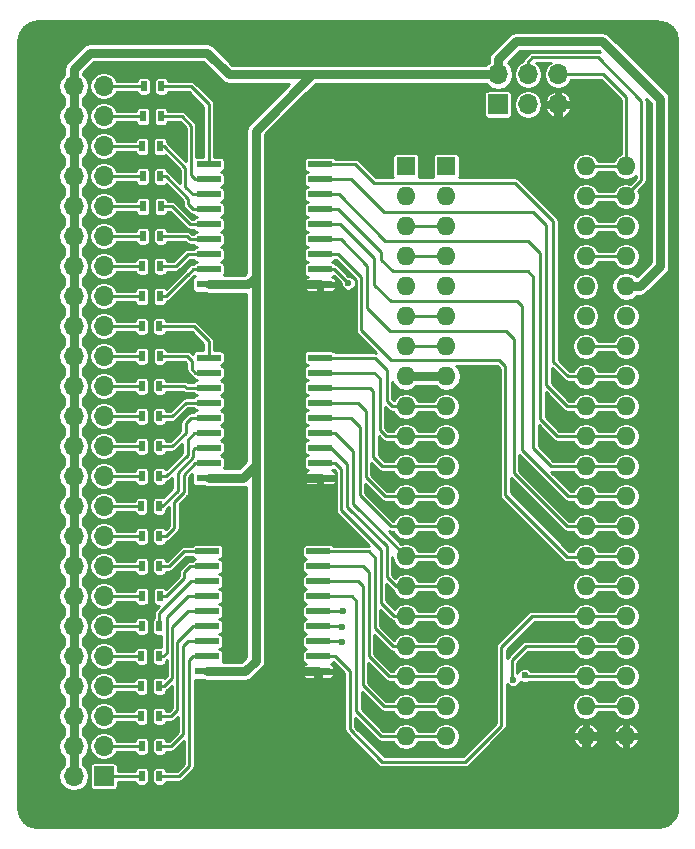
<source format=gbr>
G04 #@! TF.FileFunction,Copper,L2,Bot,Signal*
%FSLAX46Y46*%
G04 Gerber Fmt 4.6, Leading zero omitted, Abs format (unit mm)*
G04 Created by KiCad (PCBNEW 4.0.7) date 07/29/18 14:17:34*
%MOMM*%
%LPD*%
G01*
G04 APERTURE LIST*
%ADD10C,0.100000*%
%ADD11R,1.600000X1.600000*%
%ADD12O,1.600000X1.600000*%
%ADD13R,1.700000X1.700000*%
%ADD14O,1.700000X1.700000*%
%ADD15R,0.500000X0.900000*%
%ADD16R,2.000000X0.600000*%
%ADD17C,0.600000*%
%ADD18C,0.750000*%
%ADD19C,0.250000*%
%ADD20C,0.254000*%
G04 APERTURE END LIST*
D10*
D11*
X79560000Y-80170000D03*
D12*
X94800000Y-128430000D03*
X79560000Y-82710000D03*
X94800000Y-125890000D03*
X79560000Y-85250000D03*
X94800000Y-123350000D03*
X79560000Y-87790000D03*
X94800000Y-120810000D03*
X79560000Y-90330000D03*
X94800000Y-118270000D03*
X79560000Y-92870000D03*
X94800000Y-115730000D03*
X79560000Y-95410000D03*
X94800000Y-113190000D03*
X79560000Y-97950000D03*
X94800000Y-110650000D03*
X79560000Y-100490000D03*
X94800000Y-108110000D03*
X79560000Y-103030000D03*
X94800000Y-105570000D03*
X79560000Y-105570000D03*
X94800000Y-103030000D03*
X79560000Y-108110000D03*
X94800000Y-100490000D03*
X79560000Y-110650000D03*
X94800000Y-97950000D03*
X79560000Y-113190000D03*
X94800000Y-95410000D03*
X79560000Y-115730000D03*
X94800000Y-92870000D03*
X79560000Y-118270000D03*
X94800000Y-90330000D03*
X79560000Y-120810000D03*
X94800000Y-87790000D03*
X79560000Y-123350000D03*
X94800000Y-85250000D03*
X79560000Y-125890000D03*
X94800000Y-82710000D03*
X79560000Y-128430000D03*
X94800000Y-80170000D03*
D13*
X53980000Y-131830000D03*
D14*
X51440000Y-131830000D03*
X53980000Y-129290000D03*
X51440000Y-129290000D03*
X53980000Y-126750000D03*
X51440000Y-126750000D03*
X53980000Y-124210000D03*
X51440000Y-124210000D03*
X53980000Y-121670000D03*
X51440000Y-121670000D03*
X53980000Y-119130000D03*
X51440000Y-119130000D03*
X53980000Y-116590000D03*
X51440000Y-116590000D03*
X53980000Y-114050000D03*
X51440000Y-114050000D03*
X53980000Y-111510000D03*
X51440000Y-111510000D03*
X53980000Y-108970000D03*
X51440000Y-108970000D03*
X53980000Y-106430000D03*
X51440000Y-106430000D03*
X53980000Y-103890000D03*
X51440000Y-103890000D03*
X53980000Y-101350000D03*
X51440000Y-101350000D03*
X53980000Y-98810000D03*
X51440000Y-98810000D03*
X53980000Y-96270000D03*
X51440000Y-96270000D03*
X53980000Y-93730000D03*
X51440000Y-93730000D03*
X53980000Y-91190000D03*
X51440000Y-91190000D03*
X53980000Y-88650000D03*
X51440000Y-88650000D03*
X53980000Y-86110000D03*
X51440000Y-86110000D03*
X53980000Y-83570000D03*
X51440000Y-83570000D03*
X53980000Y-81030000D03*
X51440000Y-81030000D03*
X53980000Y-78490000D03*
X51440000Y-78490000D03*
X53980000Y-75950000D03*
X51440000Y-75950000D03*
X53980000Y-73410000D03*
X51440000Y-73410000D03*
D13*
X87370000Y-74940000D03*
D14*
X87370000Y-72400000D03*
X89910000Y-74940000D03*
X89910000Y-72400000D03*
X92450000Y-74940000D03*
X92450000Y-72400000D03*
D15*
X57360000Y-73410000D03*
X58860000Y-73410000D03*
X57310000Y-75960000D03*
X58810000Y-75960000D03*
X57260000Y-78500000D03*
X58760000Y-78500000D03*
X57280000Y-81040000D03*
X58780000Y-81040000D03*
X57300000Y-83580000D03*
X58800000Y-83580000D03*
X57280000Y-86110000D03*
X58780000Y-86110000D03*
X57250000Y-88650000D03*
X58750000Y-88650000D03*
X57220000Y-91200000D03*
X58720000Y-91200000D03*
X57190000Y-93730000D03*
X58690000Y-93730000D03*
X57210000Y-96260000D03*
X58710000Y-96260000D03*
X57200000Y-98810000D03*
X58700000Y-98810000D03*
X57200000Y-101350000D03*
X58700000Y-101350000D03*
X57200000Y-103890000D03*
X58700000Y-103890000D03*
X57200000Y-106430000D03*
X58700000Y-106430000D03*
X57180000Y-108960000D03*
X58680000Y-108960000D03*
X57200000Y-111510000D03*
X58700000Y-111510000D03*
X57200000Y-114050000D03*
X58700000Y-114050000D03*
X57210000Y-116590000D03*
X58710000Y-116590000D03*
X57190000Y-119130000D03*
X58690000Y-119130000D03*
X57170000Y-121670000D03*
X58670000Y-121670000D03*
X57170000Y-124210000D03*
X58670000Y-124210000D03*
X57170000Y-126750000D03*
X58670000Y-126750000D03*
X57200000Y-129290000D03*
X58700000Y-129290000D03*
X57200000Y-131820000D03*
X58700000Y-131820000D03*
D11*
X82970000Y-80170000D03*
D12*
X98210000Y-128430000D03*
X82970000Y-82710000D03*
X98210000Y-125890000D03*
X82970000Y-85250000D03*
X98210000Y-123350000D03*
X82970000Y-87790000D03*
X98210000Y-120810000D03*
X82970000Y-90330000D03*
X98210000Y-118270000D03*
X82970000Y-92870000D03*
X98210000Y-115730000D03*
X82970000Y-95410000D03*
X98210000Y-113190000D03*
X82970000Y-97950000D03*
X98210000Y-110650000D03*
X82970000Y-100490000D03*
X98210000Y-108110000D03*
X82970000Y-103030000D03*
X98210000Y-105570000D03*
X82970000Y-105570000D03*
X98210000Y-103030000D03*
X82970000Y-108110000D03*
X98210000Y-100490000D03*
X82970000Y-110650000D03*
X98210000Y-97950000D03*
X82970000Y-113190000D03*
X98210000Y-95410000D03*
X82970000Y-115730000D03*
X98210000Y-92870000D03*
X82970000Y-118270000D03*
X98210000Y-90330000D03*
X82970000Y-120810000D03*
X98210000Y-87790000D03*
X82970000Y-123350000D03*
X98210000Y-85250000D03*
X82970000Y-125890000D03*
X98210000Y-82710000D03*
X82970000Y-128430000D03*
X98210000Y-80170000D03*
D16*
X72280000Y-80010000D03*
X72280000Y-81280000D03*
X72280000Y-82550000D03*
X72280000Y-83820000D03*
X72280000Y-85090000D03*
X72280000Y-86360000D03*
X72280000Y-87630000D03*
X72280000Y-88900000D03*
X72280000Y-90170000D03*
X62880000Y-90170000D03*
X62880000Y-88900000D03*
X62880000Y-87630000D03*
X62880000Y-86360000D03*
X62880000Y-85090000D03*
X62880000Y-83820000D03*
X62880000Y-82550000D03*
X62880000Y-81280000D03*
X62880000Y-80010000D03*
X72280000Y-96390000D03*
X72280000Y-97660000D03*
X72280000Y-98930000D03*
X72280000Y-100200000D03*
X72280000Y-101470000D03*
X72280000Y-102740000D03*
X72280000Y-104010000D03*
X72280000Y-105280000D03*
X72280000Y-106550000D03*
X62880000Y-106550000D03*
X62880000Y-105280000D03*
X62880000Y-104010000D03*
X62880000Y-102740000D03*
X62880000Y-101470000D03*
X62880000Y-100200000D03*
X62880000Y-98930000D03*
X62880000Y-97660000D03*
X62880000Y-96390000D03*
X72150000Y-112780000D03*
X72150000Y-114050000D03*
X72150000Y-115320000D03*
X72150000Y-116590000D03*
X72150000Y-117860000D03*
X72150000Y-119130000D03*
X72150000Y-120400000D03*
X72150000Y-121670000D03*
X72150000Y-122940000D03*
X62750000Y-122940000D03*
X62750000Y-121670000D03*
X62750000Y-120400000D03*
X62750000Y-119130000D03*
X62750000Y-117860000D03*
X62750000Y-116590000D03*
X62750000Y-115320000D03*
X62750000Y-114050000D03*
X62750000Y-112780000D03*
D17*
X74250000Y-117800000D03*
X89630000Y-123280000D03*
X74190000Y-119180000D03*
X88640000Y-123650000D03*
X74130000Y-120420000D03*
X74680000Y-90070000D03*
D18*
X94800000Y-128430000D02*
X98210000Y-128430000D01*
X72150000Y-122940000D02*
X72150000Y-127280000D01*
X94800000Y-130560000D02*
X94800000Y-128430000D01*
X93190000Y-132170000D02*
X94800000Y-130560000D01*
X77040000Y-132170000D02*
X93190000Y-132170000D01*
X72150000Y-127280000D02*
X77040000Y-132170000D01*
X72280000Y-90170000D02*
X69290000Y-90170000D01*
X69290000Y-90170000D02*
X68620000Y-89500000D01*
X72280000Y-106550000D02*
X69280000Y-106550000D01*
X69280000Y-106550000D02*
X68620000Y-105890000D01*
X92450000Y-74940000D02*
X92450000Y-76600000D01*
X68620000Y-78490000D02*
X68620000Y-89500000D01*
X70030000Y-77080000D02*
X68620000Y-78490000D01*
X91970000Y-77080000D02*
X70030000Y-77080000D01*
X92450000Y-76600000D02*
X91970000Y-77080000D01*
X68620000Y-89500000D02*
X68620000Y-105890000D01*
X69060000Y-122940000D02*
X72150000Y-122940000D01*
X68620000Y-105890000D02*
X68620000Y-122500000D01*
X68620000Y-122500000D02*
X69060000Y-122940000D01*
D19*
X72270000Y-106560000D02*
X72280000Y-106550000D01*
X72220000Y-90110000D02*
X72280000Y-90170000D01*
X72150000Y-117860000D02*
X74190000Y-117860000D01*
X74190000Y-117860000D02*
X74250000Y-117800000D01*
X98210000Y-125890000D02*
X94800000Y-125890000D01*
X79560000Y-85250000D02*
X82970000Y-85250000D01*
X72150000Y-119130000D02*
X74140000Y-119130000D01*
X89700000Y-123350000D02*
X94800000Y-123350000D01*
X89630000Y-123280000D02*
X89700000Y-123350000D01*
X74140000Y-119130000D02*
X74190000Y-119180000D01*
X98210000Y-123350000D02*
X94800000Y-123350000D01*
X79560000Y-87790000D02*
X82970000Y-87790000D01*
X72150000Y-120400000D02*
X74110000Y-120400000D01*
X89720000Y-120810000D02*
X94800000Y-120810000D01*
X88510000Y-122020000D02*
X89720000Y-120810000D01*
X88510000Y-123520000D02*
X88510000Y-122020000D01*
X88640000Y-123650000D02*
X88510000Y-123520000D01*
X74110000Y-120400000D02*
X74130000Y-120420000D01*
X98210000Y-120810000D02*
X94800000Y-120810000D01*
X72150000Y-121670000D02*
X73560000Y-121670000D01*
X90270000Y-118270000D02*
X94800000Y-118270000D01*
X87640000Y-120900000D02*
X90270000Y-118270000D01*
X87640000Y-127530000D02*
X87640000Y-120900000D01*
X84570000Y-130600000D02*
X87640000Y-127530000D01*
X77570000Y-130600000D02*
X84570000Y-130600000D01*
X74820000Y-127850000D02*
X77570000Y-130600000D01*
X74820000Y-122930000D02*
X74820000Y-127850000D01*
X73560000Y-121670000D02*
X74820000Y-122930000D01*
X98210000Y-118270000D02*
X94800000Y-118270000D01*
X82970000Y-92870000D02*
X79560000Y-92870000D01*
X72280000Y-88900000D02*
X73510000Y-88900000D01*
X73510000Y-88900000D02*
X74680000Y-90070000D01*
X98210000Y-115730000D02*
X94800000Y-115730000D01*
X79560000Y-95410000D02*
X82970000Y-95410000D01*
X72280000Y-87630000D02*
X73830000Y-87630000D01*
X93220000Y-113230000D02*
X94760000Y-113230000D01*
X87970000Y-107980000D02*
X93220000Y-113230000D01*
X87970000Y-97110000D02*
X87970000Y-107980000D01*
X87450000Y-96590000D02*
X87970000Y-97110000D01*
X78300000Y-96590000D02*
X87450000Y-96590000D01*
X75780000Y-94070000D02*
X78300000Y-96590000D01*
X75780000Y-89580000D02*
X75780000Y-94070000D01*
X73830000Y-87630000D02*
X75780000Y-89580000D01*
X94760000Y-113230000D02*
X94800000Y-113190000D01*
X94800000Y-113190000D02*
X98210000Y-113190000D01*
D18*
X62880000Y-90170000D02*
X66210000Y-90170000D01*
X66210000Y-90170000D02*
X66870000Y-89510000D01*
X51440000Y-91190000D02*
X51440000Y-93730000D01*
X51440000Y-88650000D02*
X51440000Y-91190000D01*
X79560000Y-97950000D02*
X82970000Y-97950000D01*
X98210000Y-90330000D02*
X99370000Y-90330000D01*
X99370000Y-90330000D02*
X101080000Y-88620000D01*
X101080000Y-88620000D02*
X101080000Y-74480000D01*
X101080000Y-74480000D02*
X96210000Y-69610000D01*
X96210000Y-69610000D02*
X88880000Y-69610000D01*
X88880000Y-69610000D02*
X87370000Y-71120000D01*
X87370000Y-71120000D02*
X87370000Y-72400000D01*
X51440000Y-129290000D02*
X51440000Y-131830000D01*
X51440000Y-126750000D02*
X51440000Y-129290000D01*
X51440000Y-124210000D02*
X51440000Y-126750000D01*
X51440000Y-121670000D02*
X51440000Y-124210000D01*
X51440000Y-119130000D02*
X51440000Y-121670000D01*
X51440000Y-116590000D02*
X51440000Y-119130000D01*
X51440000Y-114050000D02*
X51440000Y-116590000D01*
X51440000Y-111510000D02*
X51440000Y-114050000D01*
X51440000Y-108970000D02*
X51440000Y-111510000D01*
X51440000Y-106430000D02*
X51440000Y-108970000D01*
X51440000Y-103890000D02*
X51440000Y-106430000D01*
X51440000Y-101350000D02*
X51440000Y-103890000D01*
X51440000Y-98810000D02*
X51440000Y-101350000D01*
X51440000Y-96270000D02*
X51440000Y-98810000D01*
X51440000Y-93730000D02*
X51440000Y-96270000D01*
X51440000Y-86110000D02*
X51440000Y-88650000D01*
X51440000Y-83570000D02*
X51440000Y-86110000D01*
X51440000Y-81030000D02*
X51440000Y-83570000D01*
X51440000Y-78490000D02*
X51440000Y-81030000D01*
X51440000Y-75950000D02*
X51440000Y-78490000D01*
X51440000Y-73410000D02*
X51440000Y-75950000D01*
X71860000Y-72400000D02*
X64550000Y-72400000D01*
X51440000Y-71920000D02*
X51440000Y-73410000D01*
X52800000Y-70560000D02*
X51440000Y-71920000D01*
X62710000Y-70560000D02*
X52800000Y-70560000D01*
X64550000Y-72400000D02*
X62710000Y-70560000D01*
X62880000Y-106550000D02*
X65770000Y-106550000D01*
X65770000Y-106550000D02*
X66870000Y-105450000D01*
X87370000Y-72400000D02*
X71860000Y-72400000D01*
X71860000Y-72400000D02*
X71620000Y-72400000D01*
X71620000Y-72400000D02*
X66870000Y-77150000D01*
X66870000Y-77150000D02*
X66870000Y-89510000D01*
X65960000Y-122940000D02*
X62750000Y-122940000D01*
X66870000Y-122030000D02*
X65960000Y-122940000D01*
X66870000Y-89510000D02*
X66870000Y-105450000D01*
X66870000Y-105450000D02*
X66870000Y-122030000D01*
D19*
X62920000Y-90130000D02*
X62880000Y-90170000D01*
X72280000Y-86360000D02*
X74050000Y-86360000D01*
X93200000Y-110650000D02*
X94800000Y-110650000D01*
X88700000Y-106150000D02*
X93200000Y-110650000D01*
X88700000Y-94760000D02*
X88700000Y-106150000D01*
X88050000Y-94110000D02*
X88700000Y-94760000D01*
X78190000Y-94110000D02*
X88050000Y-94110000D01*
X76280000Y-92200000D02*
X78190000Y-94110000D01*
X76280000Y-88590000D02*
X76280000Y-92200000D01*
X74050000Y-86360000D02*
X76280000Y-88590000D01*
X98210000Y-110650000D02*
X94800000Y-110650000D01*
X72280000Y-96390000D02*
X76920000Y-96390000D01*
X78390000Y-100490000D02*
X79560000Y-100490000D01*
X77970000Y-100070000D02*
X78390000Y-100490000D01*
X77970000Y-97440000D02*
X77970000Y-100070000D01*
X76920000Y-96390000D02*
X77970000Y-97440000D01*
X79560000Y-100490000D02*
X82970000Y-100490000D01*
X72280000Y-85090000D02*
X74010000Y-85090000D01*
X93320000Y-108110000D02*
X94800000Y-108110000D01*
X89420000Y-104210000D02*
X93320000Y-108110000D01*
X89420000Y-92010000D02*
X89420000Y-104210000D01*
X89000000Y-91590000D02*
X89420000Y-92010000D01*
X78290000Y-91590000D02*
X89000000Y-91590000D01*
X76890000Y-90190000D02*
X78290000Y-91590000D01*
X76890000Y-87970000D02*
X76890000Y-90190000D01*
X74010000Y-85090000D02*
X76890000Y-87970000D01*
X94800000Y-108110000D02*
X98210000Y-108110000D01*
X72280000Y-97660000D02*
X76890000Y-97660000D01*
X77880000Y-103030000D02*
X79560000Y-103030000D01*
X77360000Y-102510000D02*
X77880000Y-103030000D01*
X77360000Y-98130000D02*
X77360000Y-102510000D01*
X76890000Y-97660000D02*
X77360000Y-98130000D01*
X82970000Y-103030000D02*
X79560000Y-103030000D01*
X72280000Y-83820000D02*
X73840000Y-83820000D01*
X91850000Y-105570000D02*
X94800000Y-105570000D01*
X90340000Y-104060000D02*
X91850000Y-105570000D01*
X90340000Y-89540000D02*
X90340000Y-104060000D01*
X89880000Y-89080000D02*
X90340000Y-89540000D01*
X78450000Y-89080000D02*
X89880000Y-89080000D01*
X77460000Y-88090000D02*
X78450000Y-89080000D01*
X77460000Y-87440000D02*
X77460000Y-88090000D01*
X73840000Y-83820000D02*
X77460000Y-87440000D01*
X98210000Y-105570000D02*
X94800000Y-105570000D01*
X72280000Y-98930000D02*
X76540000Y-98930000D01*
X77570000Y-105570000D02*
X79560000Y-105570000D01*
X76790000Y-104790000D02*
X77570000Y-105570000D01*
X76790000Y-99180000D02*
X76790000Y-104790000D01*
X76540000Y-98930000D02*
X76790000Y-99180000D01*
X79560000Y-105570000D02*
X82970000Y-105570000D01*
X72280000Y-82550000D02*
X73870000Y-82550000D01*
X92360000Y-103030000D02*
X94800000Y-103030000D01*
X90940000Y-101610000D02*
X92360000Y-103030000D01*
X90940000Y-87510000D02*
X90940000Y-101610000D01*
X89920000Y-86490000D02*
X90940000Y-87510000D01*
X77810000Y-86490000D02*
X89920000Y-86490000D01*
X73870000Y-82550000D02*
X77810000Y-86490000D01*
X94800000Y-103030000D02*
X98210000Y-103030000D01*
X72280000Y-100200000D02*
X75490000Y-100200000D01*
X77780000Y-108110000D02*
X79560000Y-108110000D01*
X76180000Y-106510000D02*
X77780000Y-108110000D01*
X76180000Y-100890000D02*
X76180000Y-106510000D01*
X75490000Y-100200000D02*
X76180000Y-100890000D01*
X82970000Y-108110000D02*
X79560000Y-108110000D01*
X72280000Y-81280000D02*
X74920000Y-81280000D01*
X93220000Y-100490000D02*
X94800000Y-100490000D01*
X91440000Y-98710000D02*
X93220000Y-100490000D01*
X91440000Y-85120000D02*
X91440000Y-98710000D01*
X90370000Y-84050000D02*
X91440000Y-85120000D01*
X77690000Y-84050000D02*
X90370000Y-84050000D01*
X74920000Y-81280000D02*
X77690000Y-84050000D01*
X98210000Y-100490000D02*
X94800000Y-100490000D01*
X72280000Y-101470000D02*
X74880000Y-101470000D01*
X78270000Y-110650000D02*
X79560000Y-110650000D01*
X75670000Y-108050000D02*
X78270000Y-110650000D01*
X75670000Y-102260000D02*
X75670000Y-108050000D01*
X74880000Y-101470000D02*
X75670000Y-102260000D01*
X79560000Y-110650000D02*
X82970000Y-110650000D01*
X72280000Y-80010000D02*
X75290000Y-80010000D01*
X93260000Y-97950000D02*
X94800000Y-97950000D01*
X92050000Y-96740000D02*
X93260000Y-97950000D01*
X92050000Y-84820000D02*
X92050000Y-96740000D01*
X88800000Y-81570000D02*
X92050000Y-84820000D01*
X76850000Y-81570000D02*
X88800000Y-81570000D01*
X75290000Y-80010000D02*
X76850000Y-81570000D01*
X94800000Y-97950000D02*
X98210000Y-97950000D01*
X72280000Y-102740000D02*
X73600000Y-102740000D01*
X75120000Y-108750000D02*
X79560000Y-113190000D01*
X75120000Y-104260000D02*
X75120000Y-108750000D01*
X73600000Y-102740000D02*
X75120000Y-104260000D01*
X79560000Y-113190000D02*
X82970000Y-113190000D01*
X98210000Y-95410000D02*
X94800000Y-95410000D01*
X72280000Y-104010000D02*
X73240000Y-104010000D01*
X73240000Y-104010000D02*
X74620000Y-105390000D01*
X74620000Y-105390000D02*
X74620000Y-109000000D01*
X74620000Y-109000000D02*
X77950000Y-112330000D01*
X77950000Y-112330000D02*
X77950000Y-114950000D01*
X77950000Y-114950000D02*
X78730000Y-115730000D01*
X78730000Y-115730000D02*
X79560000Y-115730000D01*
X82970000Y-115730000D02*
X79560000Y-115730000D01*
X72280000Y-105280000D02*
X73540000Y-105280000D01*
X78600000Y-118270000D02*
X79560000Y-118270000D01*
X77460000Y-117130000D02*
X78600000Y-118270000D01*
X77460000Y-112670000D02*
X77460000Y-117130000D01*
X74090000Y-109300000D02*
X77460000Y-112670000D01*
X74090000Y-105830000D02*
X74090000Y-109300000D01*
X73540000Y-105280000D02*
X74090000Y-105830000D01*
X79560000Y-118270000D02*
X82970000Y-118270000D01*
X72150000Y-112780000D02*
X76410000Y-112780000D01*
X78490000Y-120810000D02*
X79560000Y-120810000D01*
X76930000Y-119250000D02*
X78490000Y-120810000D01*
X76930000Y-113300000D02*
X76930000Y-119250000D01*
X76410000Y-112780000D02*
X76930000Y-113300000D01*
X82970000Y-120810000D02*
X79560000Y-120810000D01*
X94800000Y-87790000D02*
X98210000Y-87790000D01*
X72150000Y-114050000D02*
X75950000Y-114050000D01*
X78120000Y-123350000D02*
X79560000Y-123350000D01*
X76420000Y-121650000D02*
X78120000Y-123350000D01*
X76420000Y-114520000D02*
X76420000Y-121650000D01*
X75950000Y-114050000D02*
X76420000Y-114520000D01*
X79560000Y-123350000D02*
X82970000Y-123350000D01*
X98210000Y-85250000D02*
X94800000Y-85250000D01*
X72150000Y-115320000D02*
X75540000Y-115320000D01*
X77690000Y-125890000D02*
X79560000Y-125890000D01*
X75920000Y-124120000D02*
X77690000Y-125890000D01*
X75920000Y-115700000D02*
X75920000Y-124120000D01*
X75540000Y-115320000D02*
X75920000Y-115700000D01*
X79560000Y-125890000D02*
X82970000Y-125890000D01*
X98210000Y-82710000D02*
X98210000Y-82620000D01*
X98210000Y-82620000D02*
X99490000Y-81340000D01*
X89910000Y-71310000D02*
X89910000Y-72400000D01*
X90280000Y-70940000D02*
X89910000Y-71310000D01*
X95800000Y-70940000D02*
X90280000Y-70940000D01*
X99490000Y-74630000D02*
X95800000Y-70940000D01*
X99490000Y-81340000D02*
X99490000Y-74630000D01*
X94800000Y-82710000D02*
X98210000Y-82710000D01*
X72150000Y-116590000D02*
X74990000Y-116590000D01*
X77450000Y-128430000D02*
X79560000Y-128430000D01*
X75350000Y-126330000D02*
X77450000Y-128430000D01*
X75350000Y-116950000D02*
X75350000Y-126330000D01*
X74990000Y-116590000D02*
X75350000Y-116950000D01*
X82970000Y-128430000D02*
X79560000Y-128430000D01*
X98210000Y-80170000D02*
X98210000Y-74350000D01*
X96260000Y-72400000D02*
X92450000Y-72400000D01*
X98210000Y-74350000D02*
X96260000Y-72400000D01*
X94800000Y-80170000D02*
X98210000Y-80170000D01*
X57200000Y-131820000D02*
X53990000Y-131820000D01*
X53990000Y-131820000D02*
X53980000Y-131830000D01*
X57200000Y-129290000D02*
X53980000Y-129290000D01*
X57170000Y-126750000D02*
X53980000Y-126750000D01*
X57170000Y-124210000D02*
X53980000Y-124210000D01*
X57170000Y-121670000D02*
X53980000Y-121670000D01*
X57190000Y-119130000D02*
X53980000Y-119130000D01*
X57210000Y-116590000D02*
X53980000Y-116590000D01*
X57200000Y-114050000D02*
X53980000Y-114050000D01*
X57200000Y-111510000D02*
X53980000Y-111510000D01*
X53980000Y-108970000D02*
X57170000Y-108970000D01*
X57170000Y-108970000D02*
X57180000Y-108960000D01*
X57200000Y-106430000D02*
X53980000Y-106430000D01*
X53980000Y-103890000D02*
X57200000Y-103890000D01*
X57200000Y-101350000D02*
X53980000Y-101350000D01*
X53980000Y-98810000D02*
X57200000Y-98810000D01*
X57210000Y-96260000D02*
X53990000Y-96260000D01*
X53990000Y-96260000D02*
X53980000Y-96270000D01*
X53980000Y-93730000D02*
X57190000Y-93730000D01*
X57220000Y-91200000D02*
X53990000Y-91200000D01*
X53990000Y-91200000D02*
X53980000Y-91190000D01*
X53980000Y-88650000D02*
X57250000Y-88650000D01*
X57280000Y-86110000D02*
X53980000Y-86110000D01*
X57300000Y-83580000D02*
X53990000Y-83580000D01*
X53990000Y-83580000D02*
X53980000Y-83570000D01*
X53980000Y-81030000D02*
X57270000Y-81030000D01*
X57270000Y-81030000D02*
X57280000Y-81040000D01*
X57260000Y-78500000D02*
X53990000Y-78500000D01*
X53990000Y-78500000D02*
X53980000Y-78490000D01*
X53980000Y-75950000D02*
X57300000Y-75950000D01*
X57300000Y-75950000D02*
X57310000Y-75960000D01*
X53980000Y-73410000D02*
X57360000Y-73410000D01*
X58860000Y-73410000D02*
X61360000Y-73410000D01*
X62880000Y-74930000D02*
X62880000Y-80010000D01*
X61360000Y-73410000D02*
X62880000Y-74930000D01*
X58810000Y-75960000D02*
X60590000Y-75960000D01*
X61700000Y-81280000D02*
X62880000Y-81280000D01*
X61370000Y-80950000D02*
X61700000Y-81280000D01*
X61370000Y-76740000D02*
X61370000Y-80950000D01*
X60590000Y-75960000D02*
X61370000Y-76740000D01*
X58760000Y-78500000D02*
X59070000Y-78500000D01*
X61550000Y-82550000D02*
X62880000Y-82550000D01*
X60900000Y-81900000D02*
X61550000Y-82550000D01*
X60900000Y-80330000D02*
X60900000Y-81900000D01*
X59070000Y-78500000D02*
X60900000Y-80330000D01*
X58780000Y-81040000D02*
X59270000Y-81040000D01*
X61570000Y-83820000D02*
X62880000Y-83820000D01*
X61140000Y-83390000D02*
X61570000Y-83820000D01*
X61140000Y-82910000D02*
X61140000Y-83390000D01*
X59270000Y-81040000D02*
X61140000Y-82910000D01*
X58800000Y-83580000D02*
X59760000Y-83580000D01*
X61270000Y-85090000D02*
X62880000Y-85090000D01*
X59760000Y-83580000D02*
X61270000Y-85090000D01*
X58780000Y-86110000D02*
X61050000Y-86110000D01*
X61300000Y-86360000D02*
X62880000Y-86360000D01*
X61050000Y-86110000D02*
X61300000Y-86360000D01*
X58750000Y-88650000D02*
X60070000Y-88650000D01*
X61090000Y-87630000D02*
X62880000Y-87630000D01*
X60070000Y-88650000D02*
X61090000Y-87630000D01*
X58720000Y-91200000D02*
X59240000Y-91200000D01*
X61560000Y-88900000D02*
X62880000Y-88900000D01*
X61110000Y-89350000D02*
X61560000Y-88900000D01*
X61110000Y-89330000D02*
X61110000Y-89350000D01*
X59240000Y-91200000D02*
X61110000Y-89330000D01*
X58690000Y-93730000D02*
X61610000Y-93730000D01*
X62880000Y-95000000D02*
X62880000Y-96390000D01*
X61610000Y-93730000D02*
X62880000Y-95000000D01*
X58710000Y-96260000D02*
X61040000Y-96260000D01*
X61740000Y-97660000D02*
X62880000Y-97660000D01*
X61420000Y-97340000D02*
X61740000Y-97660000D01*
X61420000Y-96640000D02*
X61420000Y-97340000D01*
X61040000Y-96260000D02*
X61420000Y-96640000D01*
X58700000Y-98810000D02*
X60850000Y-98810000D01*
X60970000Y-98930000D02*
X62880000Y-98930000D01*
X60850000Y-98810000D02*
X60970000Y-98930000D01*
X58700000Y-101350000D02*
X59800000Y-101350000D01*
X60950000Y-100200000D02*
X62880000Y-100200000D01*
X59800000Y-101350000D02*
X60950000Y-100200000D01*
X58700000Y-103890000D02*
X59790000Y-103890000D01*
X61360000Y-101470000D02*
X62880000Y-101470000D01*
X60940000Y-101890000D02*
X61360000Y-101470000D01*
X60940000Y-102740000D02*
X60940000Y-101890000D01*
X59790000Y-103890000D02*
X60940000Y-102740000D01*
X58700000Y-106430000D02*
X59260000Y-106430000D01*
X61650000Y-102740000D02*
X62880000Y-102740000D01*
X61080000Y-103310000D02*
X61650000Y-102740000D01*
X61080000Y-104610000D02*
X61080000Y-103310000D01*
X59260000Y-106430000D02*
X61080000Y-104610000D01*
X58680000Y-108960000D02*
X58920000Y-108960000D01*
X58920000Y-108960000D02*
X60248199Y-107631801D01*
X60248199Y-107631801D02*
X60248199Y-106111801D01*
X60248199Y-106111801D02*
X61530002Y-104829998D01*
X61530002Y-104829998D02*
X61530002Y-104169998D01*
X61530002Y-104169998D02*
X61690000Y-104010000D01*
X61690000Y-104010000D02*
X62880000Y-104010000D01*
X58700000Y-111510000D02*
X59290000Y-111510000D01*
X62830000Y-105330000D02*
X62880000Y-105280000D01*
X61686398Y-105330000D02*
X62830000Y-105330000D01*
X60738199Y-106278199D02*
X61686398Y-105330000D01*
X60738199Y-107791801D02*
X60738199Y-106278199D01*
X59963199Y-108566801D02*
X60738199Y-107791801D01*
X59963199Y-110836801D02*
X59963199Y-108566801D01*
X59290000Y-111510000D02*
X59963199Y-110836801D01*
X58700000Y-114050000D02*
X59520000Y-114050000D01*
X60790000Y-112780000D02*
X62750000Y-112780000D01*
X59520000Y-114050000D02*
X60790000Y-112780000D01*
X58710000Y-116590000D02*
X59290000Y-116590000D01*
X61270000Y-114050000D02*
X62750000Y-114050000D01*
X60820000Y-114500000D02*
X61270000Y-114050000D01*
X60820000Y-115060000D02*
X60820000Y-114500000D01*
X59290000Y-116590000D02*
X60820000Y-115060000D01*
X58690000Y-119130000D02*
X58690000Y-118040000D01*
X61410000Y-115320000D02*
X62750000Y-115320000D01*
X58690000Y-118040000D02*
X61410000Y-115320000D01*
X58670000Y-121670000D02*
X59010000Y-121670000D01*
X61080000Y-116590000D02*
X62750000Y-116590000D01*
X59300000Y-118370000D02*
X61080000Y-116590000D01*
X59300000Y-121380000D02*
X59300000Y-118370000D01*
X59010000Y-121670000D02*
X59300000Y-121380000D01*
X58670000Y-124210000D02*
X59050000Y-124210000D01*
X61120000Y-117860000D02*
X62750000Y-117860000D01*
X59760000Y-119220000D02*
X61120000Y-117860000D01*
X59760000Y-123500000D02*
X59760000Y-119220000D01*
X59050000Y-124210000D02*
X59760000Y-123500000D01*
X62750000Y-119130000D02*
X61580000Y-119130000D01*
X59670000Y-126750000D02*
X58670000Y-126750000D01*
X60220000Y-126200000D02*
X59670000Y-126750000D01*
X60220000Y-120490000D02*
X60220000Y-126200000D01*
X61580000Y-119130000D02*
X60220000Y-120490000D01*
X58700000Y-129290000D02*
X59669998Y-129290000D01*
X61100000Y-120400000D02*
X62750000Y-120400000D01*
X60710000Y-120790000D02*
X61100000Y-120400000D01*
X60710000Y-128249998D02*
X60710000Y-120790000D01*
X59669998Y-129290000D02*
X60710000Y-128249998D01*
X62750000Y-121670000D02*
X61520000Y-121670000D01*
X61520000Y-121670000D02*
X61210000Y-121980000D01*
X61210000Y-121980000D02*
X61210000Y-130960000D01*
X61210000Y-130960000D02*
X60350000Y-131820000D01*
X60350000Y-131820000D02*
X58700000Y-131820000D01*
D20*
G36*
X101072481Y-67922395D02*
X101555392Y-68018452D01*
X102068620Y-68361380D01*
X102411547Y-68874607D01*
X102540000Y-69520382D01*
X102540000Y-112282156D01*
X102523004Y-134445074D01*
X102504191Y-134689643D01*
X102411547Y-135155393D01*
X102273228Y-135362402D01*
X102148519Y-135491908D01*
X102138820Y-135503243D01*
X101956559Y-135743497D01*
X101643985Y-135952352D01*
X101384250Y-136045590D01*
X100909618Y-136140000D01*
X48360382Y-136140000D01*
X47784491Y-136025448D01*
X47599161Y-135934409D01*
X47201380Y-135668620D01*
X46858452Y-135155392D01*
X46730000Y-134509618D01*
X46730000Y-73410000D01*
X50137982Y-73410000D01*
X50235188Y-73898687D01*
X50512007Y-74312975D01*
X50638000Y-74397161D01*
X50638000Y-74962839D01*
X50512007Y-75047025D01*
X50235188Y-75461313D01*
X50137982Y-75950000D01*
X50235188Y-76438687D01*
X50512007Y-76852975D01*
X50638000Y-76937161D01*
X50638000Y-77502839D01*
X50512007Y-77587025D01*
X50235188Y-78001313D01*
X50137982Y-78490000D01*
X50235188Y-78978687D01*
X50512007Y-79392975D01*
X50638000Y-79477161D01*
X50638000Y-80042839D01*
X50512007Y-80127025D01*
X50235188Y-80541313D01*
X50137982Y-81030000D01*
X50235188Y-81518687D01*
X50512007Y-81932975D01*
X50638000Y-82017161D01*
X50638000Y-82582839D01*
X50512007Y-82667025D01*
X50235188Y-83081313D01*
X50137982Y-83570000D01*
X50235188Y-84058687D01*
X50512007Y-84472975D01*
X50638000Y-84557161D01*
X50638000Y-85122839D01*
X50512007Y-85207025D01*
X50235188Y-85621313D01*
X50137982Y-86110000D01*
X50235188Y-86598687D01*
X50512007Y-87012975D01*
X50638000Y-87097161D01*
X50638000Y-87662839D01*
X50512007Y-87747025D01*
X50235188Y-88161313D01*
X50137982Y-88650000D01*
X50235188Y-89138687D01*
X50512007Y-89552975D01*
X50638000Y-89637161D01*
X50638000Y-90202839D01*
X50512007Y-90287025D01*
X50235188Y-90701313D01*
X50137982Y-91190000D01*
X50235188Y-91678687D01*
X50512007Y-92092975D01*
X50638000Y-92177161D01*
X50638000Y-92742839D01*
X50512007Y-92827025D01*
X50235188Y-93241313D01*
X50137982Y-93730000D01*
X50235188Y-94218687D01*
X50512007Y-94632975D01*
X50638000Y-94717161D01*
X50638000Y-95282839D01*
X50512007Y-95367025D01*
X50235188Y-95781313D01*
X50137982Y-96270000D01*
X50235188Y-96758687D01*
X50512007Y-97172975D01*
X50638000Y-97257161D01*
X50638000Y-97822839D01*
X50512007Y-97907025D01*
X50235188Y-98321313D01*
X50137982Y-98810000D01*
X50235188Y-99298687D01*
X50512007Y-99712975D01*
X50638000Y-99797161D01*
X50638000Y-100362839D01*
X50512007Y-100447025D01*
X50235188Y-100861313D01*
X50137982Y-101350000D01*
X50235188Y-101838687D01*
X50512007Y-102252975D01*
X50638000Y-102337161D01*
X50638000Y-102902839D01*
X50512007Y-102987025D01*
X50235188Y-103401313D01*
X50137982Y-103890000D01*
X50235188Y-104378687D01*
X50512007Y-104792975D01*
X50638000Y-104877161D01*
X50638000Y-105442839D01*
X50512007Y-105527025D01*
X50235188Y-105941313D01*
X50137982Y-106430000D01*
X50235188Y-106918687D01*
X50512007Y-107332975D01*
X50638000Y-107417161D01*
X50638000Y-107982839D01*
X50512007Y-108067025D01*
X50235188Y-108481313D01*
X50137982Y-108970000D01*
X50235188Y-109458687D01*
X50512007Y-109872975D01*
X50638000Y-109957161D01*
X50638000Y-110522839D01*
X50512007Y-110607025D01*
X50235188Y-111021313D01*
X50137982Y-111510000D01*
X50235188Y-111998687D01*
X50512007Y-112412975D01*
X50638000Y-112497161D01*
X50638000Y-113062839D01*
X50512007Y-113147025D01*
X50235188Y-113561313D01*
X50137982Y-114050000D01*
X50235188Y-114538687D01*
X50512007Y-114952975D01*
X50638000Y-115037161D01*
X50638000Y-115602839D01*
X50512007Y-115687025D01*
X50235188Y-116101313D01*
X50137982Y-116590000D01*
X50235188Y-117078687D01*
X50512007Y-117492975D01*
X50638000Y-117577161D01*
X50638000Y-118142839D01*
X50512007Y-118227025D01*
X50235188Y-118641313D01*
X50137982Y-119130000D01*
X50235188Y-119618687D01*
X50512007Y-120032975D01*
X50638000Y-120117161D01*
X50638000Y-120682839D01*
X50512007Y-120767025D01*
X50235188Y-121181313D01*
X50137982Y-121670000D01*
X50235188Y-122158687D01*
X50512007Y-122572975D01*
X50638000Y-122657161D01*
X50638000Y-123222839D01*
X50512007Y-123307025D01*
X50235188Y-123721313D01*
X50137982Y-124210000D01*
X50235188Y-124698687D01*
X50512007Y-125112975D01*
X50638000Y-125197161D01*
X50638000Y-125762839D01*
X50512007Y-125847025D01*
X50235188Y-126261313D01*
X50137982Y-126750000D01*
X50235188Y-127238687D01*
X50512007Y-127652975D01*
X50638000Y-127737161D01*
X50638000Y-128302839D01*
X50512007Y-128387025D01*
X50235188Y-128801313D01*
X50137982Y-129290000D01*
X50235188Y-129778687D01*
X50512007Y-130192975D01*
X50638000Y-130277161D01*
X50638000Y-130842839D01*
X50512007Y-130927025D01*
X50235188Y-131341313D01*
X50137982Y-131830000D01*
X50235188Y-132318687D01*
X50512007Y-132732975D01*
X50926295Y-133009794D01*
X51414982Y-133107000D01*
X51465018Y-133107000D01*
X51953705Y-133009794D01*
X52367993Y-132732975D01*
X52644812Y-132318687D01*
X52742018Y-131830000D01*
X52644812Y-131341313D01*
X52403390Y-130980000D01*
X52788437Y-130980000D01*
X52788437Y-132680000D01*
X52811796Y-132804144D01*
X52885165Y-132918162D01*
X52997113Y-132994653D01*
X53130000Y-133021563D01*
X54830000Y-133021563D01*
X54954144Y-132998204D01*
X55068162Y-132924835D01*
X55144653Y-132812887D01*
X55171563Y-132680000D01*
X55171563Y-132280000D01*
X56610319Y-132280000D01*
X56631796Y-132394144D01*
X56705165Y-132508162D01*
X56817113Y-132584653D01*
X56950000Y-132611563D01*
X57450000Y-132611563D01*
X57574144Y-132588204D01*
X57688162Y-132514835D01*
X57764653Y-132402887D01*
X57791563Y-132270000D01*
X57791563Y-131370000D01*
X57768204Y-131245856D01*
X57694835Y-131131838D01*
X57582887Y-131055347D01*
X57450000Y-131028437D01*
X56950000Y-131028437D01*
X56825856Y-131051796D01*
X56711838Y-131125165D01*
X56635347Y-131237113D01*
X56610462Y-131360000D01*
X55171563Y-131360000D01*
X55171563Y-130980000D01*
X55148204Y-130855856D01*
X55074835Y-130741838D01*
X54962887Y-130665347D01*
X54830000Y-130638437D01*
X53130000Y-130638437D01*
X53005856Y-130661796D01*
X52891838Y-130735165D01*
X52815347Y-130847113D01*
X52788437Y-130980000D01*
X52403390Y-130980000D01*
X52367993Y-130927025D01*
X52242000Y-130842839D01*
X52242000Y-130277161D01*
X52367993Y-130192975D01*
X52644812Y-129778687D01*
X52742018Y-129290000D01*
X52771784Y-129290000D01*
X52861987Y-129743480D01*
X53118862Y-130127922D01*
X53503304Y-130384797D01*
X53956784Y-130475000D01*
X54003216Y-130475000D01*
X54456696Y-130384797D01*
X54841138Y-130127922D01*
X55093656Y-129750000D01*
X56610319Y-129750000D01*
X56631796Y-129864144D01*
X56705165Y-129978162D01*
X56817113Y-130054653D01*
X56950000Y-130081563D01*
X57450000Y-130081563D01*
X57574144Y-130058204D01*
X57688162Y-129984835D01*
X57764653Y-129872887D01*
X57791563Y-129740000D01*
X57791563Y-128840000D01*
X57768204Y-128715856D01*
X57694835Y-128601838D01*
X57582887Y-128525347D01*
X57450000Y-128498437D01*
X56950000Y-128498437D01*
X56825856Y-128521796D01*
X56711838Y-128595165D01*
X56635347Y-128707113D01*
X56610462Y-128830000D01*
X55093656Y-128830000D01*
X54841138Y-128452078D01*
X54456696Y-128195203D01*
X54003216Y-128105000D01*
X53956784Y-128105000D01*
X53503304Y-128195203D01*
X53118862Y-128452078D01*
X52861987Y-128836520D01*
X52771784Y-129290000D01*
X52742018Y-129290000D01*
X52644812Y-128801313D01*
X52367993Y-128387025D01*
X52242000Y-128302839D01*
X52242000Y-127737161D01*
X52367993Y-127652975D01*
X52644812Y-127238687D01*
X52742018Y-126750000D01*
X52771784Y-126750000D01*
X52861987Y-127203480D01*
X53118862Y-127587922D01*
X53503304Y-127844797D01*
X53956784Y-127935000D01*
X54003216Y-127935000D01*
X54456696Y-127844797D01*
X54841138Y-127587922D01*
X55093656Y-127210000D01*
X56580319Y-127210000D01*
X56601796Y-127324144D01*
X56675165Y-127438162D01*
X56787113Y-127514653D01*
X56920000Y-127541563D01*
X57420000Y-127541563D01*
X57544144Y-127518204D01*
X57658162Y-127444835D01*
X57734653Y-127332887D01*
X57761563Y-127200000D01*
X57761563Y-126300000D01*
X57738204Y-126175856D01*
X57664835Y-126061838D01*
X57552887Y-125985347D01*
X57420000Y-125958437D01*
X56920000Y-125958437D01*
X56795856Y-125981796D01*
X56681838Y-126055165D01*
X56605347Y-126167113D01*
X56580462Y-126290000D01*
X55093656Y-126290000D01*
X54841138Y-125912078D01*
X54456696Y-125655203D01*
X54003216Y-125565000D01*
X53956784Y-125565000D01*
X53503304Y-125655203D01*
X53118862Y-125912078D01*
X52861987Y-126296520D01*
X52771784Y-126750000D01*
X52742018Y-126750000D01*
X52644812Y-126261313D01*
X52367993Y-125847025D01*
X52242000Y-125762839D01*
X52242000Y-125197161D01*
X52367993Y-125112975D01*
X52644812Y-124698687D01*
X52742018Y-124210000D01*
X52771784Y-124210000D01*
X52861987Y-124663480D01*
X53118862Y-125047922D01*
X53503304Y-125304797D01*
X53956784Y-125395000D01*
X54003216Y-125395000D01*
X54456696Y-125304797D01*
X54841138Y-125047922D01*
X55093656Y-124670000D01*
X56580319Y-124670000D01*
X56601796Y-124784144D01*
X56675165Y-124898162D01*
X56787113Y-124974653D01*
X56920000Y-125001563D01*
X57420000Y-125001563D01*
X57544144Y-124978204D01*
X57658162Y-124904835D01*
X57734653Y-124792887D01*
X57761563Y-124660000D01*
X57761563Y-123760000D01*
X57738204Y-123635856D01*
X57664835Y-123521838D01*
X57552887Y-123445347D01*
X57420000Y-123418437D01*
X56920000Y-123418437D01*
X56795856Y-123441796D01*
X56681838Y-123515165D01*
X56605347Y-123627113D01*
X56580462Y-123750000D01*
X55093656Y-123750000D01*
X54841138Y-123372078D01*
X54456696Y-123115203D01*
X54003216Y-123025000D01*
X53956784Y-123025000D01*
X53503304Y-123115203D01*
X53118862Y-123372078D01*
X52861987Y-123756520D01*
X52771784Y-124210000D01*
X52742018Y-124210000D01*
X52644812Y-123721313D01*
X52367993Y-123307025D01*
X52242000Y-123222839D01*
X52242000Y-122657161D01*
X52367993Y-122572975D01*
X52644812Y-122158687D01*
X52742018Y-121670000D01*
X52771784Y-121670000D01*
X52861987Y-122123480D01*
X53118862Y-122507922D01*
X53503304Y-122764797D01*
X53956784Y-122855000D01*
X54003216Y-122855000D01*
X54456696Y-122764797D01*
X54841138Y-122507922D01*
X55093656Y-122130000D01*
X56580319Y-122130000D01*
X56601796Y-122244144D01*
X56675165Y-122358162D01*
X56787113Y-122434653D01*
X56920000Y-122461563D01*
X57420000Y-122461563D01*
X57544144Y-122438204D01*
X57658162Y-122364835D01*
X57734653Y-122252887D01*
X57761563Y-122120000D01*
X57761563Y-121220000D01*
X57738204Y-121095856D01*
X57664835Y-120981838D01*
X57552887Y-120905347D01*
X57420000Y-120878437D01*
X56920000Y-120878437D01*
X56795856Y-120901796D01*
X56681838Y-120975165D01*
X56605347Y-121087113D01*
X56580462Y-121210000D01*
X55093656Y-121210000D01*
X54841138Y-120832078D01*
X54456696Y-120575203D01*
X54003216Y-120485000D01*
X53956784Y-120485000D01*
X53503304Y-120575203D01*
X53118862Y-120832078D01*
X52861987Y-121216520D01*
X52771784Y-121670000D01*
X52742018Y-121670000D01*
X52644812Y-121181313D01*
X52367993Y-120767025D01*
X52242000Y-120682839D01*
X52242000Y-120117161D01*
X52367993Y-120032975D01*
X52644812Y-119618687D01*
X52742018Y-119130000D01*
X52771784Y-119130000D01*
X52861987Y-119583480D01*
X53118862Y-119967922D01*
X53503304Y-120224797D01*
X53956784Y-120315000D01*
X54003216Y-120315000D01*
X54456696Y-120224797D01*
X54841138Y-119967922D01*
X55093656Y-119590000D01*
X56600319Y-119590000D01*
X56621796Y-119704144D01*
X56695165Y-119818162D01*
X56807113Y-119894653D01*
X56940000Y-119921563D01*
X57440000Y-119921563D01*
X57564144Y-119898204D01*
X57678162Y-119824835D01*
X57754653Y-119712887D01*
X57781563Y-119580000D01*
X57781563Y-118680000D01*
X57758204Y-118555856D01*
X57684835Y-118441838D01*
X57572887Y-118365347D01*
X57440000Y-118338437D01*
X56940000Y-118338437D01*
X56815856Y-118361796D01*
X56701838Y-118435165D01*
X56625347Y-118547113D01*
X56600462Y-118670000D01*
X55093656Y-118670000D01*
X54841138Y-118292078D01*
X54456696Y-118035203D01*
X54003216Y-117945000D01*
X53956784Y-117945000D01*
X53503304Y-118035203D01*
X53118862Y-118292078D01*
X52861987Y-118676520D01*
X52771784Y-119130000D01*
X52742018Y-119130000D01*
X52644812Y-118641313D01*
X52367993Y-118227025D01*
X52242000Y-118142839D01*
X52242000Y-117577161D01*
X52367993Y-117492975D01*
X52644812Y-117078687D01*
X52742018Y-116590000D01*
X52771784Y-116590000D01*
X52861987Y-117043480D01*
X53118862Y-117427922D01*
X53503304Y-117684797D01*
X53956784Y-117775000D01*
X54003216Y-117775000D01*
X54456696Y-117684797D01*
X54841138Y-117427922D01*
X55093656Y-117050000D01*
X56620319Y-117050000D01*
X56641796Y-117164144D01*
X56715165Y-117278162D01*
X56827113Y-117354653D01*
X56960000Y-117381563D01*
X57460000Y-117381563D01*
X57584144Y-117358204D01*
X57698162Y-117284835D01*
X57774653Y-117172887D01*
X57801563Y-117040000D01*
X57801563Y-116140000D01*
X57778204Y-116015856D01*
X57704835Y-115901838D01*
X57592887Y-115825347D01*
X57460000Y-115798437D01*
X56960000Y-115798437D01*
X56835856Y-115821796D01*
X56721838Y-115895165D01*
X56645347Y-116007113D01*
X56620462Y-116130000D01*
X55093656Y-116130000D01*
X54841138Y-115752078D01*
X54456696Y-115495203D01*
X54003216Y-115405000D01*
X53956784Y-115405000D01*
X53503304Y-115495203D01*
X53118862Y-115752078D01*
X52861987Y-116136520D01*
X52771784Y-116590000D01*
X52742018Y-116590000D01*
X52644812Y-116101313D01*
X52367993Y-115687025D01*
X52242000Y-115602839D01*
X52242000Y-115037161D01*
X52367993Y-114952975D01*
X52644812Y-114538687D01*
X52742018Y-114050000D01*
X52771784Y-114050000D01*
X52861987Y-114503480D01*
X53118862Y-114887922D01*
X53503304Y-115144797D01*
X53956784Y-115235000D01*
X54003216Y-115235000D01*
X54456696Y-115144797D01*
X54841138Y-114887922D01*
X55093656Y-114510000D01*
X56610319Y-114510000D01*
X56631796Y-114624144D01*
X56705165Y-114738162D01*
X56817113Y-114814653D01*
X56950000Y-114841563D01*
X57450000Y-114841563D01*
X57574144Y-114818204D01*
X57688162Y-114744835D01*
X57764653Y-114632887D01*
X57791563Y-114500000D01*
X57791563Y-113600000D01*
X57768204Y-113475856D01*
X57694835Y-113361838D01*
X57582887Y-113285347D01*
X57450000Y-113258437D01*
X56950000Y-113258437D01*
X56825856Y-113281796D01*
X56711838Y-113355165D01*
X56635347Y-113467113D01*
X56610462Y-113590000D01*
X55093656Y-113590000D01*
X54841138Y-113212078D01*
X54456696Y-112955203D01*
X54003216Y-112865000D01*
X53956784Y-112865000D01*
X53503304Y-112955203D01*
X53118862Y-113212078D01*
X52861987Y-113596520D01*
X52771784Y-114050000D01*
X52742018Y-114050000D01*
X52644812Y-113561313D01*
X52367993Y-113147025D01*
X52242000Y-113062839D01*
X52242000Y-112497161D01*
X52367993Y-112412975D01*
X52644812Y-111998687D01*
X52742018Y-111510000D01*
X52771784Y-111510000D01*
X52861987Y-111963480D01*
X53118862Y-112347922D01*
X53503304Y-112604797D01*
X53956784Y-112695000D01*
X54003216Y-112695000D01*
X54456696Y-112604797D01*
X54841138Y-112347922D01*
X55093656Y-111970000D01*
X56610319Y-111970000D01*
X56631796Y-112084144D01*
X56705165Y-112198162D01*
X56817113Y-112274653D01*
X56950000Y-112301563D01*
X57450000Y-112301563D01*
X57574144Y-112278204D01*
X57688162Y-112204835D01*
X57764653Y-112092887D01*
X57791563Y-111960000D01*
X57791563Y-111060000D01*
X57768204Y-110935856D01*
X57694835Y-110821838D01*
X57582887Y-110745347D01*
X57450000Y-110718437D01*
X56950000Y-110718437D01*
X56825856Y-110741796D01*
X56711838Y-110815165D01*
X56635347Y-110927113D01*
X56610462Y-111050000D01*
X55093656Y-111050000D01*
X54841138Y-110672078D01*
X54456696Y-110415203D01*
X54003216Y-110325000D01*
X53956784Y-110325000D01*
X53503304Y-110415203D01*
X53118862Y-110672078D01*
X52861987Y-111056520D01*
X52771784Y-111510000D01*
X52742018Y-111510000D01*
X52644812Y-111021313D01*
X52367993Y-110607025D01*
X52242000Y-110522839D01*
X52242000Y-109957161D01*
X52367993Y-109872975D01*
X52644812Y-109458687D01*
X52742018Y-108970000D01*
X52771784Y-108970000D01*
X52861987Y-109423480D01*
X53118862Y-109807922D01*
X53503304Y-110064797D01*
X53956784Y-110155000D01*
X54003216Y-110155000D01*
X54456696Y-110064797D01*
X54841138Y-109807922D01*
X55093656Y-109430000D01*
X56592200Y-109430000D01*
X56611796Y-109534144D01*
X56685165Y-109648162D01*
X56797113Y-109724653D01*
X56930000Y-109751563D01*
X57430000Y-109751563D01*
X57554144Y-109728204D01*
X57668162Y-109654835D01*
X57744653Y-109542887D01*
X57771563Y-109410000D01*
X57771563Y-108510000D01*
X57748204Y-108385856D01*
X57674835Y-108271838D01*
X57562887Y-108195347D01*
X57430000Y-108168437D01*
X56930000Y-108168437D01*
X56805856Y-108191796D01*
X56691838Y-108265165D01*
X56615347Y-108377113D01*
X56588437Y-108510000D01*
X55093656Y-108510000D01*
X54841138Y-108132078D01*
X54456696Y-107875203D01*
X54003216Y-107785000D01*
X53956784Y-107785000D01*
X53503304Y-107875203D01*
X53118862Y-108132078D01*
X52861987Y-108516520D01*
X52771784Y-108970000D01*
X52742018Y-108970000D01*
X52644812Y-108481313D01*
X52367993Y-108067025D01*
X52242000Y-107982839D01*
X52242000Y-107417161D01*
X52367993Y-107332975D01*
X52644812Y-106918687D01*
X52742018Y-106430000D01*
X52771784Y-106430000D01*
X52861987Y-106883480D01*
X53118862Y-107267922D01*
X53503304Y-107524797D01*
X53956784Y-107615000D01*
X54003216Y-107615000D01*
X54456696Y-107524797D01*
X54841138Y-107267922D01*
X55093656Y-106890000D01*
X56610319Y-106890000D01*
X56631796Y-107004144D01*
X56705165Y-107118162D01*
X56817113Y-107194653D01*
X56950000Y-107221563D01*
X57450000Y-107221563D01*
X57574144Y-107198204D01*
X57688162Y-107124835D01*
X57764653Y-107012887D01*
X57791563Y-106880000D01*
X57791563Y-105980000D01*
X57768204Y-105855856D01*
X57694835Y-105741838D01*
X57582887Y-105665347D01*
X57450000Y-105638437D01*
X56950000Y-105638437D01*
X56825856Y-105661796D01*
X56711838Y-105735165D01*
X56635347Y-105847113D01*
X56610462Y-105970000D01*
X55093656Y-105970000D01*
X54841138Y-105592078D01*
X54456696Y-105335203D01*
X54003216Y-105245000D01*
X53956784Y-105245000D01*
X53503304Y-105335203D01*
X53118862Y-105592078D01*
X52861987Y-105976520D01*
X52771784Y-106430000D01*
X52742018Y-106430000D01*
X52644812Y-105941313D01*
X52367993Y-105527025D01*
X52242000Y-105442839D01*
X52242000Y-104877161D01*
X52367993Y-104792975D01*
X52644812Y-104378687D01*
X52742018Y-103890000D01*
X52771784Y-103890000D01*
X52861987Y-104343480D01*
X53118862Y-104727922D01*
X53503304Y-104984797D01*
X53956784Y-105075000D01*
X54003216Y-105075000D01*
X54456696Y-104984797D01*
X54841138Y-104727922D01*
X55093656Y-104350000D01*
X56610319Y-104350000D01*
X56631796Y-104464144D01*
X56705165Y-104578162D01*
X56817113Y-104654653D01*
X56950000Y-104681563D01*
X57450000Y-104681563D01*
X57574144Y-104658204D01*
X57688162Y-104584835D01*
X57764653Y-104472887D01*
X57791563Y-104340000D01*
X57791563Y-103440000D01*
X57768204Y-103315856D01*
X57694835Y-103201838D01*
X57582887Y-103125347D01*
X57450000Y-103098437D01*
X56950000Y-103098437D01*
X56825856Y-103121796D01*
X56711838Y-103195165D01*
X56635347Y-103307113D01*
X56610462Y-103430000D01*
X55093656Y-103430000D01*
X54841138Y-103052078D01*
X54456696Y-102795203D01*
X54003216Y-102705000D01*
X53956784Y-102705000D01*
X53503304Y-102795203D01*
X53118862Y-103052078D01*
X52861987Y-103436520D01*
X52771784Y-103890000D01*
X52742018Y-103890000D01*
X52644812Y-103401313D01*
X52367993Y-102987025D01*
X52242000Y-102902839D01*
X52242000Y-102337161D01*
X52367993Y-102252975D01*
X52644812Y-101838687D01*
X52742018Y-101350000D01*
X52771784Y-101350000D01*
X52861987Y-101803480D01*
X53118862Y-102187922D01*
X53503304Y-102444797D01*
X53956784Y-102535000D01*
X54003216Y-102535000D01*
X54456696Y-102444797D01*
X54841138Y-102187922D01*
X55093656Y-101810000D01*
X56610319Y-101810000D01*
X56631796Y-101924144D01*
X56705165Y-102038162D01*
X56817113Y-102114653D01*
X56950000Y-102141563D01*
X57450000Y-102141563D01*
X57574144Y-102118204D01*
X57688162Y-102044835D01*
X57764653Y-101932887D01*
X57791563Y-101800000D01*
X57791563Y-100900000D01*
X57768204Y-100775856D01*
X57694835Y-100661838D01*
X57582887Y-100585347D01*
X57450000Y-100558437D01*
X56950000Y-100558437D01*
X56825856Y-100581796D01*
X56711838Y-100655165D01*
X56635347Y-100767113D01*
X56610462Y-100890000D01*
X55093656Y-100890000D01*
X54841138Y-100512078D01*
X54456696Y-100255203D01*
X54003216Y-100165000D01*
X53956784Y-100165000D01*
X53503304Y-100255203D01*
X53118862Y-100512078D01*
X52861987Y-100896520D01*
X52771784Y-101350000D01*
X52742018Y-101350000D01*
X52644812Y-100861313D01*
X52367993Y-100447025D01*
X52242000Y-100362839D01*
X52242000Y-99797161D01*
X52367993Y-99712975D01*
X52644812Y-99298687D01*
X52742018Y-98810000D01*
X52771784Y-98810000D01*
X52861987Y-99263480D01*
X53118862Y-99647922D01*
X53503304Y-99904797D01*
X53956784Y-99995000D01*
X54003216Y-99995000D01*
X54456696Y-99904797D01*
X54841138Y-99647922D01*
X55093656Y-99270000D01*
X56610319Y-99270000D01*
X56631796Y-99384144D01*
X56705165Y-99498162D01*
X56817113Y-99574653D01*
X56950000Y-99601563D01*
X57450000Y-99601563D01*
X57574144Y-99578204D01*
X57688162Y-99504835D01*
X57764653Y-99392887D01*
X57791563Y-99260000D01*
X57791563Y-98360000D01*
X57768204Y-98235856D01*
X57694835Y-98121838D01*
X57582887Y-98045347D01*
X57450000Y-98018437D01*
X56950000Y-98018437D01*
X56825856Y-98041796D01*
X56711838Y-98115165D01*
X56635347Y-98227113D01*
X56610462Y-98350000D01*
X55093656Y-98350000D01*
X54841138Y-97972078D01*
X54456696Y-97715203D01*
X54003216Y-97625000D01*
X53956784Y-97625000D01*
X53503304Y-97715203D01*
X53118862Y-97972078D01*
X52861987Y-98356520D01*
X52771784Y-98810000D01*
X52742018Y-98810000D01*
X52644812Y-98321313D01*
X52367993Y-97907025D01*
X52242000Y-97822839D01*
X52242000Y-97257161D01*
X52367993Y-97172975D01*
X52644812Y-96758687D01*
X52742018Y-96270000D01*
X52771784Y-96270000D01*
X52861987Y-96723480D01*
X53118862Y-97107922D01*
X53503304Y-97364797D01*
X53956784Y-97455000D01*
X54003216Y-97455000D01*
X54456696Y-97364797D01*
X54841138Y-97107922D01*
X55098013Y-96723480D01*
X55098705Y-96720000D01*
X56620319Y-96720000D01*
X56641796Y-96834144D01*
X56715165Y-96948162D01*
X56827113Y-97024653D01*
X56960000Y-97051563D01*
X57460000Y-97051563D01*
X57584144Y-97028204D01*
X57698162Y-96954835D01*
X57774653Y-96842887D01*
X57801563Y-96710000D01*
X57801563Y-95810000D01*
X57778204Y-95685856D01*
X57704835Y-95571838D01*
X57592887Y-95495347D01*
X57460000Y-95468437D01*
X56960000Y-95468437D01*
X56835856Y-95491796D01*
X56721838Y-95565165D01*
X56645347Y-95677113D01*
X56620462Y-95800000D01*
X55086975Y-95800000D01*
X54841138Y-95432078D01*
X54456696Y-95175203D01*
X54003216Y-95085000D01*
X53956784Y-95085000D01*
X53503304Y-95175203D01*
X53118862Y-95432078D01*
X52861987Y-95816520D01*
X52771784Y-96270000D01*
X52742018Y-96270000D01*
X52644812Y-95781313D01*
X52367993Y-95367025D01*
X52242000Y-95282839D01*
X52242000Y-94717161D01*
X52367993Y-94632975D01*
X52644812Y-94218687D01*
X52742018Y-93730000D01*
X52771784Y-93730000D01*
X52861987Y-94183480D01*
X53118862Y-94567922D01*
X53503304Y-94824797D01*
X53956784Y-94915000D01*
X54003216Y-94915000D01*
X54456696Y-94824797D01*
X54841138Y-94567922D01*
X55093656Y-94190000D01*
X56600319Y-94190000D01*
X56621796Y-94304144D01*
X56695165Y-94418162D01*
X56807113Y-94494653D01*
X56940000Y-94521563D01*
X57440000Y-94521563D01*
X57564144Y-94498204D01*
X57678162Y-94424835D01*
X57754653Y-94312887D01*
X57781563Y-94180000D01*
X57781563Y-93280000D01*
X57758204Y-93155856D01*
X57684835Y-93041838D01*
X57572887Y-92965347D01*
X57440000Y-92938437D01*
X56940000Y-92938437D01*
X56815856Y-92961796D01*
X56701838Y-93035165D01*
X56625347Y-93147113D01*
X56600462Y-93270000D01*
X55093656Y-93270000D01*
X54841138Y-92892078D01*
X54456696Y-92635203D01*
X54003216Y-92545000D01*
X53956784Y-92545000D01*
X53503304Y-92635203D01*
X53118862Y-92892078D01*
X52861987Y-93276520D01*
X52771784Y-93730000D01*
X52742018Y-93730000D01*
X52644812Y-93241313D01*
X52367993Y-92827025D01*
X52242000Y-92742839D01*
X52242000Y-92177161D01*
X52367993Y-92092975D01*
X52644812Y-91678687D01*
X52742018Y-91190000D01*
X52771784Y-91190000D01*
X52861987Y-91643480D01*
X53118862Y-92027922D01*
X53503304Y-92284797D01*
X53956784Y-92375000D01*
X54003216Y-92375000D01*
X54456696Y-92284797D01*
X54841138Y-92027922D01*
X55086975Y-91660000D01*
X56630319Y-91660000D01*
X56651796Y-91774144D01*
X56725165Y-91888162D01*
X56837113Y-91964653D01*
X56970000Y-91991563D01*
X57470000Y-91991563D01*
X57594144Y-91968204D01*
X57708162Y-91894835D01*
X57784653Y-91782887D01*
X57811563Y-91650000D01*
X57811563Y-90750000D01*
X57788204Y-90625856D01*
X57714835Y-90511838D01*
X57602887Y-90435347D01*
X57470000Y-90408437D01*
X56970000Y-90408437D01*
X56845856Y-90431796D01*
X56731838Y-90505165D01*
X56655347Y-90617113D01*
X56630462Y-90740000D01*
X55098705Y-90740000D01*
X55098013Y-90736520D01*
X54841138Y-90352078D01*
X54456696Y-90095203D01*
X54003216Y-90005000D01*
X53956784Y-90005000D01*
X53503304Y-90095203D01*
X53118862Y-90352078D01*
X52861987Y-90736520D01*
X52771784Y-91190000D01*
X52742018Y-91190000D01*
X52644812Y-90701313D01*
X52367993Y-90287025D01*
X52242000Y-90202839D01*
X52242000Y-89637161D01*
X52367993Y-89552975D01*
X52644812Y-89138687D01*
X52742018Y-88650000D01*
X52771784Y-88650000D01*
X52861987Y-89103480D01*
X53118862Y-89487922D01*
X53503304Y-89744797D01*
X53956784Y-89835000D01*
X54003216Y-89835000D01*
X54456696Y-89744797D01*
X54841138Y-89487922D01*
X55093656Y-89110000D01*
X56660319Y-89110000D01*
X56681796Y-89224144D01*
X56755165Y-89338162D01*
X56867113Y-89414653D01*
X57000000Y-89441563D01*
X57500000Y-89441563D01*
X57624144Y-89418204D01*
X57738162Y-89344835D01*
X57814653Y-89232887D01*
X57841563Y-89100000D01*
X57841563Y-88200000D01*
X57818204Y-88075856D01*
X57744835Y-87961838D01*
X57632887Y-87885347D01*
X57500000Y-87858437D01*
X57000000Y-87858437D01*
X56875856Y-87881796D01*
X56761838Y-87955165D01*
X56685347Y-88067113D01*
X56660462Y-88190000D01*
X55093656Y-88190000D01*
X54841138Y-87812078D01*
X54456696Y-87555203D01*
X54003216Y-87465000D01*
X53956784Y-87465000D01*
X53503304Y-87555203D01*
X53118862Y-87812078D01*
X52861987Y-88196520D01*
X52771784Y-88650000D01*
X52742018Y-88650000D01*
X52644812Y-88161313D01*
X52367993Y-87747025D01*
X52242000Y-87662839D01*
X52242000Y-87097161D01*
X52367993Y-87012975D01*
X52644812Y-86598687D01*
X52742018Y-86110000D01*
X52771784Y-86110000D01*
X52861987Y-86563480D01*
X53118862Y-86947922D01*
X53503304Y-87204797D01*
X53956784Y-87295000D01*
X54003216Y-87295000D01*
X54456696Y-87204797D01*
X54841138Y-86947922D01*
X55093656Y-86570000D01*
X56690319Y-86570000D01*
X56711796Y-86684144D01*
X56785165Y-86798162D01*
X56897113Y-86874653D01*
X57030000Y-86901563D01*
X57530000Y-86901563D01*
X57654144Y-86878204D01*
X57768162Y-86804835D01*
X57844653Y-86692887D01*
X57871563Y-86560000D01*
X57871563Y-85660000D01*
X57848204Y-85535856D01*
X57774835Y-85421838D01*
X57662887Y-85345347D01*
X57530000Y-85318437D01*
X57030000Y-85318437D01*
X56905856Y-85341796D01*
X56791838Y-85415165D01*
X56715347Y-85527113D01*
X56690462Y-85650000D01*
X55093656Y-85650000D01*
X54841138Y-85272078D01*
X54456696Y-85015203D01*
X54003216Y-84925000D01*
X53956784Y-84925000D01*
X53503304Y-85015203D01*
X53118862Y-85272078D01*
X52861987Y-85656520D01*
X52771784Y-86110000D01*
X52742018Y-86110000D01*
X52644812Y-85621313D01*
X52367993Y-85207025D01*
X52242000Y-85122839D01*
X52242000Y-84557161D01*
X52367993Y-84472975D01*
X52644812Y-84058687D01*
X52742018Y-83570000D01*
X52771784Y-83570000D01*
X52861987Y-84023480D01*
X53118862Y-84407922D01*
X53503304Y-84664797D01*
X53956784Y-84755000D01*
X54003216Y-84755000D01*
X54456696Y-84664797D01*
X54841138Y-84407922D01*
X55086975Y-84040000D01*
X56710319Y-84040000D01*
X56731796Y-84154144D01*
X56805165Y-84268162D01*
X56917113Y-84344653D01*
X57050000Y-84371563D01*
X57550000Y-84371563D01*
X57674144Y-84348204D01*
X57788162Y-84274835D01*
X57864653Y-84162887D01*
X57891563Y-84030000D01*
X57891563Y-83130000D01*
X57868204Y-83005856D01*
X57794835Y-82891838D01*
X57682887Y-82815347D01*
X57550000Y-82788437D01*
X57050000Y-82788437D01*
X56925856Y-82811796D01*
X56811838Y-82885165D01*
X56735347Y-82997113D01*
X56710462Y-83120000D01*
X55098705Y-83120000D01*
X55098013Y-83116520D01*
X54841138Y-82732078D01*
X54456696Y-82475203D01*
X54003216Y-82385000D01*
X53956784Y-82385000D01*
X53503304Y-82475203D01*
X53118862Y-82732078D01*
X52861987Y-83116520D01*
X52771784Y-83570000D01*
X52742018Y-83570000D01*
X52644812Y-83081313D01*
X52367993Y-82667025D01*
X52242000Y-82582839D01*
X52242000Y-82017161D01*
X52367993Y-81932975D01*
X52644812Y-81518687D01*
X52742018Y-81030000D01*
X52771784Y-81030000D01*
X52861987Y-81483480D01*
X53118862Y-81867922D01*
X53503304Y-82124797D01*
X53956784Y-82215000D01*
X54003216Y-82215000D01*
X54456696Y-82124797D01*
X54841138Y-81867922D01*
X55093656Y-81490000D01*
X56688437Y-81490000D01*
X56711796Y-81614144D01*
X56785165Y-81728162D01*
X56897113Y-81804653D01*
X57030000Y-81831563D01*
X57530000Y-81831563D01*
X57654144Y-81808204D01*
X57768162Y-81734835D01*
X57844653Y-81622887D01*
X57871563Y-81490000D01*
X57871563Y-80590000D01*
X57848204Y-80465856D01*
X57774835Y-80351838D01*
X57662887Y-80275347D01*
X57530000Y-80248437D01*
X57030000Y-80248437D01*
X56905856Y-80271796D01*
X56791838Y-80345165D01*
X56715347Y-80457113D01*
X56692487Y-80570000D01*
X55093656Y-80570000D01*
X54841138Y-80192078D01*
X54456696Y-79935203D01*
X54003216Y-79845000D01*
X53956784Y-79845000D01*
X53503304Y-79935203D01*
X53118862Y-80192078D01*
X52861987Y-80576520D01*
X52771784Y-81030000D01*
X52742018Y-81030000D01*
X52644812Y-80541313D01*
X52367993Y-80127025D01*
X52242000Y-80042839D01*
X52242000Y-79477161D01*
X52367993Y-79392975D01*
X52644812Y-78978687D01*
X52742018Y-78490000D01*
X52771784Y-78490000D01*
X52861987Y-78943480D01*
X53118862Y-79327922D01*
X53503304Y-79584797D01*
X53956784Y-79675000D01*
X54003216Y-79675000D01*
X54456696Y-79584797D01*
X54841138Y-79327922D01*
X55086975Y-78960000D01*
X56670319Y-78960000D01*
X56691796Y-79074144D01*
X56765165Y-79188162D01*
X56877113Y-79264653D01*
X57010000Y-79291563D01*
X57510000Y-79291563D01*
X57634144Y-79268204D01*
X57748162Y-79194835D01*
X57824653Y-79082887D01*
X57851563Y-78950000D01*
X57851563Y-78050000D01*
X57828204Y-77925856D01*
X57754835Y-77811838D01*
X57642887Y-77735347D01*
X57510000Y-77708437D01*
X57010000Y-77708437D01*
X56885856Y-77731796D01*
X56771838Y-77805165D01*
X56695347Y-77917113D01*
X56670462Y-78040000D01*
X55098705Y-78040000D01*
X55098013Y-78036520D01*
X54841138Y-77652078D01*
X54456696Y-77395203D01*
X54003216Y-77305000D01*
X53956784Y-77305000D01*
X53503304Y-77395203D01*
X53118862Y-77652078D01*
X52861987Y-78036520D01*
X52771784Y-78490000D01*
X52742018Y-78490000D01*
X52644812Y-78001313D01*
X52367993Y-77587025D01*
X52242000Y-77502839D01*
X52242000Y-76937161D01*
X52367993Y-76852975D01*
X52644812Y-76438687D01*
X52742018Y-75950000D01*
X52771784Y-75950000D01*
X52861987Y-76403480D01*
X53118862Y-76787922D01*
X53503304Y-77044797D01*
X53956784Y-77135000D01*
X54003216Y-77135000D01*
X54456696Y-77044797D01*
X54841138Y-76787922D01*
X55093656Y-76410000D01*
X56718437Y-76410000D01*
X56741796Y-76534144D01*
X56815165Y-76648162D01*
X56927113Y-76724653D01*
X57060000Y-76751563D01*
X57560000Y-76751563D01*
X57684144Y-76728204D01*
X57798162Y-76654835D01*
X57874653Y-76542887D01*
X57901563Y-76410000D01*
X57901563Y-75510000D01*
X57878204Y-75385856D01*
X57804835Y-75271838D01*
X57692887Y-75195347D01*
X57560000Y-75168437D01*
X57060000Y-75168437D01*
X56935856Y-75191796D01*
X56821838Y-75265165D01*
X56745347Y-75377113D01*
X56722487Y-75490000D01*
X55093656Y-75490000D01*
X54841138Y-75112078D01*
X54456696Y-74855203D01*
X54003216Y-74765000D01*
X53956784Y-74765000D01*
X53503304Y-74855203D01*
X53118862Y-75112078D01*
X52861987Y-75496520D01*
X52771784Y-75950000D01*
X52742018Y-75950000D01*
X52644812Y-75461313D01*
X52367993Y-75047025D01*
X52242000Y-74962839D01*
X52242000Y-74397161D01*
X52367993Y-74312975D01*
X52644812Y-73898687D01*
X52742018Y-73410000D01*
X52771784Y-73410000D01*
X52861987Y-73863480D01*
X53118862Y-74247922D01*
X53503304Y-74504797D01*
X53956784Y-74595000D01*
X54003216Y-74595000D01*
X54456696Y-74504797D01*
X54841138Y-74247922D01*
X55093656Y-73870000D01*
X56770319Y-73870000D01*
X56791796Y-73984144D01*
X56865165Y-74098162D01*
X56977113Y-74174653D01*
X57110000Y-74201563D01*
X57610000Y-74201563D01*
X57734144Y-74178204D01*
X57848162Y-74104835D01*
X57924653Y-73992887D01*
X57951563Y-73860000D01*
X57951563Y-72960000D01*
X57928204Y-72835856D01*
X57854835Y-72721838D01*
X57742887Y-72645347D01*
X57610000Y-72618437D01*
X57110000Y-72618437D01*
X56985856Y-72641796D01*
X56871838Y-72715165D01*
X56795347Y-72827113D01*
X56770462Y-72950000D01*
X55093656Y-72950000D01*
X54841138Y-72572078D01*
X54456696Y-72315203D01*
X54003216Y-72225000D01*
X53956784Y-72225000D01*
X53503304Y-72315203D01*
X53118862Y-72572078D01*
X52861987Y-72956520D01*
X52771784Y-73410000D01*
X52742018Y-73410000D01*
X52644812Y-72921313D01*
X52367993Y-72507025D01*
X52242000Y-72422839D01*
X52242000Y-72252200D01*
X53132199Y-71362000D01*
X62377800Y-71362000D01*
X63982900Y-72967100D01*
X64243088Y-73140951D01*
X64550000Y-73202001D01*
X64550005Y-73202000D01*
X69683801Y-73202000D01*
X66302900Y-76582900D01*
X66129049Y-76843088D01*
X66067999Y-77150000D01*
X66068000Y-77150005D01*
X66068000Y-89177800D01*
X65877800Y-89368000D01*
X64170661Y-89368000D01*
X64194653Y-89332887D01*
X64221563Y-89200000D01*
X64221563Y-88600000D01*
X64198204Y-88475856D01*
X64124835Y-88361838D01*
X64012887Y-88285347D01*
X63913599Y-88265241D01*
X64004144Y-88248204D01*
X64118162Y-88174835D01*
X64194653Y-88062887D01*
X64221563Y-87930000D01*
X64221563Y-87330000D01*
X64198204Y-87205856D01*
X64124835Y-87091838D01*
X64012887Y-87015347D01*
X63913599Y-86995241D01*
X64004144Y-86978204D01*
X64118162Y-86904835D01*
X64194653Y-86792887D01*
X64221563Y-86660000D01*
X64221563Y-86060000D01*
X64198204Y-85935856D01*
X64124835Y-85821838D01*
X64012887Y-85745347D01*
X63913599Y-85725241D01*
X64004144Y-85708204D01*
X64118162Y-85634835D01*
X64194653Y-85522887D01*
X64221563Y-85390000D01*
X64221563Y-84790000D01*
X64198204Y-84665856D01*
X64124835Y-84551838D01*
X64012887Y-84475347D01*
X63913599Y-84455241D01*
X64004144Y-84438204D01*
X64118162Y-84364835D01*
X64194653Y-84252887D01*
X64221563Y-84120000D01*
X64221563Y-83520000D01*
X64198204Y-83395856D01*
X64124835Y-83281838D01*
X64012887Y-83205347D01*
X63913599Y-83185241D01*
X64004144Y-83168204D01*
X64118162Y-83094835D01*
X64194653Y-82982887D01*
X64221563Y-82850000D01*
X64221563Y-82250000D01*
X64198204Y-82125856D01*
X64124835Y-82011838D01*
X64012887Y-81935347D01*
X63913599Y-81915241D01*
X64004144Y-81898204D01*
X64118162Y-81824835D01*
X64194653Y-81712887D01*
X64221563Y-81580000D01*
X64221563Y-80980000D01*
X64198204Y-80855856D01*
X64124835Y-80741838D01*
X64012887Y-80665347D01*
X63913599Y-80645241D01*
X64004144Y-80628204D01*
X64118162Y-80554835D01*
X64194653Y-80442887D01*
X64221563Y-80310000D01*
X64221563Y-79710000D01*
X64198204Y-79585856D01*
X64124835Y-79471838D01*
X64012887Y-79395347D01*
X63880000Y-79368437D01*
X63340000Y-79368437D01*
X63340000Y-74930000D01*
X63304985Y-74753966D01*
X63304985Y-74753965D01*
X63205269Y-74604731D01*
X61685269Y-73084731D01*
X61536035Y-72985015D01*
X61360000Y-72950000D01*
X59449681Y-72950000D01*
X59428204Y-72835856D01*
X59354835Y-72721838D01*
X59242887Y-72645347D01*
X59110000Y-72618437D01*
X58610000Y-72618437D01*
X58485856Y-72641796D01*
X58371838Y-72715165D01*
X58295347Y-72827113D01*
X58268437Y-72960000D01*
X58268437Y-73860000D01*
X58291796Y-73984144D01*
X58365165Y-74098162D01*
X58477113Y-74174653D01*
X58610000Y-74201563D01*
X59110000Y-74201563D01*
X59234144Y-74178204D01*
X59348162Y-74104835D01*
X59424653Y-73992887D01*
X59449538Y-73870000D01*
X61169462Y-73870000D01*
X62420000Y-75120538D01*
X62420000Y-79368437D01*
X61880000Y-79368437D01*
X61830000Y-79377845D01*
X61830000Y-76740000D01*
X61813060Y-76654835D01*
X61794985Y-76563965D01*
X61695269Y-76414731D01*
X60915269Y-75634731D01*
X60766035Y-75535015D01*
X60590000Y-75500000D01*
X59399681Y-75500000D01*
X59378204Y-75385856D01*
X59304835Y-75271838D01*
X59192887Y-75195347D01*
X59060000Y-75168437D01*
X58560000Y-75168437D01*
X58435856Y-75191796D01*
X58321838Y-75265165D01*
X58245347Y-75377113D01*
X58218437Y-75510000D01*
X58218437Y-76410000D01*
X58241796Y-76534144D01*
X58315165Y-76648162D01*
X58427113Y-76724653D01*
X58560000Y-76751563D01*
X59060000Y-76751563D01*
X59184144Y-76728204D01*
X59298162Y-76654835D01*
X59374653Y-76542887D01*
X59399538Y-76420000D01*
X60399462Y-76420000D01*
X60910000Y-76930538D01*
X60910000Y-79689462D01*
X59395269Y-78174731D01*
X59351563Y-78145527D01*
X59351563Y-78050000D01*
X59328204Y-77925856D01*
X59254835Y-77811838D01*
X59142887Y-77735347D01*
X59010000Y-77708437D01*
X58510000Y-77708437D01*
X58385856Y-77731796D01*
X58271838Y-77805165D01*
X58195347Y-77917113D01*
X58168437Y-78050000D01*
X58168437Y-78950000D01*
X58191796Y-79074144D01*
X58265165Y-79188162D01*
X58377113Y-79264653D01*
X58510000Y-79291563D01*
X59010000Y-79291563D01*
X59134144Y-79268204D01*
X59166710Y-79247248D01*
X60440000Y-80520538D01*
X60440000Y-81559462D01*
X59595269Y-80714731D01*
X59446035Y-80615015D01*
X59371563Y-80600202D01*
X59371563Y-80590000D01*
X59348204Y-80465856D01*
X59274835Y-80351838D01*
X59162887Y-80275347D01*
X59030000Y-80248437D01*
X58530000Y-80248437D01*
X58405856Y-80271796D01*
X58291838Y-80345165D01*
X58215347Y-80457113D01*
X58188437Y-80590000D01*
X58188437Y-81490000D01*
X58211796Y-81614144D01*
X58285165Y-81728162D01*
X58397113Y-81804653D01*
X58530000Y-81831563D01*
X59030000Y-81831563D01*
X59154144Y-81808204D01*
X59268162Y-81734835D01*
X59286889Y-81707427D01*
X60680000Y-83100538D01*
X60680000Y-83390000D01*
X60715015Y-83566035D01*
X60814731Y-83715269D01*
X61244731Y-84145269D01*
X61393965Y-84244985D01*
X61570000Y-84280000D01*
X61584869Y-84280000D01*
X61635165Y-84358162D01*
X61747113Y-84434653D01*
X61846401Y-84454759D01*
X61755856Y-84471796D01*
X61641838Y-84545165D01*
X61583873Y-84630000D01*
X61460538Y-84630000D01*
X60085269Y-83254731D01*
X59936035Y-83155015D01*
X59760000Y-83120000D01*
X59389681Y-83120000D01*
X59368204Y-83005856D01*
X59294835Y-82891838D01*
X59182887Y-82815347D01*
X59050000Y-82788437D01*
X58550000Y-82788437D01*
X58425856Y-82811796D01*
X58311838Y-82885165D01*
X58235347Y-82997113D01*
X58208437Y-83130000D01*
X58208437Y-84030000D01*
X58231796Y-84154144D01*
X58305165Y-84268162D01*
X58417113Y-84344653D01*
X58550000Y-84371563D01*
X59050000Y-84371563D01*
X59174144Y-84348204D01*
X59288162Y-84274835D01*
X59364653Y-84162887D01*
X59389538Y-84040000D01*
X59569462Y-84040000D01*
X60944731Y-85415269D01*
X61093966Y-85514985D01*
X61270000Y-85550000D01*
X61584869Y-85550000D01*
X61635165Y-85628162D01*
X61747113Y-85704653D01*
X61846401Y-85724759D01*
X61755856Y-85741796D01*
X61641838Y-85815165D01*
X61583873Y-85900000D01*
X61490538Y-85900000D01*
X61375269Y-85784731D01*
X61226035Y-85685015D01*
X61050000Y-85650000D01*
X59369681Y-85650000D01*
X59348204Y-85535856D01*
X59274835Y-85421838D01*
X59162887Y-85345347D01*
X59030000Y-85318437D01*
X58530000Y-85318437D01*
X58405856Y-85341796D01*
X58291838Y-85415165D01*
X58215347Y-85527113D01*
X58188437Y-85660000D01*
X58188437Y-86560000D01*
X58211796Y-86684144D01*
X58285165Y-86798162D01*
X58397113Y-86874653D01*
X58530000Y-86901563D01*
X59030000Y-86901563D01*
X59154144Y-86878204D01*
X59268162Y-86804835D01*
X59344653Y-86692887D01*
X59369538Y-86570000D01*
X60859462Y-86570000D01*
X60974731Y-86685269D01*
X61123966Y-86784985D01*
X61300000Y-86820000D01*
X61584869Y-86820000D01*
X61635165Y-86898162D01*
X61747113Y-86974653D01*
X61846401Y-86994759D01*
X61755856Y-87011796D01*
X61641838Y-87085165D01*
X61583873Y-87170000D01*
X61090000Y-87170000D01*
X60913965Y-87205015D01*
X60764731Y-87304731D01*
X59879462Y-88190000D01*
X59339681Y-88190000D01*
X59318204Y-88075856D01*
X59244835Y-87961838D01*
X59132887Y-87885347D01*
X59000000Y-87858437D01*
X58500000Y-87858437D01*
X58375856Y-87881796D01*
X58261838Y-87955165D01*
X58185347Y-88067113D01*
X58158437Y-88200000D01*
X58158437Y-89100000D01*
X58181796Y-89224144D01*
X58255165Y-89338162D01*
X58367113Y-89414653D01*
X58500000Y-89441563D01*
X59000000Y-89441563D01*
X59124144Y-89418204D01*
X59238162Y-89344835D01*
X59314653Y-89232887D01*
X59339538Y-89110000D01*
X60070000Y-89110000D01*
X60246035Y-89074985D01*
X60395269Y-88975269D01*
X61280538Y-88090000D01*
X61584869Y-88090000D01*
X61635165Y-88168162D01*
X61747113Y-88244653D01*
X61846401Y-88264759D01*
X61755856Y-88281796D01*
X61641838Y-88355165D01*
X61583873Y-88440000D01*
X61560000Y-88440000D01*
X61383965Y-88475015D01*
X61234731Y-88574731D01*
X60845004Y-88964458D01*
X60784731Y-89004731D01*
X59239419Y-90550043D01*
X59214835Y-90511838D01*
X59102887Y-90435347D01*
X58970000Y-90408437D01*
X58470000Y-90408437D01*
X58345856Y-90431796D01*
X58231838Y-90505165D01*
X58155347Y-90617113D01*
X58128437Y-90750000D01*
X58128437Y-91650000D01*
X58151796Y-91774144D01*
X58225165Y-91888162D01*
X58337113Y-91964653D01*
X58470000Y-91991563D01*
X58970000Y-91991563D01*
X59094144Y-91968204D01*
X59208162Y-91894835D01*
X59284653Y-91782887D01*
X59311563Y-91650000D01*
X59311563Y-91645765D01*
X59416035Y-91624985D01*
X59565269Y-91525269D01*
X61374994Y-89715544D01*
X61435269Y-89675269D01*
X61657271Y-89453267D01*
X61696948Y-89480377D01*
X61576433Y-89557927D01*
X61478936Y-89700619D01*
X61444635Y-89870000D01*
X61444635Y-90470000D01*
X61474409Y-90628237D01*
X61567927Y-90773567D01*
X61710619Y-90871064D01*
X61880000Y-90905365D01*
X62564728Y-90905365D01*
X62573088Y-90910951D01*
X62880000Y-90972000D01*
X66068000Y-90972000D01*
X66068000Y-105117800D01*
X65437800Y-105748000D01*
X64170661Y-105748000D01*
X64194653Y-105712887D01*
X64221563Y-105580000D01*
X64221563Y-104980000D01*
X64198204Y-104855856D01*
X64124835Y-104741838D01*
X64012887Y-104665347D01*
X63913599Y-104645241D01*
X64004144Y-104628204D01*
X64118162Y-104554835D01*
X64194653Y-104442887D01*
X64221563Y-104310000D01*
X64221563Y-103710000D01*
X64198204Y-103585856D01*
X64124835Y-103471838D01*
X64012887Y-103395347D01*
X63913599Y-103375241D01*
X64004144Y-103358204D01*
X64118162Y-103284835D01*
X64194653Y-103172887D01*
X64221563Y-103040000D01*
X64221563Y-102440000D01*
X64198204Y-102315856D01*
X64124835Y-102201838D01*
X64012887Y-102125347D01*
X63913599Y-102105241D01*
X64004144Y-102088204D01*
X64118162Y-102014835D01*
X64194653Y-101902887D01*
X64221563Y-101770000D01*
X64221563Y-101170000D01*
X64198204Y-101045856D01*
X64124835Y-100931838D01*
X64012887Y-100855347D01*
X63913599Y-100835241D01*
X64004144Y-100818204D01*
X64118162Y-100744835D01*
X64194653Y-100632887D01*
X64221563Y-100500000D01*
X64221563Y-99900000D01*
X64198204Y-99775856D01*
X64124835Y-99661838D01*
X64012887Y-99585347D01*
X63913599Y-99565241D01*
X64004144Y-99548204D01*
X64118162Y-99474835D01*
X64194653Y-99362887D01*
X64221563Y-99230000D01*
X64221563Y-98630000D01*
X64198204Y-98505856D01*
X64124835Y-98391838D01*
X64012887Y-98315347D01*
X63913599Y-98295241D01*
X64004144Y-98278204D01*
X64118162Y-98204835D01*
X64194653Y-98092887D01*
X64221563Y-97960000D01*
X64221563Y-97360000D01*
X64198204Y-97235856D01*
X64124835Y-97121838D01*
X64012887Y-97045347D01*
X63913599Y-97025241D01*
X64004144Y-97008204D01*
X64118162Y-96934835D01*
X64194653Y-96822887D01*
X64221563Y-96690000D01*
X64221563Y-96090000D01*
X64198204Y-95965856D01*
X64124835Y-95851838D01*
X64012887Y-95775347D01*
X63880000Y-95748437D01*
X63340000Y-95748437D01*
X63340000Y-95000000D01*
X63304985Y-94823966D01*
X63205269Y-94674731D01*
X61935269Y-93404731D01*
X61786035Y-93305015D01*
X61610000Y-93270000D01*
X59279681Y-93270000D01*
X59258204Y-93155856D01*
X59184835Y-93041838D01*
X59072887Y-92965347D01*
X58940000Y-92938437D01*
X58440000Y-92938437D01*
X58315856Y-92961796D01*
X58201838Y-93035165D01*
X58125347Y-93147113D01*
X58098437Y-93280000D01*
X58098437Y-94180000D01*
X58121796Y-94304144D01*
X58195165Y-94418162D01*
X58307113Y-94494653D01*
X58440000Y-94521563D01*
X58940000Y-94521563D01*
X59064144Y-94498204D01*
X59178162Y-94424835D01*
X59254653Y-94312887D01*
X59279538Y-94190000D01*
X61419462Y-94190000D01*
X62420000Y-95190538D01*
X62420000Y-95748437D01*
X61880000Y-95748437D01*
X61755856Y-95771796D01*
X61641838Y-95845165D01*
X61565347Y-95957113D01*
X61538437Y-96090000D01*
X61538437Y-96107899D01*
X61365269Y-95934731D01*
X61216035Y-95835015D01*
X61040000Y-95800000D01*
X59299681Y-95800000D01*
X59278204Y-95685856D01*
X59204835Y-95571838D01*
X59092887Y-95495347D01*
X58960000Y-95468437D01*
X58460000Y-95468437D01*
X58335856Y-95491796D01*
X58221838Y-95565165D01*
X58145347Y-95677113D01*
X58118437Y-95810000D01*
X58118437Y-96710000D01*
X58141796Y-96834144D01*
X58215165Y-96948162D01*
X58327113Y-97024653D01*
X58460000Y-97051563D01*
X58960000Y-97051563D01*
X59084144Y-97028204D01*
X59198162Y-96954835D01*
X59274653Y-96842887D01*
X59299538Y-96720000D01*
X60849462Y-96720000D01*
X60960000Y-96830538D01*
X60960000Y-97340000D01*
X60995015Y-97516035D01*
X61094731Y-97665269D01*
X61414731Y-97985269D01*
X61561665Y-98083447D01*
X61561796Y-98084144D01*
X61635165Y-98198162D01*
X61747113Y-98274653D01*
X61846401Y-98294759D01*
X61755856Y-98311796D01*
X61641838Y-98385165D01*
X61583873Y-98470000D01*
X61153223Y-98470000D01*
X61026035Y-98385015D01*
X60850000Y-98350000D01*
X59289681Y-98350000D01*
X59268204Y-98235856D01*
X59194835Y-98121838D01*
X59082887Y-98045347D01*
X58950000Y-98018437D01*
X58450000Y-98018437D01*
X58325856Y-98041796D01*
X58211838Y-98115165D01*
X58135347Y-98227113D01*
X58108437Y-98360000D01*
X58108437Y-99260000D01*
X58131796Y-99384144D01*
X58205165Y-99498162D01*
X58317113Y-99574653D01*
X58450000Y-99601563D01*
X58950000Y-99601563D01*
X59074144Y-99578204D01*
X59188162Y-99504835D01*
X59264653Y-99392887D01*
X59289538Y-99270000D01*
X60666777Y-99270000D01*
X60793965Y-99354985D01*
X60970000Y-99390000D01*
X61584869Y-99390000D01*
X61635165Y-99468162D01*
X61747113Y-99544653D01*
X61846401Y-99564759D01*
X61755856Y-99581796D01*
X61641838Y-99655165D01*
X61583873Y-99740000D01*
X60950000Y-99740000D01*
X60773965Y-99775015D01*
X60624731Y-99874731D01*
X59609462Y-100890000D01*
X59289681Y-100890000D01*
X59268204Y-100775856D01*
X59194835Y-100661838D01*
X59082887Y-100585347D01*
X58950000Y-100558437D01*
X58450000Y-100558437D01*
X58325856Y-100581796D01*
X58211838Y-100655165D01*
X58135347Y-100767113D01*
X58108437Y-100900000D01*
X58108437Y-101800000D01*
X58131796Y-101924144D01*
X58205165Y-102038162D01*
X58317113Y-102114653D01*
X58450000Y-102141563D01*
X58950000Y-102141563D01*
X59074144Y-102118204D01*
X59188162Y-102044835D01*
X59264653Y-101932887D01*
X59289538Y-101810000D01*
X59800000Y-101810000D01*
X59976035Y-101774985D01*
X60125269Y-101675269D01*
X61140538Y-100660000D01*
X61584869Y-100660000D01*
X61635165Y-100738162D01*
X61747113Y-100814653D01*
X61846401Y-100834759D01*
X61755856Y-100851796D01*
X61641838Y-100925165D01*
X61583873Y-101010000D01*
X61360000Y-101010000D01*
X61183965Y-101045015D01*
X61034731Y-101144731D01*
X60614731Y-101564731D01*
X60515015Y-101713965D01*
X60515015Y-101713966D01*
X60480000Y-101890000D01*
X60480000Y-102549462D01*
X59599462Y-103430000D01*
X59289681Y-103430000D01*
X59268204Y-103315856D01*
X59194835Y-103201838D01*
X59082887Y-103125347D01*
X58950000Y-103098437D01*
X58450000Y-103098437D01*
X58325856Y-103121796D01*
X58211838Y-103195165D01*
X58135347Y-103307113D01*
X58108437Y-103440000D01*
X58108437Y-104340000D01*
X58131796Y-104464144D01*
X58205165Y-104578162D01*
X58317113Y-104654653D01*
X58450000Y-104681563D01*
X58950000Y-104681563D01*
X59074144Y-104658204D01*
X59188162Y-104584835D01*
X59264653Y-104472887D01*
X59289538Y-104350000D01*
X59790000Y-104350000D01*
X59966035Y-104314985D01*
X60115269Y-104215269D01*
X60620000Y-103710538D01*
X60620000Y-104419462D01*
X59235081Y-105804381D01*
X59194835Y-105741838D01*
X59082887Y-105665347D01*
X58950000Y-105638437D01*
X58450000Y-105638437D01*
X58325856Y-105661796D01*
X58211838Y-105735165D01*
X58135347Y-105847113D01*
X58108437Y-105980000D01*
X58108437Y-106880000D01*
X58131796Y-107004144D01*
X58205165Y-107118162D01*
X58317113Y-107194653D01*
X58450000Y-107221563D01*
X58950000Y-107221563D01*
X59074144Y-107198204D01*
X59188162Y-107124835D01*
X59264653Y-107012887D01*
X59290778Y-106883878D01*
X59436035Y-106854985D01*
X59585269Y-106755269D01*
X59788199Y-106552339D01*
X59788199Y-107441263D01*
X59038960Y-108190502D01*
X58930000Y-108168437D01*
X58430000Y-108168437D01*
X58305856Y-108191796D01*
X58191838Y-108265165D01*
X58115347Y-108377113D01*
X58088437Y-108510000D01*
X58088437Y-109410000D01*
X58111796Y-109534144D01*
X58185165Y-109648162D01*
X58297113Y-109724653D01*
X58430000Y-109751563D01*
X58930000Y-109751563D01*
X59054144Y-109728204D01*
X59168162Y-109654835D01*
X59244653Y-109542887D01*
X59271563Y-109410000D01*
X59271563Y-109258975D01*
X59503199Y-109027339D01*
X59503199Y-110646263D01*
X59246827Y-110902635D01*
X59194835Y-110821838D01*
X59082887Y-110745347D01*
X58950000Y-110718437D01*
X58450000Y-110718437D01*
X58325856Y-110741796D01*
X58211838Y-110815165D01*
X58135347Y-110927113D01*
X58108437Y-111060000D01*
X58108437Y-111960000D01*
X58131796Y-112084144D01*
X58205165Y-112198162D01*
X58317113Y-112274653D01*
X58450000Y-112301563D01*
X58950000Y-112301563D01*
X59074144Y-112278204D01*
X59188162Y-112204835D01*
X59264653Y-112092887D01*
X59289538Y-111970000D01*
X59290000Y-111970000D01*
X59466035Y-111934985D01*
X59615269Y-111835269D01*
X60288468Y-111162070D01*
X60388184Y-111012836D01*
X60423199Y-110836801D01*
X60423199Y-108757339D01*
X61063468Y-108117070D01*
X61163184Y-107967836D01*
X61198199Y-107791801D01*
X61198199Y-106468737D01*
X61451669Y-106215267D01*
X61444635Y-106250000D01*
X61444635Y-106850000D01*
X61474409Y-107008237D01*
X61567927Y-107153567D01*
X61710619Y-107251064D01*
X61880000Y-107285365D01*
X62564728Y-107285365D01*
X62573088Y-107290951D01*
X62880000Y-107352000D01*
X65769995Y-107352000D01*
X65770000Y-107352001D01*
X66068000Y-107292724D01*
X66068000Y-121697801D01*
X65627800Y-122138000D01*
X64040661Y-122138000D01*
X64064653Y-122102887D01*
X64091563Y-121970000D01*
X64091563Y-121370000D01*
X64068204Y-121245856D01*
X63994835Y-121131838D01*
X63882887Y-121055347D01*
X63783599Y-121035241D01*
X63874144Y-121018204D01*
X63988162Y-120944835D01*
X64064653Y-120832887D01*
X64091563Y-120700000D01*
X64091563Y-120100000D01*
X64068204Y-119975856D01*
X63994835Y-119861838D01*
X63882887Y-119785347D01*
X63783599Y-119765241D01*
X63874144Y-119748204D01*
X63988162Y-119674835D01*
X64064653Y-119562887D01*
X64091563Y-119430000D01*
X64091563Y-118830000D01*
X64068204Y-118705856D01*
X63994835Y-118591838D01*
X63882887Y-118515347D01*
X63783599Y-118495241D01*
X63874144Y-118478204D01*
X63988162Y-118404835D01*
X64064653Y-118292887D01*
X64091563Y-118160000D01*
X64091563Y-117560000D01*
X64068204Y-117435856D01*
X63994835Y-117321838D01*
X63882887Y-117245347D01*
X63783599Y-117225241D01*
X63874144Y-117208204D01*
X63988162Y-117134835D01*
X64064653Y-117022887D01*
X64091563Y-116890000D01*
X64091563Y-116290000D01*
X64068204Y-116165856D01*
X63994835Y-116051838D01*
X63882887Y-115975347D01*
X63783599Y-115955241D01*
X63874144Y-115938204D01*
X63988162Y-115864835D01*
X64064653Y-115752887D01*
X64091563Y-115620000D01*
X64091563Y-115020000D01*
X64068204Y-114895856D01*
X63994835Y-114781838D01*
X63882887Y-114705347D01*
X63783599Y-114685241D01*
X63874144Y-114668204D01*
X63988162Y-114594835D01*
X64064653Y-114482887D01*
X64091563Y-114350000D01*
X64091563Y-113750000D01*
X64068204Y-113625856D01*
X63994835Y-113511838D01*
X63882887Y-113435347D01*
X63783599Y-113415241D01*
X63874144Y-113398204D01*
X63988162Y-113324835D01*
X64064653Y-113212887D01*
X64091563Y-113080000D01*
X64091563Y-112480000D01*
X64068204Y-112355856D01*
X63994835Y-112241838D01*
X63882887Y-112165347D01*
X63750000Y-112138437D01*
X61750000Y-112138437D01*
X61625856Y-112161796D01*
X61511838Y-112235165D01*
X61453873Y-112320000D01*
X60790000Y-112320000D01*
X60613966Y-112355015D01*
X60565448Y-112387434D01*
X60464731Y-112454731D01*
X59329462Y-113590000D01*
X59289681Y-113590000D01*
X59268204Y-113475856D01*
X59194835Y-113361838D01*
X59082887Y-113285347D01*
X58950000Y-113258437D01*
X58450000Y-113258437D01*
X58325856Y-113281796D01*
X58211838Y-113355165D01*
X58135347Y-113467113D01*
X58108437Y-113600000D01*
X58108437Y-114500000D01*
X58131796Y-114624144D01*
X58205165Y-114738162D01*
X58317113Y-114814653D01*
X58450000Y-114841563D01*
X58950000Y-114841563D01*
X59074144Y-114818204D01*
X59188162Y-114744835D01*
X59264653Y-114632887D01*
X59289538Y-114510000D01*
X59520000Y-114510000D01*
X59696035Y-114474985D01*
X59845269Y-114375269D01*
X60980538Y-113240000D01*
X61454869Y-113240000D01*
X61505165Y-113318162D01*
X61617113Y-113394653D01*
X61716401Y-113414759D01*
X61625856Y-113431796D01*
X61511838Y-113505165D01*
X61453873Y-113590000D01*
X61270000Y-113590000D01*
X61093965Y-113625015D01*
X60944731Y-113724731D01*
X60494731Y-114174731D01*
X60395015Y-114323965D01*
X60388462Y-114356912D01*
X60360000Y-114500000D01*
X60360000Y-114869462D01*
X59252911Y-115976551D01*
X59204835Y-115901838D01*
X59092887Y-115825347D01*
X58960000Y-115798437D01*
X58460000Y-115798437D01*
X58335856Y-115821796D01*
X58221838Y-115895165D01*
X58145347Y-116007113D01*
X58118437Y-116140000D01*
X58118437Y-117040000D01*
X58141796Y-117164144D01*
X58215165Y-117278162D01*
X58327113Y-117354653D01*
X58460000Y-117381563D01*
X58697899Y-117381563D01*
X58364731Y-117714731D01*
X58265015Y-117863965D01*
X58247861Y-117950206D01*
X58230000Y-118040000D01*
X58230000Y-118417043D01*
X58201838Y-118435165D01*
X58125347Y-118547113D01*
X58098437Y-118680000D01*
X58098437Y-119580000D01*
X58121796Y-119704144D01*
X58195165Y-119818162D01*
X58307113Y-119894653D01*
X58440000Y-119921563D01*
X58840000Y-119921563D01*
X58840000Y-120878437D01*
X58420000Y-120878437D01*
X58295856Y-120901796D01*
X58181838Y-120975165D01*
X58105347Y-121087113D01*
X58078437Y-121220000D01*
X58078437Y-122120000D01*
X58101796Y-122244144D01*
X58175165Y-122358162D01*
X58287113Y-122434653D01*
X58420000Y-122461563D01*
X58920000Y-122461563D01*
X59044144Y-122438204D01*
X59158162Y-122364835D01*
X59234653Y-122252887D01*
X59261563Y-122120000D01*
X59261563Y-122044518D01*
X59300000Y-122018835D01*
X59300000Y-123309462D01*
X59118965Y-123490497D01*
X59052887Y-123445347D01*
X58920000Y-123418437D01*
X58420000Y-123418437D01*
X58295856Y-123441796D01*
X58181838Y-123515165D01*
X58105347Y-123627113D01*
X58078437Y-123760000D01*
X58078437Y-124660000D01*
X58101796Y-124784144D01*
X58175165Y-124898162D01*
X58287113Y-124974653D01*
X58420000Y-125001563D01*
X58920000Y-125001563D01*
X59044144Y-124978204D01*
X59158162Y-124904835D01*
X59234653Y-124792887D01*
X59261563Y-124660000D01*
X59261563Y-124611246D01*
X59375269Y-124535269D01*
X59760000Y-124150538D01*
X59760000Y-126009462D01*
X59479462Y-126290000D01*
X59259681Y-126290000D01*
X59238204Y-126175856D01*
X59164835Y-126061838D01*
X59052887Y-125985347D01*
X58920000Y-125958437D01*
X58420000Y-125958437D01*
X58295856Y-125981796D01*
X58181838Y-126055165D01*
X58105347Y-126167113D01*
X58078437Y-126300000D01*
X58078437Y-127200000D01*
X58101796Y-127324144D01*
X58175165Y-127438162D01*
X58287113Y-127514653D01*
X58420000Y-127541563D01*
X58920000Y-127541563D01*
X59044144Y-127518204D01*
X59158162Y-127444835D01*
X59234653Y-127332887D01*
X59259538Y-127210000D01*
X59670000Y-127210000D01*
X59846035Y-127174985D01*
X59995269Y-127075269D01*
X60250000Y-126820538D01*
X60250000Y-128059460D01*
X59479460Y-128830000D01*
X59289681Y-128830000D01*
X59268204Y-128715856D01*
X59194835Y-128601838D01*
X59082887Y-128525347D01*
X58950000Y-128498437D01*
X58450000Y-128498437D01*
X58325856Y-128521796D01*
X58211838Y-128595165D01*
X58135347Y-128707113D01*
X58108437Y-128840000D01*
X58108437Y-129740000D01*
X58131796Y-129864144D01*
X58205165Y-129978162D01*
X58317113Y-130054653D01*
X58450000Y-130081563D01*
X58950000Y-130081563D01*
X59074144Y-130058204D01*
X59188162Y-129984835D01*
X59264653Y-129872887D01*
X59289538Y-129750000D01*
X59669998Y-129750000D01*
X59846033Y-129714985D01*
X59995267Y-129615269D01*
X60750000Y-128860536D01*
X60750000Y-130769462D01*
X60159462Y-131360000D01*
X59289681Y-131360000D01*
X59268204Y-131245856D01*
X59194835Y-131131838D01*
X59082887Y-131055347D01*
X58950000Y-131028437D01*
X58450000Y-131028437D01*
X58325856Y-131051796D01*
X58211838Y-131125165D01*
X58135347Y-131237113D01*
X58108437Y-131370000D01*
X58108437Y-132270000D01*
X58131796Y-132394144D01*
X58205165Y-132508162D01*
X58317113Y-132584653D01*
X58450000Y-132611563D01*
X58950000Y-132611563D01*
X59074144Y-132588204D01*
X59188162Y-132514835D01*
X59264653Y-132402887D01*
X59289538Y-132280000D01*
X60350000Y-132280000D01*
X60526035Y-132244985D01*
X60675269Y-132145269D01*
X61535269Y-131285269D01*
X61634985Y-131136035D01*
X61670000Y-130960000D01*
X61670000Y-123659164D01*
X61750000Y-123675365D01*
X62434728Y-123675365D01*
X62443088Y-123680951D01*
X62750000Y-123742000D01*
X65959995Y-123742000D01*
X65960000Y-123742001D01*
X66266912Y-123680951D01*
X66527100Y-123507100D01*
X66860449Y-123173750D01*
X70815000Y-123173750D01*
X70815000Y-123306635D01*
X70866000Y-123429762D01*
X70960237Y-123523999D01*
X71083364Y-123575000D01*
X71889250Y-123575000D01*
X71973000Y-123491250D01*
X71973000Y-123090000D01*
X72327000Y-123090000D01*
X72327000Y-123491250D01*
X72410750Y-123575000D01*
X73216636Y-123575000D01*
X73339763Y-123523999D01*
X73434000Y-123429762D01*
X73485000Y-123306635D01*
X73485000Y-123173750D01*
X73401250Y-123090000D01*
X72327000Y-123090000D01*
X71973000Y-123090000D01*
X70898750Y-123090000D01*
X70815000Y-123173750D01*
X66860449Y-123173750D01*
X67437097Y-122597102D01*
X67437100Y-122597100D01*
X67610951Y-122336912D01*
X67672000Y-122030000D01*
X67672000Y-112480000D01*
X70808437Y-112480000D01*
X70808437Y-113080000D01*
X70831796Y-113204144D01*
X70905165Y-113318162D01*
X71017113Y-113394653D01*
X71116401Y-113414759D01*
X71025856Y-113431796D01*
X70911838Y-113505165D01*
X70835347Y-113617113D01*
X70808437Y-113750000D01*
X70808437Y-114350000D01*
X70831796Y-114474144D01*
X70905165Y-114588162D01*
X71017113Y-114664653D01*
X71116401Y-114684759D01*
X71025856Y-114701796D01*
X70911838Y-114775165D01*
X70835347Y-114887113D01*
X70808437Y-115020000D01*
X70808437Y-115620000D01*
X70831796Y-115744144D01*
X70905165Y-115858162D01*
X71017113Y-115934653D01*
X71116401Y-115954759D01*
X71025856Y-115971796D01*
X70911838Y-116045165D01*
X70835347Y-116157113D01*
X70808437Y-116290000D01*
X70808437Y-116890000D01*
X70831796Y-117014144D01*
X70905165Y-117128162D01*
X71017113Y-117204653D01*
X71116401Y-117224759D01*
X71025856Y-117241796D01*
X70911838Y-117315165D01*
X70835347Y-117427113D01*
X70808437Y-117560000D01*
X70808437Y-118160000D01*
X70831796Y-118284144D01*
X70905165Y-118398162D01*
X71017113Y-118474653D01*
X71116401Y-118494759D01*
X71025856Y-118511796D01*
X70911838Y-118585165D01*
X70835347Y-118697113D01*
X70808437Y-118830000D01*
X70808437Y-119430000D01*
X70831796Y-119554144D01*
X70905165Y-119668162D01*
X71017113Y-119744653D01*
X71116401Y-119764759D01*
X71025856Y-119781796D01*
X70911838Y-119855165D01*
X70835347Y-119967113D01*
X70808437Y-120100000D01*
X70808437Y-120700000D01*
X70831796Y-120824144D01*
X70905165Y-120938162D01*
X71017113Y-121014653D01*
X71116401Y-121034759D01*
X71025856Y-121051796D01*
X70911838Y-121125165D01*
X70835347Y-121237113D01*
X70808437Y-121370000D01*
X70808437Y-121970000D01*
X70831796Y-122094144D01*
X70905165Y-122208162D01*
X71017113Y-122284653D01*
X71117591Y-122305000D01*
X71083364Y-122305000D01*
X70960237Y-122356001D01*
X70866000Y-122450238D01*
X70815000Y-122573365D01*
X70815000Y-122706250D01*
X70898750Y-122790000D01*
X71973000Y-122790000D01*
X71973000Y-122743000D01*
X72327000Y-122743000D01*
X72327000Y-122790000D01*
X73401250Y-122790000D01*
X73485000Y-122706250D01*
X73485000Y-122573365D01*
X73434000Y-122450238D01*
X73339763Y-122356001D01*
X73216636Y-122305000D01*
X73184880Y-122305000D01*
X73274144Y-122288204D01*
X73388162Y-122214835D01*
X73415007Y-122175545D01*
X74360000Y-123120538D01*
X74360000Y-127850000D01*
X74395015Y-128026035D01*
X74494731Y-128175269D01*
X77244731Y-130925269D01*
X77393966Y-131024985D01*
X77570000Y-131060000D01*
X84570000Y-131060000D01*
X84746035Y-131024985D01*
X84895269Y-130925269D01*
X87040336Y-128780202D01*
X93720378Y-128780202D01*
X93788949Y-128945788D01*
X94063294Y-129293439D01*
X94449796Y-129509639D01*
X94623000Y-129467381D01*
X94623000Y-128607000D01*
X94977000Y-128607000D01*
X94977000Y-129467381D01*
X95150204Y-129509639D01*
X95536706Y-129293439D01*
X95811051Y-128945788D01*
X95879622Y-128780202D01*
X97130378Y-128780202D01*
X97198949Y-128945788D01*
X97473294Y-129293439D01*
X97859796Y-129509639D01*
X98033000Y-129467381D01*
X98033000Y-128607000D01*
X98387000Y-128607000D01*
X98387000Y-129467381D01*
X98560204Y-129509639D01*
X98946706Y-129293439D01*
X99221051Y-128945788D01*
X99289622Y-128780202D01*
X99246242Y-128607000D01*
X98387000Y-128607000D01*
X98033000Y-128607000D01*
X97173758Y-128607000D01*
X97130378Y-128780202D01*
X95879622Y-128780202D01*
X95836242Y-128607000D01*
X94977000Y-128607000D01*
X94623000Y-128607000D01*
X93763758Y-128607000D01*
X93720378Y-128780202D01*
X87040336Y-128780202D01*
X87740740Y-128079798D01*
X93720378Y-128079798D01*
X93763758Y-128253000D01*
X94623000Y-128253000D01*
X94623000Y-127392619D01*
X94977000Y-127392619D01*
X94977000Y-128253000D01*
X95836242Y-128253000D01*
X95879622Y-128079798D01*
X97130378Y-128079798D01*
X97173758Y-128253000D01*
X98033000Y-128253000D01*
X98033000Y-127392619D01*
X98387000Y-127392619D01*
X98387000Y-128253000D01*
X99246242Y-128253000D01*
X99289622Y-128079798D01*
X99221051Y-127914212D01*
X98946706Y-127566561D01*
X98560204Y-127350361D01*
X98387000Y-127392619D01*
X98033000Y-127392619D01*
X97859796Y-127350361D01*
X97473294Y-127566561D01*
X97198949Y-127914212D01*
X97130378Y-128079798D01*
X95879622Y-128079798D01*
X95811051Y-127914212D01*
X95536706Y-127566561D01*
X95150204Y-127350361D01*
X94977000Y-127392619D01*
X94623000Y-127392619D01*
X94449796Y-127350361D01*
X94063294Y-127566561D01*
X93788949Y-127914212D01*
X93720378Y-128079798D01*
X87740740Y-128079798D01*
X87965269Y-127855269D01*
X88064985Y-127706035D01*
X88100000Y-127530000D01*
X88100000Y-125890000D01*
X93642764Y-125890000D01*
X93729161Y-126324346D01*
X93975198Y-126692566D01*
X94343418Y-126938603D01*
X94777764Y-127025000D01*
X94822236Y-127025000D01*
X95256582Y-126938603D01*
X95624802Y-126692566D01*
X95853698Y-126350000D01*
X97156302Y-126350000D01*
X97385198Y-126692566D01*
X97753418Y-126938603D01*
X98187764Y-127025000D01*
X98232236Y-127025000D01*
X98666582Y-126938603D01*
X99034802Y-126692566D01*
X99280839Y-126324346D01*
X99367236Y-125890000D01*
X99280839Y-125455654D01*
X99034802Y-125087434D01*
X98666582Y-124841397D01*
X98232236Y-124755000D01*
X98187764Y-124755000D01*
X97753418Y-124841397D01*
X97385198Y-125087434D01*
X97156302Y-125430000D01*
X95853698Y-125430000D01*
X95624802Y-125087434D01*
X95256582Y-124841397D01*
X94822236Y-124755000D01*
X94777764Y-124755000D01*
X94343418Y-124841397D01*
X93975198Y-125087434D01*
X93729161Y-125455654D01*
X93642764Y-125890000D01*
X88100000Y-125890000D01*
X88100000Y-124005937D01*
X88101360Y-124009228D01*
X88279832Y-124188013D01*
X88513137Y-124284889D01*
X88765755Y-124285110D01*
X88999228Y-124188640D01*
X89178013Y-124010168D01*
X89261336Y-123809502D01*
X89269832Y-123818013D01*
X89503137Y-123914889D01*
X89755755Y-123915110D01*
X89989228Y-123818640D01*
X89997883Y-123810000D01*
X93746302Y-123810000D01*
X93975198Y-124152566D01*
X94343418Y-124398603D01*
X94777764Y-124485000D01*
X94822236Y-124485000D01*
X95256582Y-124398603D01*
X95624802Y-124152566D01*
X95853698Y-123810000D01*
X97156302Y-123810000D01*
X97385198Y-124152566D01*
X97753418Y-124398603D01*
X98187764Y-124485000D01*
X98232236Y-124485000D01*
X98666582Y-124398603D01*
X99034802Y-124152566D01*
X99280839Y-123784346D01*
X99367236Y-123350000D01*
X99280839Y-122915654D01*
X99034802Y-122547434D01*
X98666582Y-122301397D01*
X98232236Y-122215000D01*
X98187764Y-122215000D01*
X97753418Y-122301397D01*
X97385198Y-122547434D01*
X97156302Y-122890000D01*
X95853698Y-122890000D01*
X95624802Y-122547434D01*
X95256582Y-122301397D01*
X94822236Y-122215000D01*
X94777764Y-122215000D01*
X94343418Y-122301397D01*
X93975198Y-122547434D01*
X93746302Y-122890000D01*
X90137922Y-122890000D01*
X89990168Y-122741987D01*
X89756863Y-122645111D01*
X89504245Y-122644890D01*
X89270772Y-122741360D01*
X89091987Y-122919832D01*
X89008664Y-123120498D01*
X89000168Y-123111987D01*
X88970000Y-123099460D01*
X88970000Y-122210538D01*
X89910538Y-121270000D01*
X93746302Y-121270000D01*
X93975198Y-121612566D01*
X94343418Y-121858603D01*
X94777764Y-121945000D01*
X94822236Y-121945000D01*
X95256582Y-121858603D01*
X95624802Y-121612566D01*
X95853698Y-121270000D01*
X97156302Y-121270000D01*
X97385198Y-121612566D01*
X97753418Y-121858603D01*
X98187764Y-121945000D01*
X98232236Y-121945000D01*
X98666582Y-121858603D01*
X99034802Y-121612566D01*
X99280839Y-121244346D01*
X99367236Y-120810000D01*
X99280839Y-120375654D01*
X99034802Y-120007434D01*
X98666582Y-119761397D01*
X98232236Y-119675000D01*
X98187764Y-119675000D01*
X97753418Y-119761397D01*
X97385198Y-120007434D01*
X97156302Y-120350000D01*
X95853698Y-120350000D01*
X95624802Y-120007434D01*
X95256582Y-119761397D01*
X94822236Y-119675000D01*
X94777764Y-119675000D01*
X94343418Y-119761397D01*
X93975198Y-120007434D01*
X93746302Y-120350000D01*
X89720000Y-120350000D01*
X89543966Y-120385015D01*
X89424663Y-120464731D01*
X89394731Y-120484731D01*
X88184731Y-121694731D01*
X88100000Y-121821539D01*
X88100000Y-121090538D01*
X90460538Y-118730000D01*
X93746302Y-118730000D01*
X93975198Y-119072566D01*
X94343418Y-119318603D01*
X94777764Y-119405000D01*
X94822236Y-119405000D01*
X95256582Y-119318603D01*
X95624802Y-119072566D01*
X95853698Y-118730000D01*
X97156302Y-118730000D01*
X97385198Y-119072566D01*
X97753418Y-119318603D01*
X98187764Y-119405000D01*
X98232236Y-119405000D01*
X98666582Y-119318603D01*
X99034802Y-119072566D01*
X99280839Y-118704346D01*
X99367236Y-118270000D01*
X99280839Y-117835654D01*
X99034802Y-117467434D01*
X98666582Y-117221397D01*
X98232236Y-117135000D01*
X98187764Y-117135000D01*
X97753418Y-117221397D01*
X97385198Y-117467434D01*
X97156302Y-117810000D01*
X95853698Y-117810000D01*
X95624802Y-117467434D01*
X95256582Y-117221397D01*
X94822236Y-117135000D01*
X94777764Y-117135000D01*
X94343418Y-117221397D01*
X93975198Y-117467434D01*
X93746302Y-117810000D01*
X90270000Y-117810000D01*
X90093965Y-117845015D01*
X89944731Y-117944731D01*
X87314731Y-120574731D01*
X87215015Y-120723965D01*
X87194921Y-120824985D01*
X87180000Y-120900000D01*
X87180000Y-127339462D01*
X84379462Y-130140000D01*
X77760538Y-130140000D01*
X75280000Y-127659462D01*
X75280000Y-126910538D01*
X77124731Y-128755269D01*
X77273966Y-128854985D01*
X77450000Y-128890000D01*
X78506302Y-128890000D01*
X78735198Y-129232566D01*
X79103418Y-129478603D01*
X79537764Y-129565000D01*
X79582236Y-129565000D01*
X80016582Y-129478603D01*
X80384802Y-129232566D01*
X80613698Y-128890000D01*
X81916302Y-128890000D01*
X82145198Y-129232566D01*
X82513418Y-129478603D01*
X82947764Y-129565000D01*
X82992236Y-129565000D01*
X83426582Y-129478603D01*
X83794802Y-129232566D01*
X84040839Y-128864346D01*
X84127236Y-128430000D01*
X84040839Y-127995654D01*
X83794802Y-127627434D01*
X83426582Y-127381397D01*
X82992236Y-127295000D01*
X82947764Y-127295000D01*
X82513418Y-127381397D01*
X82145198Y-127627434D01*
X81916302Y-127970000D01*
X80613698Y-127970000D01*
X80384802Y-127627434D01*
X80016582Y-127381397D01*
X79582236Y-127295000D01*
X79537764Y-127295000D01*
X79103418Y-127381397D01*
X78735198Y-127627434D01*
X78506302Y-127970000D01*
X77640538Y-127970000D01*
X75810000Y-126139462D01*
X75810000Y-124660538D01*
X77364731Y-126215269D01*
X77513965Y-126314985D01*
X77690000Y-126350000D01*
X78506302Y-126350000D01*
X78735198Y-126692566D01*
X79103418Y-126938603D01*
X79537764Y-127025000D01*
X79582236Y-127025000D01*
X80016582Y-126938603D01*
X80384802Y-126692566D01*
X80613698Y-126350000D01*
X81916302Y-126350000D01*
X82145198Y-126692566D01*
X82513418Y-126938603D01*
X82947764Y-127025000D01*
X82992236Y-127025000D01*
X83426582Y-126938603D01*
X83794802Y-126692566D01*
X84040839Y-126324346D01*
X84127236Y-125890000D01*
X84040839Y-125455654D01*
X83794802Y-125087434D01*
X83426582Y-124841397D01*
X82992236Y-124755000D01*
X82947764Y-124755000D01*
X82513418Y-124841397D01*
X82145198Y-125087434D01*
X81916302Y-125430000D01*
X80613698Y-125430000D01*
X80384802Y-125087434D01*
X80016582Y-124841397D01*
X79582236Y-124755000D01*
X79537764Y-124755000D01*
X79103418Y-124841397D01*
X78735198Y-125087434D01*
X78506302Y-125430000D01*
X77880538Y-125430000D01*
X76380000Y-123929462D01*
X76380000Y-122260538D01*
X77794731Y-123675269D01*
X77943965Y-123774985D01*
X78120000Y-123810000D01*
X78506302Y-123810000D01*
X78735198Y-124152566D01*
X79103418Y-124398603D01*
X79537764Y-124485000D01*
X79582236Y-124485000D01*
X80016582Y-124398603D01*
X80384802Y-124152566D01*
X80613698Y-123810000D01*
X81916302Y-123810000D01*
X82145198Y-124152566D01*
X82513418Y-124398603D01*
X82947764Y-124485000D01*
X82992236Y-124485000D01*
X83426582Y-124398603D01*
X83794802Y-124152566D01*
X84040839Y-123784346D01*
X84127236Y-123350000D01*
X84040839Y-122915654D01*
X83794802Y-122547434D01*
X83426582Y-122301397D01*
X82992236Y-122215000D01*
X82947764Y-122215000D01*
X82513418Y-122301397D01*
X82145198Y-122547434D01*
X81916302Y-122890000D01*
X80613698Y-122890000D01*
X80384802Y-122547434D01*
X80016582Y-122301397D01*
X79582236Y-122215000D01*
X79537764Y-122215000D01*
X79103418Y-122301397D01*
X78735198Y-122547434D01*
X78506302Y-122890000D01*
X78310538Y-122890000D01*
X76880000Y-121459462D01*
X76880000Y-119850538D01*
X78164731Y-121135269D01*
X78313966Y-121234985D01*
X78490000Y-121270000D01*
X78506302Y-121270000D01*
X78735198Y-121612566D01*
X79103418Y-121858603D01*
X79537764Y-121945000D01*
X79582236Y-121945000D01*
X80016582Y-121858603D01*
X80384802Y-121612566D01*
X80613698Y-121270000D01*
X81916302Y-121270000D01*
X82145198Y-121612566D01*
X82513418Y-121858603D01*
X82947764Y-121945000D01*
X82992236Y-121945000D01*
X83426582Y-121858603D01*
X83794802Y-121612566D01*
X84040839Y-121244346D01*
X84127236Y-120810000D01*
X84040839Y-120375654D01*
X83794802Y-120007434D01*
X83426582Y-119761397D01*
X82992236Y-119675000D01*
X82947764Y-119675000D01*
X82513418Y-119761397D01*
X82145198Y-120007434D01*
X81916302Y-120350000D01*
X80613698Y-120350000D01*
X80384802Y-120007434D01*
X80016582Y-119761397D01*
X79582236Y-119675000D01*
X79537764Y-119675000D01*
X79103418Y-119761397D01*
X78735198Y-120007434D01*
X78576091Y-120245553D01*
X77390000Y-119059462D01*
X77390000Y-117710538D01*
X78274731Y-118595269D01*
X78423966Y-118694985D01*
X78491941Y-118708506D01*
X78735198Y-119072566D01*
X79103418Y-119318603D01*
X79537764Y-119405000D01*
X79582236Y-119405000D01*
X80016582Y-119318603D01*
X80384802Y-119072566D01*
X80613698Y-118730000D01*
X81916302Y-118730000D01*
X82145198Y-119072566D01*
X82513418Y-119318603D01*
X82947764Y-119405000D01*
X82992236Y-119405000D01*
X83426582Y-119318603D01*
X83794802Y-119072566D01*
X84040839Y-118704346D01*
X84127236Y-118270000D01*
X84040839Y-117835654D01*
X83794802Y-117467434D01*
X83426582Y-117221397D01*
X82992236Y-117135000D01*
X82947764Y-117135000D01*
X82513418Y-117221397D01*
X82145198Y-117467434D01*
X81916302Y-117810000D01*
X80613698Y-117810000D01*
X80384802Y-117467434D01*
X80016582Y-117221397D01*
X79582236Y-117135000D01*
X79537764Y-117135000D01*
X79103418Y-117221397D01*
X78735198Y-117467434D01*
X78620151Y-117639613D01*
X77920000Y-116939462D01*
X77920000Y-115570538D01*
X78404731Y-116055269D01*
X78477080Y-116103612D01*
X78489161Y-116164346D01*
X78735198Y-116532566D01*
X79103418Y-116778603D01*
X79537764Y-116865000D01*
X79582236Y-116865000D01*
X80016582Y-116778603D01*
X80384802Y-116532566D01*
X80613698Y-116190000D01*
X81916302Y-116190000D01*
X82145198Y-116532566D01*
X82513418Y-116778603D01*
X82947764Y-116865000D01*
X82992236Y-116865000D01*
X83426582Y-116778603D01*
X83794802Y-116532566D01*
X84040839Y-116164346D01*
X84127236Y-115730000D01*
X93642764Y-115730000D01*
X93729161Y-116164346D01*
X93975198Y-116532566D01*
X94343418Y-116778603D01*
X94777764Y-116865000D01*
X94822236Y-116865000D01*
X95256582Y-116778603D01*
X95624802Y-116532566D01*
X95853698Y-116190000D01*
X97156302Y-116190000D01*
X97385198Y-116532566D01*
X97753418Y-116778603D01*
X98187764Y-116865000D01*
X98232236Y-116865000D01*
X98666582Y-116778603D01*
X99034802Y-116532566D01*
X99280839Y-116164346D01*
X99367236Y-115730000D01*
X99280839Y-115295654D01*
X99034802Y-114927434D01*
X98666582Y-114681397D01*
X98232236Y-114595000D01*
X98187764Y-114595000D01*
X97753418Y-114681397D01*
X97385198Y-114927434D01*
X97156302Y-115270000D01*
X95853698Y-115270000D01*
X95624802Y-114927434D01*
X95256582Y-114681397D01*
X94822236Y-114595000D01*
X94777764Y-114595000D01*
X94343418Y-114681397D01*
X93975198Y-114927434D01*
X93729161Y-115295654D01*
X93642764Y-115730000D01*
X84127236Y-115730000D01*
X84040839Y-115295654D01*
X83794802Y-114927434D01*
X83426582Y-114681397D01*
X82992236Y-114595000D01*
X82947764Y-114595000D01*
X82513418Y-114681397D01*
X82145198Y-114927434D01*
X81916302Y-115270000D01*
X80613698Y-115270000D01*
X80384802Y-114927434D01*
X80016582Y-114681397D01*
X79582236Y-114595000D01*
X79537764Y-114595000D01*
X79103418Y-114681397D01*
X78735198Y-114927434D01*
X78672222Y-115021684D01*
X78410000Y-114759462D01*
X78410000Y-113226378D01*
X78489161Y-113624346D01*
X78735198Y-113992566D01*
X79103418Y-114238603D01*
X79537764Y-114325000D01*
X79582236Y-114325000D01*
X80016582Y-114238603D01*
X80384802Y-113992566D01*
X80613698Y-113650000D01*
X81916302Y-113650000D01*
X82145198Y-113992566D01*
X82513418Y-114238603D01*
X82947764Y-114325000D01*
X82992236Y-114325000D01*
X83426582Y-114238603D01*
X83794802Y-113992566D01*
X84040839Y-113624346D01*
X84127236Y-113190000D01*
X84040839Y-112755654D01*
X83794802Y-112387434D01*
X83426582Y-112141397D01*
X82992236Y-112055000D01*
X82947764Y-112055000D01*
X82513418Y-112141397D01*
X82145198Y-112387434D01*
X81916302Y-112730000D01*
X80613698Y-112730000D01*
X80384802Y-112387434D01*
X80016582Y-112141397D01*
X79582236Y-112055000D01*
X79537764Y-112055000D01*
X79152226Y-112131688D01*
X78095910Y-111075372D01*
X78270000Y-111110000D01*
X78506302Y-111110000D01*
X78735198Y-111452566D01*
X79103418Y-111698603D01*
X79537764Y-111785000D01*
X79582236Y-111785000D01*
X80016582Y-111698603D01*
X80384802Y-111452566D01*
X80613698Y-111110000D01*
X81916302Y-111110000D01*
X82145198Y-111452566D01*
X82513418Y-111698603D01*
X82947764Y-111785000D01*
X82992236Y-111785000D01*
X83426582Y-111698603D01*
X83794802Y-111452566D01*
X84040839Y-111084346D01*
X84127236Y-110650000D01*
X84040839Y-110215654D01*
X83794802Y-109847434D01*
X83426582Y-109601397D01*
X82992236Y-109515000D01*
X82947764Y-109515000D01*
X82513418Y-109601397D01*
X82145198Y-109847434D01*
X81916302Y-110190000D01*
X80613698Y-110190000D01*
X80384802Y-109847434D01*
X80016582Y-109601397D01*
X79582236Y-109515000D01*
X79537764Y-109515000D01*
X79103418Y-109601397D01*
X78735198Y-109847434D01*
X78506302Y-110190000D01*
X78460538Y-110190000D01*
X76130000Y-107859462D01*
X76130000Y-107110538D01*
X77454731Y-108435269D01*
X77603965Y-108534985D01*
X77780000Y-108570000D01*
X78506302Y-108570000D01*
X78735198Y-108912566D01*
X79103418Y-109158603D01*
X79537764Y-109245000D01*
X79582236Y-109245000D01*
X80016582Y-109158603D01*
X80384802Y-108912566D01*
X80613698Y-108570000D01*
X81916302Y-108570000D01*
X82145198Y-108912566D01*
X82513418Y-109158603D01*
X82947764Y-109245000D01*
X82992236Y-109245000D01*
X83426582Y-109158603D01*
X83794802Y-108912566D01*
X84040839Y-108544346D01*
X84127236Y-108110000D01*
X84040839Y-107675654D01*
X83794802Y-107307434D01*
X83426582Y-107061397D01*
X82992236Y-106975000D01*
X82947764Y-106975000D01*
X82513418Y-107061397D01*
X82145198Y-107307434D01*
X81916302Y-107650000D01*
X80613698Y-107650000D01*
X80384802Y-107307434D01*
X80016582Y-107061397D01*
X79582236Y-106975000D01*
X79537764Y-106975000D01*
X79103418Y-107061397D01*
X78735198Y-107307434D01*
X78506302Y-107650000D01*
X77970538Y-107650000D01*
X76640000Y-106319462D01*
X76640000Y-105290538D01*
X77244731Y-105895269D01*
X77393965Y-105994985D01*
X77570000Y-106030000D01*
X78506302Y-106030000D01*
X78735198Y-106372566D01*
X79103418Y-106618603D01*
X79537764Y-106705000D01*
X79582236Y-106705000D01*
X80016582Y-106618603D01*
X80384802Y-106372566D01*
X80613698Y-106030000D01*
X81916302Y-106030000D01*
X82145198Y-106372566D01*
X82513418Y-106618603D01*
X82947764Y-106705000D01*
X82992236Y-106705000D01*
X83426582Y-106618603D01*
X83794802Y-106372566D01*
X84040839Y-106004346D01*
X84127236Y-105570000D01*
X84040839Y-105135654D01*
X83794802Y-104767434D01*
X83426582Y-104521397D01*
X82992236Y-104435000D01*
X82947764Y-104435000D01*
X82513418Y-104521397D01*
X82145198Y-104767434D01*
X81916302Y-105110000D01*
X80613698Y-105110000D01*
X80384802Y-104767434D01*
X80016582Y-104521397D01*
X79582236Y-104435000D01*
X79537764Y-104435000D01*
X79103418Y-104521397D01*
X78735198Y-104767434D01*
X78506302Y-105110000D01*
X77760538Y-105110000D01*
X77250000Y-104599462D01*
X77250000Y-103050538D01*
X77554731Y-103355269D01*
X77703965Y-103454985D01*
X77880000Y-103490000D01*
X78506302Y-103490000D01*
X78735198Y-103832566D01*
X79103418Y-104078603D01*
X79537764Y-104165000D01*
X79582236Y-104165000D01*
X80016582Y-104078603D01*
X80384802Y-103832566D01*
X80613698Y-103490000D01*
X81916302Y-103490000D01*
X82145198Y-103832566D01*
X82513418Y-104078603D01*
X82947764Y-104165000D01*
X82992236Y-104165000D01*
X83426582Y-104078603D01*
X83794802Y-103832566D01*
X84040839Y-103464346D01*
X84127236Y-103030000D01*
X84040839Y-102595654D01*
X83794802Y-102227434D01*
X83426582Y-101981397D01*
X82992236Y-101895000D01*
X82947764Y-101895000D01*
X82513418Y-101981397D01*
X82145198Y-102227434D01*
X81916302Y-102570000D01*
X80613698Y-102570000D01*
X80384802Y-102227434D01*
X80016582Y-101981397D01*
X79582236Y-101895000D01*
X79537764Y-101895000D01*
X79103418Y-101981397D01*
X78735198Y-102227434D01*
X78506302Y-102570000D01*
X78070538Y-102570000D01*
X77820000Y-102319462D01*
X77820000Y-100570538D01*
X78064731Y-100815269D01*
X78213965Y-100914985D01*
X78390000Y-100950000D01*
X78506302Y-100950000D01*
X78735198Y-101292566D01*
X79103418Y-101538603D01*
X79537764Y-101625000D01*
X79582236Y-101625000D01*
X80016582Y-101538603D01*
X80384802Y-101292566D01*
X80613698Y-100950000D01*
X81916302Y-100950000D01*
X82145198Y-101292566D01*
X82513418Y-101538603D01*
X82947764Y-101625000D01*
X82992236Y-101625000D01*
X83426582Y-101538603D01*
X83794802Y-101292566D01*
X84040839Y-100924346D01*
X84127236Y-100490000D01*
X84040839Y-100055654D01*
X83794802Y-99687434D01*
X83426582Y-99441397D01*
X82992236Y-99355000D01*
X82947764Y-99355000D01*
X82513418Y-99441397D01*
X82145198Y-99687434D01*
X81916302Y-100030000D01*
X80613698Y-100030000D01*
X80384802Y-99687434D01*
X80016582Y-99441397D01*
X79582236Y-99355000D01*
X79537764Y-99355000D01*
X79103418Y-99441397D01*
X78735198Y-99687434D01*
X78536037Y-99985499D01*
X78430000Y-99879462D01*
X78430000Y-98460916D01*
X78668342Y-98817620D01*
X79066409Y-99083600D01*
X79535962Y-99177000D01*
X79584038Y-99177000D01*
X80053591Y-99083600D01*
X80451658Y-98817620D01*
X80495504Y-98752000D01*
X82034496Y-98752000D01*
X82078342Y-98817620D01*
X82476409Y-99083600D01*
X82945962Y-99177000D01*
X82994038Y-99177000D01*
X83463591Y-99083600D01*
X83861658Y-98817620D01*
X84127638Y-98419553D01*
X84221038Y-97950000D01*
X84127638Y-97480447D01*
X83861658Y-97082380D01*
X83813198Y-97050000D01*
X87259462Y-97050000D01*
X87510000Y-97300538D01*
X87510000Y-107980000D01*
X87545015Y-108156035D01*
X87644731Y-108305269D01*
X92894731Y-113555269D01*
X93043966Y-113654985D01*
X93220000Y-113690000D01*
X93773030Y-113690000D01*
X93975198Y-113992566D01*
X94343418Y-114238603D01*
X94777764Y-114325000D01*
X94822236Y-114325000D01*
X95256582Y-114238603D01*
X95624802Y-113992566D01*
X95853698Y-113650000D01*
X97156302Y-113650000D01*
X97385198Y-113992566D01*
X97753418Y-114238603D01*
X98187764Y-114325000D01*
X98232236Y-114325000D01*
X98666582Y-114238603D01*
X99034802Y-113992566D01*
X99280839Y-113624346D01*
X99367236Y-113190000D01*
X99280839Y-112755654D01*
X99034802Y-112387434D01*
X98666582Y-112141397D01*
X98232236Y-112055000D01*
X98187764Y-112055000D01*
X97753418Y-112141397D01*
X97385198Y-112387434D01*
X97156302Y-112730000D01*
X95853698Y-112730000D01*
X95624802Y-112387434D01*
X95256582Y-112141397D01*
X94822236Y-112055000D01*
X94777764Y-112055000D01*
X94343418Y-112141397D01*
X93975198Y-112387434D01*
X93729161Y-112755654D01*
X93726307Y-112770000D01*
X93410538Y-112770000D01*
X88430000Y-107789462D01*
X88430000Y-106530538D01*
X92874731Y-110975269D01*
X93023965Y-111074985D01*
X93200000Y-111110000D01*
X93746302Y-111110000D01*
X93975198Y-111452566D01*
X94343418Y-111698603D01*
X94777764Y-111785000D01*
X94822236Y-111785000D01*
X95256582Y-111698603D01*
X95624802Y-111452566D01*
X95853698Y-111110000D01*
X97156302Y-111110000D01*
X97385198Y-111452566D01*
X97753418Y-111698603D01*
X98187764Y-111785000D01*
X98232236Y-111785000D01*
X98666582Y-111698603D01*
X99034802Y-111452566D01*
X99280839Y-111084346D01*
X99367236Y-110650000D01*
X99280839Y-110215654D01*
X99034802Y-109847434D01*
X98666582Y-109601397D01*
X98232236Y-109515000D01*
X98187764Y-109515000D01*
X97753418Y-109601397D01*
X97385198Y-109847434D01*
X97156302Y-110190000D01*
X95853698Y-110190000D01*
X95624802Y-109847434D01*
X95256582Y-109601397D01*
X94822236Y-109515000D01*
X94777764Y-109515000D01*
X94343418Y-109601397D01*
X93975198Y-109847434D01*
X93746302Y-110190000D01*
X93390538Y-110190000D01*
X89160000Y-105959462D01*
X89160000Y-104600538D01*
X92994731Y-108435269D01*
X93143965Y-108534985D01*
X93320000Y-108570000D01*
X93746302Y-108570000D01*
X93975198Y-108912566D01*
X94343418Y-109158603D01*
X94777764Y-109245000D01*
X94822236Y-109245000D01*
X95256582Y-109158603D01*
X95624802Y-108912566D01*
X95853698Y-108570000D01*
X97156302Y-108570000D01*
X97385198Y-108912566D01*
X97753418Y-109158603D01*
X98187764Y-109245000D01*
X98232236Y-109245000D01*
X98666582Y-109158603D01*
X99034802Y-108912566D01*
X99280839Y-108544346D01*
X99367236Y-108110000D01*
X99280839Y-107675654D01*
X99034802Y-107307434D01*
X98666582Y-107061397D01*
X98232236Y-106975000D01*
X98187764Y-106975000D01*
X97753418Y-107061397D01*
X97385198Y-107307434D01*
X97156302Y-107650000D01*
X95853698Y-107650000D01*
X95624802Y-107307434D01*
X95256582Y-107061397D01*
X94822236Y-106975000D01*
X94777764Y-106975000D01*
X94343418Y-107061397D01*
X93975198Y-107307434D01*
X93746302Y-107650000D01*
X93510538Y-107650000D01*
X91890538Y-106030000D01*
X93746302Y-106030000D01*
X93975198Y-106372566D01*
X94343418Y-106618603D01*
X94777764Y-106705000D01*
X94822236Y-106705000D01*
X95256582Y-106618603D01*
X95624802Y-106372566D01*
X95853698Y-106030000D01*
X97156302Y-106030000D01*
X97385198Y-106372566D01*
X97753418Y-106618603D01*
X98187764Y-106705000D01*
X98232236Y-106705000D01*
X98666582Y-106618603D01*
X99034802Y-106372566D01*
X99280839Y-106004346D01*
X99367236Y-105570000D01*
X99280839Y-105135654D01*
X99034802Y-104767434D01*
X98666582Y-104521397D01*
X98232236Y-104435000D01*
X98187764Y-104435000D01*
X97753418Y-104521397D01*
X97385198Y-104767434D01*
X97156302Y-105110000D01*
X95853698Y-105110000D01*
X95624802Y-104767434D01*
X95256582Y-104521397D01*
X94822236Y-104435000D01*
X94777764Y-104435000D01*
X94343418Y-104521397D01*
X93975198Y-104767434D01*
X93746302Y-105110000D01*
X92040538Y-105110000D01*
X90800000Y-103869462D01*
X90800000Y-102120538D01*
X92034731Y-103355269D01*
X92183966Y-103454985D01*
X92360000Y-103490000D01*
X93746302Y-103490000D01*
X93975198Y-103832566D01*
X94343418Y-104078603D01*
X94777764Y-104165000D01*
X94822236Y-104165000D01*
X95256582Y-104078603D01*
X95624802Y-103832566D01*
X95853698Y-103490000D01*
X97156302Y-103490000D01*
X97385198Y-103832566D01*
X97753418Y-104078603D01*
X98187764Y-104165000D01*
X98232236Y-104165000D01*
X98666582Y-104078603D01*
X99034802Y-103832566D01*
X99280839Y-103464346D01*
X99367236Y-103030000D01*
X99280839Y-102595654D01*
X99034802Y-102227434D01*
X98666582Y-101981397D01*
X98232236Y-101895000D01*
X98187764Y-101895000D01*
X97753418Y-101981397D01*
X97385198Y-102227434D01*
X97156302Y-102570000D01*
X95853698Y-102570000D01*
X95624802Y-102227434D01*
X95256582Y-101981397D01*
X94822236Y-101895000D01*
X94777764Y-101895000D01*
X94343418Y-101981397D01*
X93975198Y-102227434D01*
X93746302Y-102570000D01*
X92550538Y-102570000D01*
X91400000Y-101419462D01*
X91400000Y-99320538D01*
X92894731Y-100815269D01*
X93043965Y-100914985D01*
X93220000Y-100950000D01*
X93746302Y-100950000D01*
X93975198Y-101292566D01*
X94343418Y-101538603D01*
X94777764Y-101625000D01*
X94822236Y-101625000D01*
X95256582Y-101538603D01*
X95624802Y-101292566D01*
X95853698Y-100950000D01*
X97156302Y-100950000D01*
X97385198Y-101292566D01*
X97753418Y-101538603D01*
X98187764Y-101625000D01*
X98232236Y-101625000D01*
X98666582Y-101538603D01*
X99034802Y-101292566D01*
X99280839Y-100924346D01*
X99367236Y-100490000D01*
X99280839Y-100055654D01*
X99034802Y-99687434D01*
X98666582Y-99441397D01*
X98232236Y-99355000D01*
X98187764Y-99355000D01*
X97753418Y-99441397D01*
X97385198Y-99687434D01*
X97156302Y-100030000D01*
X95853698Y-100030000D01*
X95624802Y-99687434D01*
X95256582Y-99441397D01*
X94822236Y-99355000D01*
X94777764Y-99355000D01*
X94343418Y-99441397D01*
X93975198Y-99687434D01*
X93746302Y-100030000D01*
X93410538Y-100030000D01*
X91900000Y-98519462D01*
X91900000Y-97240538D01*
X92934731Y-98275269D01*
X93083966Y-98374985D01*
X93260000Y-98410000D01*
X93746302Y-98410000D01*
X93975198Y-98752566D01*
X94343418Y-98998603D01*
X94777764Y-99085000D01*
X94822236Y-99085000D01*
X95256582Y-98998603D01*
X95624802Y-98752566D01*
X95853698Y-98410000D01*
X97156302Y-98410000D01*
X97385198Y-98752566D01*
X97753418Y-98998603D01*
X98187764Y-99085000D01*
X98232236Y-99085000D01*
X98666582Y-98998603D01*
X99034802Y-98752566D01*
X99280839Y-98384346D01*
X99367236Y-97950000D01*
X99280839Y-97515654D01*
X99034802Y-97147434D01*
X98666582Y-96901397D01*
X98232236Y-96815000D01*
X98187764Y-96815000D01*
X97753418Y-96901397D01*
X97385198Y-97147434D01*
X97156302Y-97490000D01*
X95853698Y-97490000D01*
X95624802Y-97147434D01*
X95256582Y-96901397D01*
X94822236Y-96815000D01*
X94777764Y-96815000D01*
X94343418Y-96901397D01*
X93975198Y-97147434D01*
X93746302Y-97490000D01*
X93450538Y-97490000D01*
X92510000Y-96549462D01*
X92510000Y-95410000D01*
X93642764Y-95410000D01*
X93729161Y-95844346D01*
X93975198Y-96212566D01*
X94343418Y-96458603D01*
X94777764Y-96545000D01*
X94822236Y-96545000D01*
X95256582Y-96458603D01*
X95624802Y-96212566D01*
X95853698Y-95870000D01*
X97156302Y-95870000D01*
X97385198Y-96212566D01*
X97753418Y-96458603D01*
X98187764Y-96545000D01*
X98232236Y-96545000D01*
X98666582Y-96458603D01*
X99034802Y-96212566D01*
X99280839Y-95844346D01*
X99367236Y-95410000D01*
X99280839Y-94975654D01*
X99034802Y-94607434D01*
X98666582Y-94361397D01*
X98232236Y-94275000D01*
X98187764Y-94275000D01*
X97753418Y-94361397D01*
X97385198Y-94607434D01*
X97156302Y-94950000D01*
X95853698Y-94950000D01*
X95624802Y-94607434D01*
X95256582Y-94361397D01*
X94822236Y-94275000D01*
X94777764Y-94275000D01*
X94343418Y-94361397D01*
X93975198Y-94607434D01*
X93729161Y-94975654D01*
X93642764Y-95410000D01*
X92510000Y-95410000D01*
X92510000Y-92870000D01*
X93642764Y-92870000D01*
X93729161Y-93304346D01*
X93975198Y-93672566D01*
X94343418Y-93918603D01*
X94777764Y-94005000D01*
X94822236Y-94005000D01*
X95256582Y-93918603D01*
X95624802Y-93672566D01*
X95870839Y-93304346D01*
X95957236Y-92870000D01*
X97052764Y-92870000D01*
X97139161Y-93304346D01*
X97385198Y-93672566D01*
X97753418Y-93918603D01*
X98187764Y-94005000D01*
X98232236Y-94005000D01*
X98666582Y-93918603D01*
X99034802Y-93672566D01*
X99280839Y-93304346D01*
X99367236Y-92870000D01*
X99280839Y-92435654D01*
X99034802Y-92067434D01*
X98666582Y-91821397D01*
X98232236Y-91735000D01*
X98187764Y-91735000D01*
X97753418Y-91821397D01*
X97385198Y-92067434D01*
X97139161Y-92435654D01*
X97052764Y-92870000D01*
X95957236Y-92870000D01*
X95870839Y-92435654D01*
X95624802Y-92067434D01*
X95256582Y-91821397D01*
X94822236Y-91735000D01*
X94777764Y-91735000D01*
X94343418Y-91821397D01*
X93975198Y-92067434D01*
X93729161Y-92435654D01*
X93642764Y-92870000D01*
X92510000Y-92870000D01*
X92510000Y-90330000D01*
X93642764Y-90330000D01*
X93729161Y-90764346D01*
X93975198Y-91132566D01*
X94343418Y-91378603D01*
X94777764Y-91465000D01*
X94822236Y-91465000D01*
X95256582Y-91378603D01*
X95624802Y-91132566D01*
X95870839Y-90764346D01*
X95957236Y-90330000D01*
X95870839Y-89895654D01*
X95624802Y-89527434D01*
X95256582Y-89281397D01*
X94822236Y-89195000D01*
X94777764Y-89195000D01*
X94343418Y-89281397D01*
X93975198Y-89527434D01*
X93729161Y-89895654D01*
X93642764Y-90330000D01*
X92510000Y-90330000D01*
X92510000Y-87790000D01*
X93642764Y-87790000D01*
X93729161Y-88224346D01*
X93975198Y-88592566D01*
X94343418Y-88838603D01*
X94777764Y-88925000D01*
X94822236Y-88925000D01*
X95256582Y-88838603D01*
X95624802Y-88592566D01*
X95853698Y-88250000D01*
X97156302Y-88250000D01*
X97385198Y-88592566D01*
X97753418Y-88838603D01*
X98187764Y-88925000D01*
X98232236Y-88925000D01*
X98666582Y-88838603D01*
X99034802Y-88592566D01*
X99280839Y-88224346D01*
X99367236Y-87790000D01*
X99280839Y-87355654D01*
X99034802Y-86987434D01*
X98666582Y-86741397D01*
X98232236Y-86655000D01*
X98187764Y-86655000D01*
X97753418Y-86741397D01*
X97385198Y-86987434D01*
X97156302Y-87330000D01*
X95853698Y-87330000D01*
X95624802Y-86987434D01*
X95256582Y-86741397D01*
X94822236Y-86655000D01*
X94777764Y-86655000D01*
X94343418Y-86741397D01*
X93975198Y-86987434D01*
X93729161Y-87355654D01*
X93642764Y-87790000D01*
X92510000Y-87790000D01*
X92510000Y-85250000D01*
X93642764Y-85250000D01*
X93729161Y-85684346D01*
X93975198Y-86052566D01*
X94343418Y-86298603D01*
X94777764Y-86385000D01*
X94822236Y-86385000D01*
X95256582Y-86298603D01*
X95624802Y-86052566D01*
X95853698Y-85710000D01*
X97156302Y-85710000D01*
X97385198Y-86052566D01*
X97753418Y-86298603D01*
X98187764Y-86385000D01*
X98232236Y-86385000D01*
X98666582Y-86298603D01*
X99034802Y-86052566D01*
X99280839Y-85684346D01*
X99367236Y-85250000D01*
X99280839Y-84815654D01*
X99034802Y-84447434D01*
X98666582Y-84201397D01*
X98232236Y-84115000D01*
X98187764Y-84115000D01*
X97753418Y-84201397D01*
X97385198Y-84447434D01*
X97156302Y-84790000D01*
X95853698Y-84790000D01*
X95624802Y-84447434D01*
X95256582Y-84201397D01*
X94822236Y-84115000D01*
X94777764Y-84115000D01*
X94343418Y-84201397D01*
X93975198Y-84447434D01*
X93729161Y-84815654D01*
X93642764Y-85250000D01*
X92510000Y-85250000D01*
X92510000Y-84820000D01*
X92479129Y-84664797D01*
X92474985Y-84643965D01*
X92375269Y-84494731D01*
X89125269Y-81244731D01*
X88976035Y-81145015D01*
X88800000Y-81110000D01*
X84079793Y-81110000D01*
X84084653Y-81102887D01*
X84111563Y-80970000D01*
X84111563Y-79370000D01*
X84088204Y-79245856D01*
X84014835Y-79131838D01*
X83902887Y-79055347D01*
X83770000Y-79028437D01*
X82170000Y-79028437D01*
X82045856Y-79051796D01*
X81931838Y-79125165D01*
X81855347Y-79237113D01*
X81828437Y-79370000D01*
X81828437Y-80970000D01*
X81851796Y-81094144D01*
X81861999Y-81110000D01*
X80669793Y-81110000D01*
X80674653Y-81102887D01*
X80701563Y-80970000D01*
X80701563Y-79370000D01*
X80678204Y-79245856D01*
X80604835Y-79131838D01*
X80492887Y-79055347D01*
X80360000Y-79028437D01*
X78760000Y-79028437D01*
X78635856Y-79051796D01*
X78521838Y-79125165D01*
X78445347Y-79237113D01*
X78418437Y-79370000D01*
X78418437Y-80970000D01*
X78441796Y-81094144D01*
X78451999Y-81110000D01*
X77040538Y-81110000D01*
X75615269Y-79684731D01*
X75466035Y-79585015D01*
X75290000Y-79550000D01*
X73575131Y-79550000D01*
X73524835Y-79471838D01*
X73412887Y-79395347D01*
X73280000Y-79368437D01*
X71280000Y-79368437D01*
X71155856Y-79391796D01*
X71041838Y-79465165D01*
X70965347Y-79577113D01*
X70938437Y-79710000D01*
X70938437Y-80310000D01*
X70961796Y-80434144D01*
X71035165Y-80548162D01*
X71147113Y-80624653D01*
X71246401Y-80644759D01*
X71155856Y-80661796D01*
X71041838Y-80735165D01*
X70965347Y-80847113D01*
X70938437Y-80980000D01*
X70938437Y-81580000D01*
X70961796Y-81704144D01*
X71035165Y-81818162D01*
X71147113Y-81894653D01*
X71246401Y-81914759D01*
X71155856Y-81931796D01*
X71041838Y-82005165D01*
X70965347Y-82117113D01*
X70938437Y-82250000D01*
X70938437Y-82850000D01*
X70961796Y-82974144D01*
X71035165Y-83088162D01*
X71147113Y-83164653D01*
X71246401Y-83184759D01*
X71155856Y-83201796D01*
X71041838Y-83275165D01*
X70965347Y-83387113D01*
X70938437Y-83520000D01*
X70938437Y-84120000D01*
X70961796Y-84244144D01*
X71035165Y-84358162D01*
X71147113Y-84434653D01*
X71246401Y-84454759D01*
X71155856Y-84471796D01*
X71041838Y-84545165D01*
X70965347Y-84657113D01*
X70938437Y-84790000D01*
X70938437Y-85390000D01*
X70961796Y-85514144D01*
X71035165Y-85628162D01*
X71147113Y-85704653D01*
X71246401Y-85724759D01*
X71155856Y-85741796D01*
X71041838Y-85815165D01*
X70965347Y-85927113D01*
X70938437Y-86060000D01*
X70938437Y-86660000D01*
X70961796Y-86784144D01*
X71035165Y-86898162D01*
X71147113Y-86974653D01*
X71246401Y-86994759D01*
X71155856Y-87011796D01*
X71041838Y-87085165D01*
X70965347Y-87197113D01*
X70938437Y-87330000D01*
X70938437Y-87930000D01*
X70961796Y-88054144D01*
X71035165Y-88168162D01*
X71147113Y-88244653D01*
X71246401Y-88264759D01*
X71155856Y-88281796D01*
X71041838Y-88355165D01*
X70965347Y-88467113D01*
X70938437Y-88600000D01*
X70938437Y-89200000D01*
X70961796Y-89324144D01*
X71035165Y-89438162D01*
X71147113Y-89514653D01*
X71247591Y-89535000D01*
X71213364Y-89535000D01*
X71090237Y-89586001D01*
X70996000Y-89680238D01*
X70945000Y-89803365D01*
X70945000Y-89936250D01*
X71028750Y-90020000D01*
X72103000Y-90020000D01*
X72103000Y-89973000D01*
X72457000Y-89973000D01*
X72457000Y-90020000D01*
X73531250Y-90020000D01*
X73615000Y-89936250D01*
X73615000Y-89803365D01*
X73564000Y-89680238D01*
X73469763Y-89586001D01*
X73346636Y-89535000D01*
X73314880Y-89535000D01*
X73404144Y-89518204D01*
X73448879Y-89489417D01*
X74044986Y-90085524D01*
X74044890Y-90195755D01*
X74141360Y-90429228D01*
X74319832Y-90608013D01*
X74553137Y-90704889D01*
X74805755Y-90705110D01*
X75039228Y-90608640D01*
X75218013Y-90430168D01*
X75314889Y-90196863D01*
X75315110Y-89944245D01*
X75218640Y-89710772D01*
X75040168Y-89531987D01*
X74806863Y-89435111D01*
X74695552Y-89435014D01*
X73835269Y-88574731D01*
X73686035Y-88475015D01*
X73584691Y-88454857D01*
X73524835Y-88361838D01*
X73412887Y-88285347D01*
X73313599Y-88265241D01*
X73404144Y-88248204D01*
X73518162Y-88174835D01*
X73576127Y-88090000D01*
X73639462Y-88090000D01*
X75320000Y-89770538D01*
X75320000Y-94070000D01*
X75355015Y-94246035D01*
X75454731Y-94395269D01*
X77006709Y-95947247D01*
X76920000Y-95930000D01*
X73575131Y-95930000D01*
X73524835Y-95851838D01*
X73412887Y-95775347D01*
X73280000Y-95748437D01*
X71280000Y-95748437D01*
X71155856Y-95771796D01*
X71041838Y-95845165D01*
X70965347Y-95957113D01*
X70938437Y-96090000D01*
X70938437Y-96690000D01*
X70961796Y-96814144D01*
X71035165Y-96928162D01*
X71147113Y-97004653D01*
X71246401Y-97024759D01*
X71155856Y-97041796D01*
X71041838Y-97115165D01*
X70965347Y-97227113D01*
X70938437Y-97360000D01*
X70938437Y-97960000D01*
X70961796Y-98084144D01*
X71035165Y-98198162D01*
X71147113Y-98274653D01*
X71246401Y-98294759D01*
X71155856Y-98311796D01*
X71041838Y-98385165D01*
X70965347Y-98497113D01*
X70938437Y-98630000D01*
X70938437Y-99230000D01*
X70961796Y-99354144D01*
X71035165Y-99468162D01*
X71147113Y-99544653D01*
X71246401Y-99564759D01*
X71155856Y-99581796D01*
X71041838Y-99655165D01*
X70965347Y-99767113D01*
X70938437Y-99900000D01*
X70938437Y-100500000D01*
X70961796Y-100624144D01*
X71035165Y-100738162D01*
X71147113Y-100814653D01*
X71246401Y-100834759D01*
X71155856Y-100851796D01*
X71041838Y-100925165D01*
X70965347Y-101037113D01*
X70938437Y-101170000D01*
X70938437Y-101770000D01*
X70961796Y-101894144D01*
X71035165Y-102008162D01*
X71147113Y-102084653D01*
X71246401Y-102104759D01*
X71155856Y-102121796D01*
X71041838Y-102195165D01*
X70965347Y-102307113D01*
X70938437Y-102440000D01*
X70938437Y-103040000D01*
X70961796Y-103164144D01*
X71035165Y-103278162D01*
X71147113Y-103354653D01*
X71246401Y-103374759D01*
X71155856Y-103391796D01*
X71041838Y-103465165D01*
X70965347Y-103577113D01*
X70938437Y-103710000D01*
X70938437Y-104310000D01*
X70961796Y-104434144D01*
X71035165Y-104548162D01*
X71147113Y-104624653D01*
X71246401Y-104644759D01*
X71155856Y-104661796D01*
X71041838Y-104735165D01*
X70965347Y-104847113D01*
X70938437Y-104980000D01*
X70938437Y-105580000D01*
X70961796Y-105704144D01*
X71035165Y-105818162D01*
X71147113Y-105894653D01*
X71247591Y-105915000D01*
X71213364Y-105915000D01*
X71090237Y-105966001D01*
X70996000Y-106060238D01*
X70945000Y-106183365D01*
X70945000Y-106316250D01*
X71028750Y-106400000D01*
X72103000Y-106400000D01*
X72103000Y-106353000D01*
X72457000Y-106353000D01*
X72457000Y-106400000D01*
X73531250Y-106400000D01*
X73615000Y-106316250D01*
X73615000Y-106183365D01*
X73564000Y-106060238D01*
X73469763Y-105966001D01*
X73346636Y-105915000D01*
X73314880Y-105915000D01*
X73404144Y-105898204D01*
X73467133Y-105857671D01*
X73630000Y-106020538D01*
X73630000Y-109300000D01*
X73665015Y-109476035D01*
X73764731Y-109625269D01*
X76471743Y-112332281D01*
X76410000Y-112320000D01*
X73445131Y-112320000D01*
X73394835Y-112241838D01*
X73282887Y-112165347D01*
X73150000Y-112138437D01*
X71150000Y-112138437D01*
X71025856Y-112161796D01*
X70911838Y-112235165D01*
X70835347Y-112347113D01*
X70808437Y-112480000D01*
X67672000Y-112480000D01*
X67672000Y-106783750D01*
X70945000Y-106783750D01*
X70945000Y-106916635D01*
X70996000Y-107039762D01*
X71090237Y-107133999D01*
X71213364Y-107185000D01*
X72019250Y-107185000D01*
X72103000Y-107101250D01*
X72103000Y-106700000D01*
X72457000Y-106700000D01*
X72457000Y-107101250D01*
X72540750Y-107185000D01*
X73346636Y-107185000D01*
X73469763Y-107133999D01*
X73564000Y-107039762D01*
X73615000Y-106916635D01*
X73615000Y-106783750D01*
X73531250Y-106700000D01*
X72457000Y-106700000D01*
X72103000Y-106700000D01*
X71028750Y-106700000D01*
X70945000Y-106783750D01*
X67672000Y-106783750D01*
X67672000Y-105450005D01*
X67672001Y-105450000D01*
X67672000Y-105449995D01*
X67672000Y-90403750D01*
X70945000Y-90403750D01*
X70945000Y-90536635D01*
X70996000Y-90659762D01*
X71090237Y-90753999D01*
X71213364Y-90805000D01*
X72019250Y-90805000D01*
X72103000Y-90721250D01*
X72103000Y-90320000D01*
X72457000Y-90320000D01*
X72457000Y-90721250D01*
X72540750Y-90805000D01*
X73346636Y-90805000D01*
X73469763Y-90753999D01*
X73564000Y-90659762D01*
X73615000Y-90536635D01*
X73615000Y-90403750D01*
X73531250Y-90320000D01*
X72457000Y-90320000D01*
X72103000Y-90320000D01*
X71028750Y-90320000D01*
X70945000Y-90403750D01*
X67672000Y-90403750D01*
X67672000Y-89510005D01*
X67672001Y-89510000D01*
X67672000Y-89509995D01*
X67672000Y-77482200D01*
X71064199Y-74090000D01*
X86178437Y-74090000D01*
X86178437Y-75790000D01*
X86201796Y-75914144D01*
X86275165Y-76028162D01*
X86387113Y-76104653D01*
X86520000Y-76131563D01*
X88220000Y-76131563D01*
X88344144Y-76108204D01*
X88458162Y-76034835D01*
X88534653Y-75922887D01*
X88561563Y-75790000D01*
X88561563Y-74916784D01*
X88725000Y-74916784D01*
X88725000Y-74963216D01*
X88815203Y-75416696D01*
X89072078Y-75801138D01*
X89456520Y-76058013D01*
X89910000Y-76148216D01*
X90363480Y-76058013D01*
X90747922Y-75801138D01*
X91004797Y-75416696D01*
X91028383Y-75298119D01*
X91320392Y-75298119D01*
X91543424Y-75703141D01*
X91904474Y-75991982D01*
X92091884Y-76069591D01*
X92273000Y-76026933D01*
X92273000Y-75117000D01*
X92627000Y-75117000D01*
X92627000Y-76026933D01*
X92808116Y-76069591D01*
X92995526Y-75991982D01*
X93356576Y-75703141D01*
X93579608Y-75298119D01*
X93537973Y-75117000D01*
X92627000Y-75117000D01*
X92273000Y-75117000D01*
X91362027Y-75117000D01*
X91320392Y-75298119D01*
X91028383Y-75298119D01*
X91095000Y-74963216D01*
X91095000Y-74916784D01*
X91028384Y-74581881D01*
X91320392Y-74581881D01*
X91362027Y-74763000D01*
X92273000Y-74763000D01*
X92273000Y-73853067D01*
X92627000Y-73853067D01*
X92627000Y-74763000D01*
X93537973Y-74763000D01*
X93579608Y-74581881D01*
X93356576Y-74176859D01*
X92995526Y-73888018D01*
X92808116Y-73810409D01*
X92627000Y-73853067D01*
X92273000Y-73853067D01*
X92091884Y-73810409D01*
X91904474Y-73888018D01*
X91543424Y-74176859D01*
X91320392Y-74581881D01*
X91028384Y-74581881D01*
X91004797Y-74463304D01*
X90747922Y-74078862D01*
X90363480Y-73821987D01*
X89910000Y-73731784D01*
X89456520Y-73821987D01*
X89072078Y-74078862D01*
X88815203Y-74463304D01*
X88725000Y-74916784D01*
X88561563Y-74916784D01*
X88561563Y-74090000D01*
X88538204Y-73965856D01*
X88464835Y-73851838D01*
X88352887Y-73775347D01*
X88220000Y-73748437D01*
X86520000Y-73748437D01*
X86395856Y-73771796D01*
X86281838Y-73845165D01*
X86205347Y-73957113D01*
X86178437Y-74090000D01*
X71064199Y-74090000D01*
X71952199Y-73202000D01*
X86382839Y-73202000D01*
X86467025Y-73327993D01*
X86881313Y-73604812D01*
X87370000Y-73702018D01*
X87858687Y-73604812D01*
X88272975Y-73327993D01*
X88549794Y-72913705D01*
X88647000Y-72425018D01*
X88647000Y-72374982D01*
X88549794Y-71886295D01*
X88272975Y-71472007D01*
X88200571Y-71423628D01*
X89212199Y-70412000D01*
X95877800Y-70412000D01*
X95990441Y-70524641D01*
X95976035Y-70515015D01*
X95800000Y-70480000D01*
X90280000Y-70480000D01*
X90103965Y-70515015D01*
X89954731Y-70614731D01*
X89584731Y-70984731D01*
X89485015Y-71133965D01*
X89473514Y-71191784D01*
X89455427Y-71282717D01*
X89072078Y-71538862D01*
X88815203Y-71923304D01*
X88725000Y-72376784D01*
X88725000Y-72423216D01*
X88815203Y-72876696D01*
X89072078Y-73261138D01*
X89456520Y-73518013D01*
X89910000Y-73608216D01*
X90363480Y-73518013D01*
X90747922Y-73261138D01*
X91004797Y-72876696D01*
X91095000Y-72423216D01*
X91095000Y-72376784D01*
X91004797Y-71923304D01*
X90747922Y-71538862D01*
X90540100Y-71400000D01*
X91819900Y-71400000D01*
X91612078Y-71538862D01*
X91355203Y-71923304D01*
X91265000Y-72376784D01*
X91265000Y-72423216D01*
X91355203Y-72876696D01*
X91612078Y-73261138D01*
X91996520Y-73518013D01*
X92450000Y-73608216D01*
X92903480Y-73518013D01*
X93287922Y-73261138D01*
X93544797Y-72876696D01*
X93548118Y-72860000D01*
X96069462Y-72860000D01*
X97750000Y-74540538D01*
X97750000Y-79123681D01*
X97385198Y-79367434D01*
X97156302Y-79710000D01*
X95853698Y-79710000D01*
X95624802Y-79367434D01*
X95256582Y-79121397D01*
X94822236Y-79035000D01*
X94777764Y-79035000D01*
X94343418Y-79121397D01*
X93975198Y-79367434D01*
X93729161Y-79735654D01*
X93642764Y-80170000D01*
X93729161Y-80604346D01*
X93975198Y-80972566D01*
X94343418Y-81218603D01*
X94777764Y-81305000D01*
X94822236Y-81305000D01*
X95256582Y-81218603D01*
X95624802Y-80972566D01*
X95853698Y-80630000D01*
X97156302Y-80630000D01*
X97385198Y-80972566D01*
X97753418Y-81218603D01*
X98187764Y-81305000D01*
X98232236Y-81305000D01*
X98666582Y-81218603D01*
X99030000Y-80975775D01*
X99030000Y-81149462D01*
X98542706Y-81636756D01*
X98232236Y-81575000D01*
X98187764Y-81575000D01*
X97753418Y-81661397D01*
X97385198Y-81907434D01*
X97156302Y-82250000D01*
X95853698Y-82250000D01*
X95624802Y-81907434D01*
X95256582Y-81661397D01*
X94822236Y-81575000D01*
X94777764Y-81575000D01*
X94343418Y-81661397D01*
X93975198Y-81907434D01*
X93729161Y-82275654D01*
X93642764Y-82710000D01*
X93729161Y-83144346D01*
X93975198Y-83512566D01*
X94343418Y-83758603D01*
X94777764Y-83845000D01*
X94822236Y-83845000D01*
X95256582Y-83758603D01*
X95624802Y-83512566D01*
X95853698Y-83170000D01*
X97156302Y-83170000D01*
X97385198Y-83512566D01*
X97753418Y-83758603D01*
X98187764Y-83845000D01*
X98232236Y-83845000D01*
X98666582Y-83758603D01*
X99034802Y-83512566D01*
X99280839Y-83144346D01*
X99367236Y-82710000D01*
X99280839Y-82275654D01*
X99250416Y-82230122D01*
X99815269Y-81665269D01*
X99914984Y-81516035D01*
X99914985Y-81516034D01*
X99950000Y-81340000D01*
X99950000Y-74630000D01*
X99925096Y-74504797D01*
X99914985Y-74453965D01*
X99905359Y-74439559D01*
X100278000Y-74812200D01*
X100278000Y-88287800D01*
X99102364Y-89463436D01*
X99101658Y-89462380D01*
X98703591Y-89196400D01*
X98234038Y-89103000D01*
X98185962Y-89103000D01*
X97716409Y-89196400D01*
X97318342Y-89462380D01*
X97052362Y-89860447D01*
X96958962Y-90330000D01*
X97052362Y-90799553D01*
X97318342Y-91197620D01*
X97716409Y-91463600D01*
X98185962Y-91557000D01*
X98234038Y-91557000D01*
X98703591Y-91463600D01*
X99101658Y-91197620D01*
X99145504Y-91132000D01*
X99369995Y-91132000D01*
X99370000Y-91132001D01*
X99676912Y-91070951D01*
X99937100Y-90897100D01*
X101647100Y-89187100D01*
X101820951Y-88926912D01*
X101882000Y-88620000D01*
X101882000Y-74480000D01*
X101820951Y-74173088D01*
X101647100Y-73912900D01*
X96777100Y-69042900D01*
X96516912Y-68869049D01*
X96210000Y-68807999D01*
X96209995Y-68808000D01*
X88880000Y-68808000D01*
X88573088Y-68869049D01*
X88312900Y-69042900D01*
X88312898Y-69042903D01*
X86802900Y-70552900D01*
X86629049Y-70813088D01*
X86567999Y-71120000D01*
X86568000Y-71120005D01*
X86568000Y-71404538D01*
X86467025Y-71472007D01*
X86382839Y-71598000D01*
X64882200Y-71598000D01*
X63277100Y-69992900D01*
X63016912Y-69819049D01*
X62710000Y-69757999D01*
X62709995Y-69758000D01*
X52800000Y-69758000D01*
X52493088Y-69819049D01*
X52232900Y-69992900D01*
X52232898Y-69992903D01*
X50872900Y-71352900D01*
X50699049Y-71613088D01*
X50637999Y-71920000D01*
X50638000Y-71920005D01*
X50638000Y-72422839D01*
X50512007Y-72507025D01*
X50235188Y-72921313D01*
X50137982Y-73410000D01*
X46730000Y-73410000D01*
X46730000Y-69520382D01*
X46858452Y-68874608D01*
X47201380Y-68361380D01*
X47714607Y-68018453D01*
X48360382Y-67890000D01*
X100753154Y-67890000D01*
X101072481Y-67922395D01*
X101072481Y-67922395D01*
G37*
X101072481Y-67922395D02*
X101555392Y-68018452D01*
X102068620Y-68361380D01*
X102411547Y-68874607D01*
X102540000Y-69520382D01*
X102540000Y-112282156D01*
X102523004Y-134445074D01*
X102504191Y-134689643D01*
X102411547Y-135155393D01*
X102273228Y-135362402D01*
X102148519Y-135491908D01*
X102138820Y-135503243D01*
X101956559Y-135743497D01*
X101643985Y-135952352D01*
X101384250Y-136045590D01*
X100909618Y-136140000D01*
X48360382Y-136140000D01*
X47784491Y-136025448D01*
X47599161Y-135934409D01*
X47201380Y-135668620D01*
X46858452Y-135155392D01*
X46730000Y-134509618D01*
X46730000Y-73410000D01*
X50137982Y-73410000D01*
X50235188Y-73898687D01*
X50512007Y-74312975D01*
X50638000Y-74397161D01*
X50638000Y-74962839D01*
X50512007Y-75047025D01*
X50235188Y-75461313D01*
X50137982Y-75950000D01*
X50235188Y-76438687D01*
X50512007Y-76852975D01*
X50638000Y-76937161D01*
X50638000Y-77502839D01*
X50512007Y-77587025D01*
X50235188Y-78001313D01*
X50137982Y-78490000D01*
X50235188Y-78978687D01*
X50512007Y-79392975D01*
X50638000Y-79477161D01*
X50638000Y-80042839D01*
X50512007Y-80127025D01*
X50235188Y-80541313D01*
X50137982Y-81030000D01*
X50235188Y-81518687D01*
X50512007Y-81932975D01*
X50638000Y-82017161D01*
X50638000Y-82582839D01*
X50512007Y-82667025D01*
X50235188Y-83081313D01*
X50137982Y-83570000D01*
X50235188Y-84058687D01*
X50512007Y-84472975D01*
X50638000Y-84557161D01*
X50638000Y-85122839D01*
X50512007Y-85207025D01*
X50235188Y-85621313D01*
X50137982Y-86110000D01*
X50235188Y-86598687D01*
X50512007Y-87012975D01*
X50638000Y-87097161D01*
X50638000Y-87662839D01*
X50512007Y-87747025D01*
X50235188Y-88161313D01*
X50137982Y-88650000D01*
X50235188Y-89138687D01*
X50512007Y-89552975D01*
X50638000Y-89637161D01*
X50638000Y-90202839D01*
X50512007Y-90287025D01*
X50235188Y-90701313D01*
X50137982Y-91190000D01*
X50235188Y-91678687D01*
X50512007Y-92092975D01*
X50638000Y-92177161D01*
X50638000Y-92742839D01*
X50512007Y-92827025D01*
X50235188Y-93241313D01*
X50137982Y-93730000D01*
X50235188Y-94218687D01*
X50512007Y-94632975D01*
X50638000Y-94717161D01*
X50638000Y-95282839D01*
X50512007Y-95367025D01*
X50235188Y-95781313D01*
X50137982Y-96270000D01*
X50235188Y-96758687D01*
X50512007Y-97172975D01*
X50638000Y-97257161D01*
X50638000Y-97822839D01*
X50512007Y-97907025D01*
X50235188Y-98321313D01*
X50137982Y-98810000D01*
X50235188Y-99298687D01*
X50512007Y-99712975D01*
X50638000Y-99797161D01*
X50638000Y-100362839D01*
X50512007Y-100447025D01*
X50235188Y-100861313D01*
X50137982Y-101350000D01*
X50235188Y-101838687D01*
X50512007Y-102252975D01*
X50638000Y-102337161D01*
X50638000Y-102902839D01*
X50512007Y-102987025D01*
X50235188Y-103401313D01*
X50137982Y-103890000D01*
X50235188Y-104378687D01*
X50512007Y-104792975D01*
X50638000Y-104877161D01*
X50638000Y-105442839D01*
X50512007Y-105527025D01*
X50235188Y-105941313D01*
X50137982Y-106430000D01*
X50235188Y-106918687D01*
X50512007Y-107332975D01*
X50638000Y-107417161D01*
X50638000Y-107982839D01*
X50512007Y-108067025D01*
X50235188Y-108481313D01*
X50137982Y-108970000D01*
X50235188Y-109458687D01*
X50512007Y-109872975D01*
X50638000Y-109957161D01*
X50638000Y-110522839D01*
X50512007Y-110607025D01*
X50235188Y-111021313D01*
X50137982Y-111510000D01*
X50235188Y-111998687D01*
X50512007Y-112412975D01*
X50638000Y-112497161D01*
X50638000Y-113062839D01*
X50512007Y-113147025D01*
X50235188Y-113561313D01*
X50137982Y-114050000D01*
X50235188Y-114538687D01*
X50512007Y-114952975D01*
X50638000Y-115037161D01*
X50638000Y-115602839D01*
X50512007Y-115687025D01*
X50235188Y-116101313D01*
X50137982Y-116590000D01*
X50235188Y-117078687D01*
X50512007Y-117492975D01*
X50638000Y-117577161D01*
X50638000Y-118142839D01*
X50512007Y-118227025D01*
X50235188Y-118641313D01*
X50137982Y-119130000D01*
X50235188Y-119618687D01*
X50512007Y-120032975D01*
X50638000Y-120117161D01*
X50638000Y-120682839D01*
X50512007Y-120767025D01*
X50235188Y-121181313D01*
X50137982Y-121670000D01*
X50235188Y-122158687D01*
X50512007Y-122572975D01*
X50638000Y-122657161D01*
X50638000Y-123222839D01*
X50512007Y-123307025D01*
X50235188Y-123721313D01*
X50137982Y-124210000D01*
X50235188Y-124698687D01*
X50512007Y-125112975D01*
X50638000Y-125197161D01*
X50638000Y-125762839D01*
X50512007Y-125847025D01*
X50235188Y-126261313D01*
X50137982Y-126750000D01*
X50235188Y-127238687D01*
X50512007Y-127652975D01*
X50638000Y-127737161D01*
X50638000Y-128302839D01*
X50512007Y-128387025D01*
X50235188Y-128801313D01*
X50137982Y-129290000D01*
X50235188Y-129778687D01*
X50512007Y-130192975D01*
X50638000Y-130277161D01*
X50638000Y-130842839D01*
X50512007Y-130927025D01*
X50235188Y-131341313D01*
X50137982Y-131830000D01*
X50235188Y-132318687D01*
X50512007Y-132732975D01*
X50926295Y-133009794D01*
X51414982Y-133107000D01*
X51465018Y-133107000D01*
X51953705Y-133009794D01*
X52367993Y-132732975D01*
X52644812Y-132318687D01*
X52742018Y-131830000D01*
X52644812Y-131341313D01*
X52403390Y-130980000D01*
X52788437Y-130980000D01*
X52788437Y-132680000D01*
X52811796Y-132804144D01*
X52885165Y-132918162D01*
X52997113Y-132994653D01*
X53130000Y-133021563D01*
X54830000Y-133021563D01*
X54954144Y-132998204D01*
X55068162Y-132924835D01*
X55144653Y-132812887D01*
X55171563Y-132680000D01*
X55171563Y-132280000D01*
X56610319Y-132280000D01*
X56631796Y-132394144D01*
X56705165Y-132508162D01*
X56817113Y-132584653D01*
X56950000Y-132611563D01*
X57450000Y-132611563D01*
X57574144Y-132588204D01*
X57688162Y-132514835D01*
X57764653Y-132402887D01*
X57791563Y-132270000D01*
X57791563Y-131370000D01*
X57768204Y-131245856D01*
X57694835Y-131131838D01*
X57582887Y-131055347D01*
X57450000Y-131028437D01*
X56950000Y-131028437D01*
X56825856Y-131051796D01*
X56711838Y-131125165D01*
X56635347Y-131237113D01*
X56610462Y-131360000D01*
X55171563Y-131360000D01*
X55171563Y-130980000D01*
X55148204Y-130855856D01*
X55074835Y-130741838D01*
X54962887Y-130665347D01*
X54830000Y-130638437D01*
X53130000Y-130638437D01*
X53005856Y-130661796D01*
X52891838Y-130735165D01*
X52815347Y-130847113D01*
X52788437Y-130980000D01*
X52403390Y-130980000D01*
X52367993Y-130927025D01*
X52242000Y-130842839D01*
X52242000Y-130277161D01*
X52367993Y-130192975D01*
X52644812Y-129778687D01*
X52742018Y-129290000D01*
X52771784Y-129290000D01*
X52861987Y-129743480D01*
X53118862Y-130127922D01*
X53503304Y-130384797D01*
X53956784Y-130475000D01*
X54003216Y-130475000D01*
X54456696Y-130384797D01*
X54841138Y-130127922D01*
X55093656Y-129750000D01*
X56610319Y-129750000D01*
X56631796Y-129864144D01*
X56705165Y-129978162D01*
X56817113Y-130054653D01*
X56950000Y-130081563D01*
X57450000Y-130081563D01*
X57574144Y-130058204D01*
X57688162Y-129984835D01*
X57764653Y-129872887D01*
X57791563Y-129740000D01*
X57791563Y-128840000D01*
X57768204Y-128715856D01*
X57694835Y-128601838D01*
X57582887Y-128525347D01*
X57450000Y-128498437D01*
X56950000Y-128498437D01*
X56825856Y-128521796D01*
X56711838Y-128595165D01*
X56635347Y-128707113D01*
X56610462Y-128830000D01*
X55093656Y-128830000D01*
X54841138Y-128452078D01*
X54456696Y-128195203D01*
X54003216Y-128105000D01*
X53956784Y-128105000D01*
X53503304Y-128195203D01*
X53118862Y-128452078D01*
X52861987Y-128836520D01*
X52771784Y-129290000D01*
X52742018Y-129290000D01*
X52644812Y-128801313D01*
X52367993Y-128387025D01*
X52242000Y-128302839D01*
X52242000Y-127737161D01*
X52367993Y-127652975D01*
X52644812Y-127238687D01*
X52742018Y-126750000D01*
X52771784Y-126750000D01*
X52861987Y-127203480D01*
X53118862Y-127587922D01*
X53503304Y-127844797D01*
X53956784Y-127935000D01*
X54003216Y-127935000D01*
X54456696Y-127844797D01*
X54841138Y-127587922D01*
X55093656Y-127210000D01*
X56580319Y-127210000D01*
X56601796Y-127324144D01*
X56675165Y-127438162D01*
X56787113Y-127514653D01*
X56920000Y-127541563D01*
X57420000Y-127541563D01*
X57544144Y-127518204D01*
X57658162Y-127444835D01*
X57734653Y-127332887D01*
X57761563Y-127200000D01*
X57761563Y-126300000D01*
X57738204Y-126175856D01*
X57664835Y-126061838D01*
X57552887Y-125985347D01*
X57420000Y-125958437D01*
X56920000Y-125958437D01*
X56795856Y-125981796D01*
X56681838Y-126055165D01*
X56605347Y-126167113D01*
X56580462Y-126290000D01*
X55093656Y-126290000D01*
X54841138Y-125912078D01*
X54456696Y-125655203D01*
X54003216Y-125565000D01*
X53956784Y-125565000D01*
X53503304Y-125655203D01*
X53118862Y-125912078D01*
X52861987Y-126296520D01*
X52771784Y-126750000D01*
X52742018Y-126750000D01*
X52644812Y-126261313D01*
X52367993Y-125847025D01*
X52242000Y-125762839D01*
X52242000Y-125197161D01*
X52367993Y-125112975D01*
X52644812Y-124698687D01*
X52742018Y-124210000D01*
X52771784Y-124210000D01*
X52861987Y-124663480D01*
X53118862Y-125047922D01*
X53503304Y-125304797D01*
X53956784Y-125395000D01*
X54003216Y-125395000D01*
X54456696Y-125304797D01*
X54841138Y-125047922D01*
X55093656Y-124670000D01*
X56580319Y-124670000D01*
X56601796Y-124784144D01*
X56675165Y-124898162D01*
X56787113Y-124974653D01*
X56920000Y-125001563D01*
X57420000Y-125001563D01*
X57544144Y-124978204D01*
X57658162Y-124904835D01*
X57734653Y-124792887D01*
X57761563Y-124660000D01*
X57761563Y-123760000D01*
X57738204Y-123635856D01*
X57664835Y-123521838D01*
X57552887Y-123445347D01*
X57420000Y-123418437D01*
X56920000Y-123418437D01*
X56795856Y-123441796D01*
X56681838Y-123515165D01*
X56605347Y-123627113D01*
X56580462Y-123750000D01*
X55093656Y-123750000D01*
X54841138Y-123372078D01*
X54456696Y-123115203D01*
X54003216Y-123025000D01*
X53956784Y-123025000D01*
X53503304Y-123115203D01*
X53118862Y-123372078D01*
X52861987Y-123756520D01*
X52771784Y-124210000D01*
X52742018Y-124210000D01*
X52644812Y-123721313D01*
X52367993Y-123307025D01*
X52242000Y-123222839D01*
X52242000Y-122657161D01*
X52367993Y-122572975D01*
X52644812Y-122158687D01*
X52742018Y-121670000D01*
X52771784Y-121670000D01*
X52861987Y-122123480D01*
X53118862Y-122507922D01*
X53503304Y-122764797D01*
X53956784Y-122855000D01*
X54003216Y-122855000D01*
X54456696Y-122764797D01*
X54841138Y-122507922D01*
X55093656Y-122130000D01*
X56580319Y-122130000D01*
X56601796Y-122244144D01*
X56675165Y-122358162D01*
X56787113Y-122434653D01*
X56920000Y-122461563D01*
X57420000Y-122461563D01*
X57544144Y-122438204D01*
X57658162Y-122364835D01*
X57734653Y-122252887D01*
X57761563Y-122120000D01*
X57761563Y-121220000D01*
X57738204Y-121095856D01*
X57664835Y-120981838D01*
X57552887Y-120905347D01*
X57420000Y-120878437D01*
X56920000Y-120878437D01*
X56795856Y-120901796D01*
X56681838Y-120975165D01*
X56605347Y-121087113D01*
X56580462Y-121210000D01*
X55093656Y-121210000D01*
X54841138Y-120832078D01*
X54456696Y-120575203D01*
X54003216Y-120485000D01*
X53956784Y-120485000D01*
X53503304Y-120575203D01*
X53118862Y-120832078D01*
X52861987Y-121216520D01*
X52771784Y-121670000D01*
X52742018Y-121670000D01*
X52644812Y-121181313D01*
X52367993Y-120767025D01*
X52242000Y-120682839D01*
X52242000Y-120117161D01*
X52367993Y-120032975D01*
X52644812Y-119618687D01*
X52742018Y-119130000D01*
X52771784Y-119130000D01*
X52861987Y-119583480D01*
X53118862Y-119967922D01*
X53503304Y-120224797D01*
X53956784Y-120315000D01*
X54003216Y-120315000D01*
X54456696Y-120224797D01*
X54841138Y-119967922D01*
X55093656Y-119590000D01*
X56600319Y-119590000D01*
X56621796Y-119704144D01*
X56695165Y-119818162D01*
X56807113Y-119894653D01*
X56940000Y-119921563D01*
X57440000Y-119921563D01*
X57564144Y-119898204D01*
X57678162Y-119824835D01*
X57754653Y-119712887D01*
X57781563Y-119580000D01*
X57781563Y-118680000D01*
X57758204Y-118555856D01*
X57684835Y-118441838D01*
X57572887Y-118365347D01*
X57440000Y-118338437D01*
X56940000Y-118338437D01*
X56815856Y-118361796D01*
X56701838Y-118435165D01*
X56625347Y-118547113D01*
X56600462Y-118670000D01*
X55093656Y-118670000D01*
X54841138Y-118292078D01*
X54456696Y-118035203D01*
X54003216Y-117945000D01*
X53956784Y-117945000D01*
X53503304Y-118035203D01*
X53118862Y-118292078D01*
X52861987Y-118676520D01*
X52771784Y-119130000D01*
X52742018Y-119130000D01*
X52644812Y-118641313D01*
X52367993Y-118227025D01*
X52242000Y-118142839D01*
X52242000Y-117577161D01*
X52367993Y-117492975D01*
X52644812Y-117078687D01*
X52742018Y-116590000D01*
X52771784Y-116590000D01*
X52861987Y-117043480D01*
X53118862Y-117427922D01*
X53503304Y-117684797D01*
X53956784Y-117775000D01*
X54003216Y-117775000D01*
X54456696Y-117684797D01*
X54841138Y-117427922D01*
X55093656Y-117050000D01*
X56620319Y-117050000D01*
X56641796Y-117164144D01*
X56715165Y-117278162D01*
X56827113Y-117354653D01*
X56960000Y-117381563D01*
X57460000Y-117381563D01*
X57584144Y-117358204D01*
X57698162Y-117284835D01*
X57774653Y-117172887D01*
X57801563Y-117040000D01*
X57801563Y-116140000D01*
X57778204Y-116015856D01*
X57704835Y-115901838D01*
X57592887Y-115825347D01*
X57460000Y-115798437D01*
X56960000Y-115798437D01*
X56835856Y-115821796D01*
X56721838Y-115895165D01*
X56645347Y-116007113D01*
X56620462Y-116130000D01*
X55093656Y-116130000D01*
X54841138Y-115752078D01*
X54456696Y-115495203D01*
X54003216Y-115405000D01*
X53956784Y-115405000D01*
X53503304Y-115495203D01*
X53118862Y-115752078D01*
X52861987Y-116136520D01*
X52771784Y-116590000D01*
X52742018Y-116590000D01*
X52644812Y-116101313D01*
X52367993Y-115687025D01*
X52242000Y-115602839D01*
X52242000Y-115037161D01*
X52367993Y-114952975D01*
X52644812Y-114538687D01*
X52742018Y-114050000D01*
X52771784Y-114050000D01*
X52861987Y-114503480D01*
X53118862Y-114887922D01*
X53503304Y-115144797D01*
X53956784Y-115235000D01*
X54003216Y-115235000D01*
X54456696Y-115144797D01*
X54841138Y-114887922D01*
X55093656Y-114510000D01*
X56610319Y-114510000D01*
X56631796Y-114624144D01*
X56705165Y-114738162D01*
X56817113Y-114814653D01*
X56950000Y-114841563D01*
X57450000Y-114841563D01*
X57574144Y-114818204D01*
X57688162Y-114744835D01*
X57764653Y-114632887D01*
X57791563Y-114500000D01*
X57791563Y-113600000D01*
X57768204Y-113475856D01*
X57694835Y-113361838D01*
X57582887Y-113285347D01*
X57450000Y-113258437D01*
X56950000Y-113258437D01*
X56825856Y-113281796D01*
X56711838Y-113355165D01*
X56635347Y-113467113D01*
X56610462Y-113590000D01*
X55093656Y-113590000D01*
X54841138Y-113212078D01*
X54456696Y-112955203D01*
X54003216Y-112865000D01*
X53956784Y-112865000D01*
X53503304Y-112955203D01*
X53118862Y-113212078D01*
X52861987Y-113596520D01*
X52771784Y-114050000D01*
X52742018Y-114050000D01*
X52644812Y-113561313D01*
X52367993Y-113147025D01*
X52242000Y-113062839D01*
X52242000Y-112497161D01*
X52367993Y-112412975D01*
X52644812Y-111998687D01*
X52742018Y-111510000D01*
X52771784Y-111510000D01*
X52861987Y-111963480D01*
X53118862Y-112347922D01*
X53503304Y-112604797D01*
X53956784Y-112695000D01*
X54003216Y-112695000D01*
X54456696Y-112604797D01*
X54841138Y-112347922D01*
X55093656Y-111970000D01*
X56610319Y-111970000D01*
X56631796Y-112084144D01*
X56705165Y-112198162D01*
X56817113Y-112274653D01*
X56950000Y-112301563D01*
X57450000Y-112301563D01*
X57574144Y-112278204D01*
X57688162Y-112204835D01*
X57764653Y-112092887D01*
X57791563Y-111960000D01*
X57791563Y-111060000D01*
X57768204Y-110935856D01*
X57694835Y-110821838D01*
X57582887Y-110745347D01*
X57450000Y-110718437D01*
X56950000Y-110718437D01*
X56825856Y-110741796D01*
X56711838Y-110815165D01*
X56635347Y-110927113D01*
X56610462Y-111050000D01*
X55093656Y-111050000D01*
X54841138Y-110672078D01*
X54456696Y-110415203D01*
X54003216Y-110325000D01*
X53956784Y-110325000D01*
X53503304Y-110415203D01*
X53118862Y-110672078D01*
X52861987Y-111056520D01*
X52771784Y-111510000D01*
X52742018Y-111510000D01*
X52644812Y-111021313D01*
X52367993Y-110607025D01*
X52242000Y-110522839D01*
X52242000Y-109957161D01*
X52367993Y-109872975D01*
X52644812Y-109458687D01*
X52742018Y-108970000D01*
X52771784Y-108970000D01*
X52861987Y-109423480D01*
X53118862Y-109807922D01*
X53503304Y-110064797D01*
X53956784Y-110155000D01*
X54003216Y-110155000D01*
X54456696Y-110064797D01*
X54841138Y-109807922D01*
X55093656Y-109430000D01*
X56592200Y-109430000D01*
X56611796Y-109534144D01*
X56685165Y-109648162D01*
X56797113Y-109724653D01*
X56930000Y-109751563D01*
X57430000Y-109751563D01*
X57554144Y-109728204D01*
X57668162Y-109654835D01*
X57744653Y-109542887D01*
X57771563Y-109410000D01*
X57771563Y-108510000D01*
X57748204Y-108385856D01*
X57674835Y-108271838D01*
X57562887Y-108195347D01*
X57430000Y-108168437D01*
X56930000Y-108168437D01*
X56805856Y-108191796D01*
X56691838Y-108265165D01*
X56615347Y-108377113D01*
X56588437Y-108510000D01*
X55093656Y-108510000D01*
X54841138Y-108132078D01*
X54456696Y-107875203D01*
X54003216Y-107785000D01*
X53956784Y-107785000D01*
X53503304Y-107875203D01*
X53118862Y-108132078D01*
X52861987Y-108516520D01*
X52771784Y-108970000D01*
X52742018Y-108970000D01*
X52644812Y-108481313D01*
X52367993Y-108067025D01*
X52242000Y-107982839D01*
X52242000Y-107417161D01*
X52367993Y-107332975D01*
X52644812Y-106918687D01*
X52742018Y-106430000D01*
X52771784Y-106430000D01*
X52861987Y-106883480D01*
X53118862Y-107267922D01*
X53503304Y-107524797D01*
X53956784Y-107615000D01*
X54003216Y-107615000D01*
X54456696Y-107524797D01*
X54841138Y-107267922D01*
X55093656Y-106890000D01*
X56610319Y-106890000D01*
X56631796Y-107004144D01*
X56705165Y-107118162D01*
X56817113Y-107194653D01*
X56950000Y-107221563D01*
X57450000Y-107221563D01*
X57574144Y-107198204D01*
X57688162Y-107124835D01*
X57764653Y-107012887D01*
X57791563Y-106880000D01*
X57791563Y-105980000D01*
X57768204Y-105855856D01*
X57694835Y-105741838D01*
X57582887Y-105665347D01*
X57450000Y-105638437D01*
X56950000Y-105638437D01*
X56825856Y-105661796D01*
X56711838Y-105735165D01*
X56635347Y-105847113D01*
X56610462Y-105970000D01*
X55093656Y-105970000D01*
X54841138Y-105592078D01*
X54456696Y-105335203D01*
X54003216Y-105245000D01*
X53956784Y-105245000D01*
X53503304Y-105335203D01*
X53118862Y-105592078D01*
X52861987Y-105976520D01*
X52771784Y-106430000D01*
X52742018Y-106430000D01*
X52644812Y-105941313D01*
X52367993Y-105527025D01*
X52242000Y-105442839D01*
X52242000Y-104877161D01*
X52367993Y-104792975D01*
X52644812Y-104378687D01*
X52742018Y-103890000D01*
X52771784Y-103890000D01*
X52861987Y-104343480D01*
X53118862Y-104727922D01*
X53503304Y-104984797D01*
X53956784Y-105075000D01*
X54003216Y-105075000D01*
X54456696Y-104984797D01*
X54841138Y-104727922D01*
X55093656Y-104350000D01*
X56610319Y-104350000D01*
X56631796Y-104464144D01*
X56705165Y-104578162D01*
X56817113Y-104654653D01*
X56950000Y-104681563D01*
X57450000Y-104681563D01*
X57574144Y-104658204D01*
X57688162Y-104584835D01*
X57764653Y-104472887D01*
X57791563Y-104340000D01*
X57791563Y-103440000D01*
X57768204Y-103315856D01*
X57694835Y-103201838D01*
X57582887Y-103125347D01*
X57450000Y-103098437D01*
X56950000Y-103098437D01*
X56825856Y-103121796D01*
X56711838Y-103195165D01*
X56635347Y-103307113D01*
X56610462Y-103430000D01*
X55093656Y-103430000D01*
X54841138Y-103052078D01*
X54456696Y-102795203D01*
X54003216Y-102705000D01*
X53956784Y-102705000D01*
X53503304Y-102795203D01*
X53118862Y-103052078D01*
X52861987Y-103436520D01*
X52771784Y-103890000D01*
X52742018Y-103890000D01*
X52644812Y-103401313D01*
X52367993Y-102987025D01*
X52242000Y-102902839D01*
X52242000Y-102337161D01*
X52367993Y-102252975D01*
X52644812Y-101838687D01*
X52742018Y-101350000D01*
X52771784Y-101350000D01*
X52861987Y-101803480D01*
X53118862Y-102187922D01*
X53503304Y-102444797D01*
X53956784Y-102535000D01*
X54003216Y-102535000D01*
X54456696Y-102444797D01*
X54841138Y-102187922D01*
X55093656Y-101810000D01*
X56610319Y-101810000D01*
X56631796Y-101924144D01*
X56705165Y-102038162D01*
X56817113Y-102114653D01*
X56950000Y-102141563D01*
X57450000Y-102141563D01*
X57574144Y-102118204D01*
X57688162Y-102044835D01*
X57764653Y-101932887D01*
X57791563Y-101800000D01*
X57791563Y-100900000D01*
X57768204Y-100775856D01*
X57694835Y-100661838D01*
X57582887Y-100585347D01*
X57450000Y-100558437D01*
X56950000Y-100558437D01*
X56825856Y-100581796D01*
X56711838Y-100655165D01*
X56635347Y-100767113D01*
X56610462Y-100890000D01*
X55093656Y-100890000D01*
X54841138Y-100512078D01*
X54456696Y-100255203D01*
X54003216Y-100165000D01*
X53956784Y-100165000D01*
X53503304Y-100255203D01*
X53118862Y-100512078D01*
X52861987Y-100896520D01*
X52771784Y-101350000D01*
X52742018Y-101350000D01*
X52644812Y-100861313D01*
X52367993Y-100447025D01*
X52242000Y-100362839D01*
X52242000Y-99797161D01*
X52367993Y-99712975D01*
X52644812Y-99298687D01*
X52742018Y-98810000D01*
X52771784Y-98810000D01*
X52861987Y-99263480D01*
X53118862Y-99647922D01*
X53503304Y-99904797D01*
X53956784Y-99995000D01*
X54003216Y-99995000D01*
X54456696Y-99904797D01*
X54841138Y-99647922D01*
X55093656Y-99270000D01*
X56610319Y-99270000D01*
X56631796Y-99384144D01*
X56705165Y-99498162D01*
X56817113Y-99574653D01*
X56950000Y-99601563D01*
X57450000Y-99601563D01*
X57574144Y-99578204D01*
X57688162Y-99504835D01*
X57764653Y-99392887D01*
X57791563Y-99260000D01*
X57791563Y-98360000D01*
X57768204Y-98235856D01*
X57694835Y-98121838D01*
X57582887Y-98045347D01*
X57450000Y-98018437D01*
X56950000Y-98018437D01*
X56825856Y-98041796D01*
X56711838Y-98115165D01*
X56635347Y-98227113D01*
X56610462Y-98350000D01*
X55093656Y-98350000D01*
X54841138Y-97972078D01*
X54456696Y-97715203D01*
X54003216Y-97625000D01*
X53956784Y-97625000D01*
X53503304Y-97715203D01*
X53118862Y-97972078D01*
X52861987Y-98356520D01*
X52771784Y-98810000D01*
X52742018Y-98810000D01*
X52644812Y-98321313D01*
X52367993Y-97907025D01*
X52242000Y-97822839D01*
X52242000Y-97257161D01*
X52367993Y-97172975D01*
X52644812Y-96758687D01*
X52742018Y-96270000D01*
X52771784Y-96270000D01*
X52861987Y-96723480D01*
X53118862Y-97107922D01*
X53503304Y-97364797D01*
X53956784Y-97455000D01*
X54003216Y-97455000D01*
X54456696Y-97364797D01*
X54841138Y-97107922D01*
X55098013Y-96723480D01*
X55098705Y-96720000D01*
X56620319Y-96720000D01*
X56641796Y-96834144D01*
X56715165Y-96948162D01*
X56827113Y-97024653D01*
X56960000Y-97051563D01*
X57460000Y-97051563D01*
X57584144Y-97028204D01*
X57698162Y-96954835D01*
X57774653Y-96842887D01*
X57801563Y-96710000D01*
X57801563Y-95810000D01*
X57778204Y-95685856D01*
X57704835Y-95571838D01*
X57592887Y-95495347D01*
X57460000Y-95468437D01*
X56960000Y-95468437D01*
X56835856Y-95491796D01*
X56721838Y-95565165D01*
X56645347Y-95677113D01*
X56620462Y-95800000D01*
X55086975Y-95800000D01*
X54841138Y-95432078D01*
X54456696Y-95175203D01*
X54003216Y-95085000D01*
X53956784Y-95085000D01*
X53503304Y-95175203D01*
X53118862Y-95432078D01*
X52861987Y-95816520D01*
X52771784Y-96270000D01*
X52742018Y-96270000D01*
X52644812Y-95781313D01*
X52367993Y-95367025D01*
X52242000Y-95282839D01*
X52242000Y-94717161D01*
X52367993Y-94632975D01*
X52644812Y-94218687D01*
X52742018Y-93730000D01*
X52771784Y-93730000D01*
X52861987Y-94183480D01*
X53118862Y-94567922D01*
X53503304Y-94824797D01*
X53956784Y-94915000D01*
X54003216Y-94915000D01*
X54456696Y-94824797D01*
X54841138Y-94567922D01*
X55093656Y-94190000D01*
X56600319Y-94190000D01*
X56621796Y-94304144D01*
X56695165Y-94418162D01*
X56807113Y-94494653D01*
X56940000Y-94521563D01*
X57440000Y-94521563D01*
X57564144Y-94498204D01*
X57678162Y-94424835D01*
X57754653Y-94312887D01*
X57781563Y-94180000D01*
X57781563Y-93280000D01*
X57758204Y-93155856D01*
X57684835Y-93041838D01*
X57572887Y-92965347D01*
X57440000Y-92938437D01*
X56940000Y-92938437D01*
X56815856Y-92961796D01*
X56701838Y-93035165D01*
X56625347Y-93147113D01*
X56600462Y-93270000D01*
X55093656Y-93270000D01*
X54841138Y-92892078D01*
X54456696Y-92635203D01*
X54003216Y-92545000D01*
X53956784Y-92545000D01*
X53503304Y-92635203D01*
X53118862Y-92892078D01*
X52861987Y-93276520D01*
X52771784Y-93730000D01*
X52742018Y-93730000D01*
X52644812Y-93241313D01*
X52367993Y-92827025D01*
X52242000Y-92742839D01*
X52242000Y-92177161D01*
X52367993Y-92092975D01*
X52644812Y-91678687D01*
X52742018Y-91190000D01*
X52771784Y-91190000D01*
X52861987Y-91643480D01*
X53118862Y-92027922D01*
X53503304Y-92284797D01*
X53956784Y-92375000D01*
X54003216Y-92375000D01*
X54456696Y-92284797D01*
X54841138Y-92027922D01*
X55086975Y-91660000D01*
X56630319Y-91660000D01*
X56651796Y-91774144D01*
X56725165Y-91888162D01*
X56837113Y-91964653D01*
X56970000Y-91991563D01*
X57470000Y-91991563D01*
X57594144Y-91968204D01*
X57708162Y-91894835D01*
X57784653Y-91782887D01*
X57811563Y-91650000D01*
X57811563Y-90750000D01*
X57788204Y-90625856D01*
X57714835Y-90511838D01*
X57602887Y-90435347D01*
X57470000Y-90408437D01*
X56970000Y-90408437D01*
X56845856Y-90431796D01*
X56731838Y-90505165D01*
X56655347Y-90617113D01*
X56630462Y-90740000D01*
X55098705Y-90740000D01*
X55098013Y-90736520D01*
X54841138Y-90352078D01*
X54456696Y-90095203D01*
X54003216Y-90005000D01*
X53956784Y-90005000D01*
X53503304Y-90095203D01*
X53118862Y-90352078D01*
X52861987Y-90736520D01*
X52771784Y-91190000D01*
X52742018Y-91190000D01*
X52644812Y-90701313D01*
X52367993Y-90287025D01*
X52242000Y-90202839D01*
X52242000Y-89637161D01*
X52367993Y-89552975D01*
X52644812Y-89138687D01*
X52742018Y-88650000D01*
X52771784Y-88650000D01*
X52861987Y-89103480D01*
X53118862Y-89487922D01*
X53503304Y-89744797D01*
X53956784Y-89835000D01*
X54003216Y-89835000D01*
X54456696Y-89744797D01*
X54841138Y-89487922D01*
X55093656Y-89110000D01*
X56660319Y-89110000D01*
X56681796Y-89224144D01*
X56755165Y-89338162D01*
X56867113Y-89414653D01*
X57000000Y-89441563D01*
X57500000Y-89441563D01*
X57624144Y-89418204D01*
X57738162Y-89344835D01*
X57814653Y-89232887D01*
X57841563Y-89100000D01*
X57841563Y-88200000D01*
X57818204Y-88075856D01*
X57744835Y-87961838D01*
X57632887Y-87885347D01*
X57500000Y-87858437D01*
X57000000Y-87858437D01*
X56875856Y-87881796D01*
X56761838Y-87955165D01*
X56685347Y-88067113D01*
X56660462Y-88190000D01*
X55093656Y-88190000D01*
X54841138Y-87812078D01*
X54456696Y-87555203D01*
X54003216Y-87465000D01*
X53956784Y-87465000D01*
X53503304Y-87555203D01*
X53118862Y-87812078D01*
X52861987Y-88196520D01*
X52771784Y-88650000D01*
X52742018Y-88650000D01*
X52644812Y-88161313D01*
X52367993Y-87747025D01*
X52242000Y-87662839D01*
X52242000Y-87097161D01*
X52367993Y-87012975D01*
X52644812Y-86598687D01*
X52742018Y-86110000D01*
X52771784Y-86110000D01*
X52861987Y-86563480D01*
X53118862Y-86947922D01*
X53503304Y-87204797D01*
X53956784Y-87295000D01*
X54003216Y-87295000D01*
X54456696Y-87204797D01*
X54841138Y-86947922D01*
X55093656Y-86570000D01*
X56690319Y-86570000D01*
X56711796Y-86684144D01*
X56785165Y-86798162D01*
X56897113Y-86874653D01*
X57030000Y-86901563D01*
X57530000Y-86901563D01*
X57654144Y-86878204D01*
X57768162Y-86804835D01*
X57844653Y-86692887D01*
X57871563Y-86560000D01*
X57871563Y-85660000D01*
X57848204Y-85535856D01*
X57774835Y-85421838D01*
X57662887Y-85345347D01*
X57530000Y-85318437D01*
X57030000Y-85318437D01*
X56905856Y-85341796D01*
X56791838Y-85415165D01*
X56715347Y-85527113D01*
X56690462Y-85650000D01*
X55093656Y-85650000D01*
X54841138Y-85272078D01*
X54456696Y-85015203D01*
X54003216Y-84925000D01*
X53956784Y-84925000D01*
X53503304Y-85015203D01*
X53118862Y-85272078D01*
X52861987Y-85656520D01*
X52771784Y-86110000D01*
X52742018Y-86110000D01*
X52644812Y-85621313D01*
X52367993Y-85207025D01*
X52242000Y-85122839D01*
X52242000Y-84557161D01*
X52367993Y-84472975D01*
X52644812Y-84058687D01*
X52742018Y-83570000D01*
X52771784Y-83570000D01*
X52861987Y-84023480D01*
X53118862Y-84407922D01*
X53503304Y-84664797D01*
X53956784Y-84755000D01*
X54003216Y-84755000D01*
X54456696Y-84664797D01*
X54841138Y-84407922D01*
X55086975Y-84040000D01*
X56710319Y-84040000D01*
X56731796Y-84154144D01*
X56805165Y-84268162D01*
X56917113Y-84344653D01*
X57050000Y-84371563D01*
X57550000Y-84371563D01*
X57674144Y-84348204D01*
X57788162Y-84274835D01*
X57864653Y-84162887D01*
X57891563Y-84030000D01*
X57891563Y-83130000D01*
X57868204Y-83005856D01*
X57794835Y-82891838D01*
X57682887Y-82815347D01*
X57550000Y-82788437D01*
X57050000Y-82788437D01*
X56925856Y-82811796D01*
X56811838Y-82885165D01*
X56735347Y-82997113D01*
X56710462Y-83120000D01*
X55098705Y-83120000D01*
X55098013Y-83116520D01*
X54841138Y-82732078D01*
X54456696Y-82475203D01*
X54003216Y-82385000D01*
X53956784Y-82385000D01*
X53503304Y-82475203D01*
X53118862Y-82732078D01*
X52861987Y-83116520D01*
X52771784Y-83570000D01*
X52742018Y-83570000D01*
X52644812Y-83081313D01*
X52367993Y-82667025D01*
X52242000Y-82582839D01*
X52242000Y-82017161D01*
X52367993Y-81932975D01*
X52644812Y-81518687D01*
X52742018Y-81030000D01*
X52771784Y-81030000D01*
X52861987Y-81483480D01*
X53118862Y-81867922D01*
X53503304Y-82124797D01*
X53956784Y-82215000D01*
X54003216Y-82215000D01*
X54456696Y-82124797D01*
X54841138Y-81867922D01*
X55093656Y-81490000D01*
X56688437Y-81490000D01*
X56711796Y-81614144D01*
X56785165Y-81728162D01*
X56897113Y-81804653D01*
X57030000Y-81831563D01*
X57530000Y-81831563D01*
X57654144Y-81808204D01*
X57768162Y-81734835D01*
X57844653Y-81622887D01*
X57871563Y-81490000D01*
X57871563Y-80590000D01*
X57848204Y-80465856D01*
X57774835Y-80351838D01*
X57662887Y-80275347D01*
X57530000Y-80248437D01*
X57030000Y-80248437D01*
X56905856Y-80271796D01*
X56791838Y-80345165D01*
X56715347Y-80457113D01*
X56692487Y-80570000D01*
X55093656Y-80570000D01*
X54841138Y-80192078D01*
X54456696Y-79935203D01*
X54003216Y-79845000D01*
X53956784Y-79845000D01*
X53503304Y-79935203D01*
X53118862Y-80192078D01*
X52861987Y-80576520D01*
X52771784Y-81030000D01*
X52742018Y-81030000D01*
X52644812Y-80541313D01*
X52367993Y-80127025D01*
X52242000Y-80042839D01*
X52242000Y-79477161D01*
X52367993Y-79392975D01*
X52644812Y-78978687D01*
X52742018Y-78490000D01*
X52771784Y-78490000D01*
X52861987Y-78943480D01*
X53118862Y-79327922D01*
X53503304Y-79584797D01*
X53956784Y-79675000D01*
X54003216Y-79675000D01*
X54456696Y-79584797D01*
X54841138Y-79327922D01*
X55086975Y-78960000D01*
X56670319Y-78960000D01*
X56691796Y-79074144D01*
X56765165Y-79188162D01*
X56877113Y-79264653D01*
X57010000Y-79291563D01*
X57510000Y-79291563D01*
X57634144Y-79268204D01*
X57748162Y-79194835D01*
X57824653Y-79082887D01*
X57851563Y-78950000D01*
X57851563Y-78050000D01*
X57828204Y-77925856D01*
X57754835Y-77811838D01*
X57642887Y-77735347D01*
X57510000Y-77708437D01*
X57010000Y-77708437D01*
X56885856Y-77731796D01*
X56771838Y-77805165D01*
X56695347Y-77917113D01*
X56670462Y-78040000D01*
X55098705Y-78040000D01*
X55098013Y-78036520D01*
X54841138Y-77652078D01*
X54456696Y-77395203D01*
X54003216Y-77305000D01*
X53956784Y-77305000D01*
X53503304Y-77395203D01*
X53118862Y-77652078D01*
X52861987Y-78036520D01*
X52771784Y-78490000D01*
X52742018Y-78490000D01*
X52644812Y-78001313D01*
X52367993Y-77587025D01*
X52242000Y-77502839D01*
X52242000Y-76937161D01*
X52367993Y-76852975D01*
X52644812Y-76438687D01*
X52742018Y-75950000D01*
X52771784Y-75950000D01*
X52861987Y-76403480D01*
X53118862Y-76787922D01*
X53503304Y-77044797D01*
X53956784Y-77135000D01*
X54003216Y-77135000D01*
X54456696Y-77044797D01*
X54841138Y-76787922D01*
X55093656Y-76410000D01*
X56718437Y-76410000D01*
X56741796Y-76534144D01*
X56815165Y-76648162D01*
X56927113Y-76724653D01*
X57060000Y-76751563D01*
X57560000Y-76751563D01*
X57684144Y-76728204D01*
X57798162Y-76654835D01*
X57874653Y-76542887D01*
X57901563Y-76410000D01*
X57901563Y-75510000D01*
X57878204Y-75385856D01*
X57804835Y-75271838D01*
X57692887Y-75195347D01*
X57560000Y-75168437D01*
X57060000Y-75168437D01*
X56935856Y-75191796D01*
X56821838Y-75265165D01*
X56745347Y-75377113D01*
X56722487Y-75490000D01*
X55093656Y-75490000D01*
X54841138Y-75112078D01*
X54456696Y-74855203D01*
X54003216Y-74765000D01*
X53956784Y-74765000D01*
X53503304Y-74855203D01*
X53118862Y-75112078D01*
X52861987Y-75496520D01*
X52771784Y-75950000D01*
X52742018Y-75950000D01*
X52644812Y-75461313D01*
X52367993Y-75047025D01*
X52242000Y-74962839D01*
X52242000Y-74397161D01*
X52367993Y-74312975D01*
X52644812Y-73898687D01*
X52742018Y-73410000D01*
X52771784Y-73410000D01*
X52861987Y-73863480D01*
X53118862Y-74247922D01*
X53503304Y-74504797D01*
X53956784Y-74595000D01*
X54003216Y-74595000D01*
X54456696Y-74504797D01*
X54841138Y-74247922D01*
X55093656Y-73870000D01*
X56770319Y-73870000D01*
X56791796Y-73984144D01*
X56865165Y-74098162D01*
X56977113Y-74174653D01*
X57110000Y-74201563D01*
X57610000Y-74201563D01*
X57734144Y-74178204D01*
X57848162Y-74104835D01*
X57924653Y-73992887D01*
X57951563Y-73860000D01*
X57951563Y-72960000D01*
X57928204Y-72835856D01*
X57854835Y-72721838D01*
X57742887Y-72645347D01*
X57610000Y-72618437D01*
X57110000Y-72618437D01*
X56985856Y-72641796D01*
X56871838Y-72715165D01*
X56795347Y-72827113D01*
X56770462Y-72950000D01*
X55093656Y-72950000D01*
X54841138Y-72572078D01*
X54456696Y-72315203D01*
X54003216Y-72225000D01*
X53956784Y-72225000D01*
X53503304Y-72315203D01*
X53118862Y-72572078D01*
X52861987Y-72956520D01*
X52771784Y-73410000D01*
X52742018Y-73410000D01*
X52644812Y-72921313D01*
X52367993Y-72507025D01*
X52242000Y-72422839D01*
X52242000Y-72252200D01*
X53132199Y-71362000D01*
X62377800Y-71362000D01*
X63982900Y-72967100D01*
X64243088Y-73140951D01*
X64550000Y-73202001D01*
X64550005Y-73202000D01*
X69683801Y-73202000D01*
X66302900Y-76582900D01*
X66129049Y-76843088D01*
X66067999Y-77150000D01*
X66068000Y-77150005D01*
X66068000Y-89177800D01*
X65877800Y-89368000D01*
X64170661Y-89368000D01*
X64194653Y-89332887D01*
X64221563Y-89200000D01*
X64221563Y-88600000D01*
X64198204Y-88475856D01*
X64124835Y-88361838D01*
X64012887Y-88285347D01*
X63913599Y-88265241D01*
X64004144Y-88248204D01*
X64118162Y-88174835D01*
X64194653Y-88062887D01*
X64221563Y-87930000D01*
X64221563Y-87330000D01*
X64198204Y-87205856D01*
X64124835Y-87091838D01*
X64012887Y-87015347D01*
X63913599Y-86995241D01*
X64004144Y-86978204D01*
X64118162Y-86904835D01*
X64194653Y-86792887D01*
X64221563Y-86660000D01*
X64221563Y-86060000D01*
X64198204Y-85935856D01*
X64124835Y-85821838D01*
X64012887Y-85745347D01*
X63913599Y-85725241D01*
X64004144Y-85708204D01*
X64118162Y-85634835D01*
X64194653Y-85522887D01*
X64221563Y-85390000D01*
X64221563Y-84790000D01*
X64198204Y-84665856D01*
X64124835Y-84551838D01*
X64012887Y-84475347D01*
X63913599Y-84455241D01*
X64004144Y-84438204D01*
X64118162Y-84364835D01*
X64194653Y-84252887D01*
X64221563Y-84120000D01*
X64221563Y-83520000D01*
X64198204Y-83395856D01*
X64124835Y-83281838D01*
X64012887Y-83205347D01*
X63913599Y-83185241D01*
X64004144Y-83168204D01*
X64118162Y-83094835D01*
X64194653Y-82982887D01*
X64221563Y-82850000D01*
X64221563Y-82250000D01*
X64198204Y-82125856D01*
X64124835Y-82011838D01*
X64012887Y-81935347D01*
X63913599Y-81915241D01*
X64004144Y-81898204D01*
X64118162Y-81824835D01*
X64194653Y-81712887D01*
X64221563Y-81580000D01*
X64221563Y-80980000D01*
X64198204Y-80855856D01*
X64124835Y-80741838D01*
X64012887Y-80665347D01*
X63913599Y-80645241D01*
X64004144Y-80628204D01*
X64118162Y-80554835D01*
X64194653Y-80442887D01*
X64221563Y-80310000D01*
X64221563Y-79710000D01*
X64198204Y-79585856D01*
X64124835Y-79471838D01*
X64012887Y-79395347D01*
X63880000Y-79368437D01*
X63340000Y-79368437D01*
X63340000Y-74930000D01*
X63304985Y-74753966D01*
X63304985Y-74753965D01*
X63205269Y-74604731D01*
X61685269Y-73084731D01*
X61536035Y-72985015D01*
X61360000Y-72950000D01*
X59449681Y-72950000D01*
X59428204Y-72835856D01*
X59354835Y-72721838D01*
X59242887Y-72645347D01*
X59110000Y-72618437D01*
X58610000Y-72618437D01*
X58485856Y-72641796D01*
X58371838Y-72715165D01*
X58295347Y-72827113D01*
X58268437Y-72960000D01*
X58268437Y-73860000D01*
X58291796Y-73984144D01*
X58365165Y-74098162D01*
X58477113Y-74174653D01*
X58610000Y-74201563D01*
X59110000Y-74201563D01*
X59234144Y-74178204D01*
X59348162Y-74104835D01*
X59424653Y-73992887D01*
X59449538Y-73870000D01*
X61169462Y-73870000D01*
X62420000Y-75120538D01*
X62420000Y-79368437D01*
X61880000Y-79368437D01*
X61830000Y-79377845D01*
X61830000Y-76740000D01*
X61813060Y-76654835D01*
X61794985Y-76563965D01*
X61695269Y-76414731D01*
X60915269Y-75634731D01*
X60766035Y-75535015D01*
X60590000Y-75500000D01*
X59399681Y-75500000D01*
X59378204Y-75385856D01*
X59304835Y-75271838D01*
X59192887Y-75195347D01*
X59060000Y-75168437D01*
X58560000Y-75168437D01*
X58435856Y-75191796D01*
X58321838Y-75265165D01*
X58245347Y-75377113D01*
X58218437Y-75510000D01*
X58218437Y-76410000D01*
X58241796Y-76534144D01*
X58315165Y-76648162D01*
X58427113Y-76724653D01*
X58560000Y-76751563D01*
X59060000Y-76751563D01*
X59184144Y-76728204D01*
X59298162Y-76654835D01*
X59374653Y-76542887D01*
X59399538Y-76420000D01*
X60399462Y-76420000D01*
X60910000Y-76930538D01*
X60910000Y-79689462D01*
X59395269Y-78174731D01*
X59351563Y-78145527D01*
X59351563Y-78050000D01*
X59328204Y-77925856D01*
X59254835Y-77811838D01*
X59142887Y-77735347D01*
X59010000Y-77708437D01*
X58510000Y-77708437D01*
X58385856Y-77731796D01*
X58271838Y-77805165D01*
X58195347Y-77917113D01*
X58168437Y-78050000D01*
X58168437Y-78950000D01*
X58191796Y-79074144D01*
X58265165Y-79188162D01*
X58377113Y-79264653D01*
X58510000Y-79291563D01*
X59010000Y-79291563D01*
X59134144Y-79268204D01*
X59166710Y-79247248D01*
X60440000Y-80520538D01*
X60440000Y-81559462D01*
X59595269Y-80714731D01*
X59446035Y-80615015D01*
X59371563Y-80600202D01*
X59371563Y-80590000D01*
X59348204Y-80465856D01*
X59274835Y-80351838D01*
X59162887Y-80275347D01*
X59030000Y-80248437D01*
X58530000Y-80248437D01*
X58405856Y-80271796D01*
X58291838Y-80345165D01*
X58215347Y-80457113D01*
X58188437Y-80590000D01*
X58188437Y-81490000D01*
X58211796Y-81614144D01*
X58285165Y-81728162D01*
X58397113Y-81804653D01*
X58530000Y-81831563D01*
X59030000Y-81831563D01*
X59154144Y-81808204D01*
X59268162Y-81734835D01*
X59286889Y-81707427D01*
X60680000Y-83100538D01*
X60680000Y-83390000D01*
X60715015Y-83566035D01*
X60814731Y-83715269D01*
X61244731Y-84145269D01*
X61393965Y-84244985D01*
X61570000Y-84280000D01*
X61584869Y-84280000D01*
X61635165Y-84358162D01*
X61747113Y-84434653D01*
X61846401Y-84454759D01*
X61755856Y-84471796D01*
X61641838Y-84545165D01*
X61583873Y-84630000D01*
X61460538Y-84630000D01*
X60085269Y-83254731D01*
X59936035Y-83155015D01*
X59760000Y-83120000D01*
X59389681Y-83120000D01*
X59368204Y-83005856D01*
X59294835Y-82891838D01*
X59182887Y-82815347D01*
X59050000Y-82788437D01*
X58550000Y-82788437D01*
X58425856Y-82811796D01*
X58311838Y-82885165D01*
X58235347Y-82997113D01*
X58208437Y-83130000D01*
X58208437Y-84030000D01*
X58231796Y-84154144D01*
X58305165Y-84268162D01*
X58417113Y-84344653D01*
X58550000Y-84371563D01*
X59050000Y-84371563D01*
X59174144Y-84348204D01*
X59288162Y-84274835D01*
X59364653Y-84162887D01*
X59389538Y-84040000D01*
X59569462Y-84040000D01*
X60944731Y-85415269D01*
X61093966Y-85514985D01*
X61270000Y-85550000D01*
X61584869Y-85550000D01*
X61635165Y-85628162D01*
X61747113Y-85704653D01*
X61846401Y-85724759D01*
X61755856Y-85741796D01*
X61641838Y-85815165D01*
X61583873Y-85900000D01*
X61490538Y-85900000D01*
X61375269Y-85784731D01*
X61226035Y-85685015D01*
X61050000Y-85650000D01*
X59369681Y-85650000D01*
X59348204Y-85535856D01*
X59274835Y-85421838D01*
X59162887Y-85345347D01*
X59030000Y-85318437D01*
X58530000Y-85318437D01*
X58405856Y-85341796D01*
X58291838Y-85415165D01*
X58215347Y-85527113D01*
X58188437Y-85660000D01*
X58188437Y-86560000D01*
X58211796Y-86684144D01*
X58285165Y-86798162D01*
X58397113Y-86874653D01*
X58530000Y-86901563D01*
X59030000Y-86901563D01*
X59154144Y-86878204D01*
X59268162Y-86804835D01*
X59344653Y-86692887D01*
X59369538Y-86570000D01*
X60859462Y-86570000D01*
X60974731Y-86685269D01*
X61123966Y-86784985D01*
X61300000Y-86820000D01*
X61584869Y-86820000D01*
X61635165Y-86898162D01*
X61747113Y-86974653D01*
X61846401Y-86994759D01*
X61755856Y-87011796D01*
X61641838Y-87085165D01*
X61583873Y-87170000D01*
X61090000Y-87170000D01*
X60913965Y-87205015D01*
X60764731Y-87304731D01*
X59879462Y-88190000D01*
X59339681Y-88190000D01*
X59318204Y-88075856D01*
X59244835Y-87961838D01*
X59132887Y-87885347D01*
X59000000Y-87858437D01*
X58500000Y-87858437D01*
X58375856Y-87881796D01*
X58261838Y-87955165D01*
X58185347Y-88067113D01*
X58158437Y-88200000D01*
X58158437Y-89100000D01*
X58181796Y-89224144D01*
X58255165Y-89338162D01*
X58367113Y-89414653D01*
X58500000Y-89441563D01*
X59000000Y-89441563D01*
X59124144Y-89418204D01*
X59238162Y-89344835D01*
X59314653Y-89232887D01*
X59339538Y-89110000D01*
X60070000Y-89110000D01*
X60246035Y-89074985D01*
X60395269Y-88975269D01*
X61280538Y-88090000D01*
X61584869Y-88090000D01*
X61635165Y-88168162D01*
X61747113Y-88244653D01*
X61846401Y-88264759D01*
X61755856Y-88281796D01*
X61641838Y-88355165D01*
X61583873Y-88440000D01*
X61560000Y-88440000D01*
X61383965Y-88475015D01*
X61234731Y-88574731D01*
X60845004Y-88964458D01*
X60784731Y-89004731D01*
X59239419Y-90550043D01*
X59214835Y-90511838D01*
X59102887Y-90435347D01*
X58970000Y-90408437D01*
X58470000Y-90408437D01*
X58345856Y-90431796D01*
X58231838Y-90505165D01*
X58155347Y-90617113D01*
X58128437Y-90750000D01*
X58128437Y-91650000D01*
X58151796Y-91774144D01*
X58225165Y-91888162D01*
X58337113Y-91964653D01*
X58470000Y-91991563D01*
X58970000Y-91991563D01*
X59094144Y-91968204D01*
X59208162Y-91894835D01*
X59284653Y-91782887D01*
X59311563Y-91650000D01*
X59311563Y-91645765D01*
X59416035Y-91624985D01*
X59565269Y-91525269D01*
X61374994Y-89715544D01*
X61435269Y-89675269D01*
X61657271Y-89453267D01*
X61696948Y-89480377D01*
X61576433Y-89557927D01*
X61478936Y-89700619D01*
X61444635Y-89870000D01*
X61444635Y-90470000D01*
X61474409Y-90628237D01*
X61567927Y-90773567D01*
X61710619Y-90871064D01*
X61880000Y-90905365D01*
X62564728Y-90905365D01*
X62573088Y-90910951D01*
X62880000Y-90972000D01*
X66068000Y-90972000D01*
X66068000Y-105117800D01*
X65437800Y-105748000D01*
X64170661Y-105748000D01*
X64194653Y-105712887D01*
X64221563Y-105580000D01*
X64221563Y-104980000D01*
X64198204Y-104855856D01*
X64124835Y-104741838D01*
X64012887Y-104665347D01*
X63913599Y-104645241D01*
X64004144Y-104628204D01*
X64118162Y-104554835D01*
X64194653Y-104442887D01*
X64221563Y-104310000D01*
X64221563Y-103710000D01*
X64198204Y-103585856D01*
X64124835Y-103471838D01*
X64012887Y-103395347D01*
X63913599Y-103375241D01*
X64004144Y-103358204D01*
X64118162Y-103284835D01*
X64194653Y-103172887D01*
X64221563Y-103040000D01*
X64221563Y-102440000D01*
X64198204Y-102315856D01*
X64124835Y-102201838D01*
X64012887Y-102125347D01*
X63913599Y-102105241D01*
X64004144Y-102088204D01*
X64118162Y-102014835D01*
X64194653Y-101902887D01*
X64221563Y-101770000D01*
X64221563Y-101170000D01*
X64198204Y-101045856D01*
X64124835Y-100931838D01*
X64012887Y-100855347D01*
X63913599Y-100835241D01*
X64004144Y-100818204D01*
X64118162Y-100744835D01*
X64194653Y-100632887D01*
X64221563Y-100500000D01*
X64221563Y-99900000D01*
X64198204Y-99775856D01*
X64124835Y-99661838D01*
X64012887Y-99585347D01*
X63913599Y-99565241D01*
X64004144Y-99548204D01*
X64118162Y-99474835D01*
X64194653Y-99362887D01*
X64221563Y-99230000D01*
X64221563Y-98630000D01*
X64198204Y-98505856D01*
X64124835Y-98391838D01*
X64012887Y-98315347D01*
X63913599Y-98295241D01*
X64004144Y-98278204D01*
X64118162Y-98204835D01*
X64194653Y-98092887D01*
X64221563Y-97960000D01*
X64221563Y-97360000D01*
X64198204Y-97235856D01*
X64124835Y-97121838D01*
X64012887Y-97045347D01*
X63913599Y-97025241D01*
X64004144Y-97008204D01*
X64118162Y-96934835D01*
X64194653Y-96822887D01*
X64221563Y-96690000D01*
X64221563Y-96090000D01*
X64198204Y-95965856D01*
X64124835Y-95851838D01*
X64012887Y-95775347D01*
X63880000Y-95748437D01*
X63340000Y-95748437D01*
X63340000Y-95000000D01*
X63304985Y-94823966D01*
X63205269Y-94674731D01*
X61935269Y-93404731D01*
X61786035Y-93305015D01*
X61610000Y-93270000D01*
X59279681Y-93270000D01*
X59258204Y-93155856D01*
X59184835Y-93041838D01*
X59072887Y-92965347D01*
X58940000Y-92938437D01*
X58440000Y-92938437D01*
X58315856Y-92961796D01*
X58201838Y-93035165D01*
X58125347Y-93147113D01*
X58098437Y-93280000D01*
X58098437Y-94180000D01*
X58121796Y-94304144D01*
X58195165Y-94418162D01*
X58307113Y-94494653D01*
X58440000Y-94521563D01*
X58940000Y-94521563D01*
X59064144Y-94498204D01*
X59178162Y-94424835D01*
X59254653Y-94312887D01*
X59279538Y-94190000D01*
X61419462Y-94190000D01*
X62420000Y-95190538D01*
X62420000Y-95748437D01*
X61880000Y-95748437D01*
X61755856Y-95771796D01*
X61641838Y-95845165D01*
X61565347Y-95957113D01*
X61538437Y-96090000D01*
X61538437Y-96107899D01*
X61365269Y-95934731D01*
X61216035Y-95835015D01*
X61040000Y-95800000D01*
X59299681Y-95800000D01*
X59278204Y-95685856D01*
X59204835Y-95571838D01*
X59092887Y-95495347D01*
X58960000Y-95468437D01*
X58460000Y-95468437D01*
X58335856Y-95491796D01*
X58221838Y-95565165D01*
X58145347Y-95677113D01*
X58118437Y-95810000D01*
X58118437Y-96710000D01*
X58141796Y-96834144D01*
X58215165Y-96948162D01*
X58327113Y-97024653D01*
X58460000Y-97051563D01*
X58960000Y-97051563D01*
X59084144Y-97028204D01*
X59198162Y-96954835D01*
X59274653Y-96842887D01*
X59299538Y-96720000D01*
X60849462Y-96720000D01*
X60960000Y-96830538D01*
X60960000Y-97340000D01*
X60995015Y-97516035D01*
X61094731Y-97665269D01*
X61414731Y-97985269D01*
X61561665Y-98083447D01*
X61561796Y-98084144D01*
X61635165Y-98198162D01*
X61747113Y-98274653D01*
X61846401Y-98294759D01*
X61755856Y-98311796D01*
X61641838Y-98385165D01*
X61583873Y-98470000D01*
X61153223Y-98470000D01*
X61026035Y-98385015D01*
X60850000Y-98350000D01*
X59289681Y-98350000D01*
X59268204Y-98235856D01*
X59194835Y-98121838D01*
X59082887Y-98045347D01*
X58950000Y-98018437D01*
X58450000Y-98018437D01*
X58325856Y-98041796D01*
X58211838Y-98115165D01*
X58135347Y-98227113D01*
X58108437Y-98360000D01*
X58108437Y-99260000D01*
X58131796Y-99384144D01*
X58205165Y-99498162D01*
X58317113Y-99574653D01*
X58450000Y-99601563D01*
X58950000Y-99601563D01*
X59074144Y-99578204D01*
X59188162Y-99504835D01*
X59264653Y-99392887D01*
X59289538Y-99270000D01*
X60666777Y-99270000D01*
X60793965Y-99354985D01*
X60970000Y-99390000D01*
X61584869Y-99390000D01*
X61635165Y-99468162D01*
X61747113Y-99544653D01*
X61846401Y-99564759D01*
X61755856Y-99581796D01*
X61641838Y-99655165D01*
X61583873Y-99740000D01*
X60950000Y-99740000D01*
X60773965Y-99775015D01*
X60624731Y-99874731D01*
X59609462Y-100890000D01*
X59289681Y-100890000D01*
X59268204Y-100775856D01*
X59194835Y-100661838D01*
X59082887Y-100585347D01*
X58950000Y-100558437D01*
X58450000Y-100558437D01*
X58325856Y-100581796D01*
X58211838Y-100655165D01*
X58135347Y-100767113D01*
X58108437Y-100900000D01*
X58108437Y-101800000D01*
X58131796Y-101924144D01*
X58205165Y-102038162D01*
X58317113Y-102114653D01*
X58450000Y-102141563D01*
X58950000Y-102141563D01*
X59074144Y-102118204D01*
X59188162Y-102044835D01*
X59264653Y-101932887D01*
X59289538Y-101810000D01*
X59800000Y-101810000D01*
X59976035Y-101774985D01*
X60125269Y-101675269D01*
X61140538Y-100660000D01*
X61584869Y-100660000D01*
X61635165Y-100738162D01*
X61747113Y-100814653D01*
X61846401Y-100834759D01*
X61755856Y-100851796D01*
X61641838Y-100925165D01*
X61583873Y-101010000D01*
X61360000Y-101010000D01*
X61183965Y-101045015D01*
X61034731Y-101144731D01*
X60614731Y-101564731D01*
X60515015Y-101713965D01*
X60515015Y-101713966D01*
X60480000Y-101890000D01*
X60480000Y-102549462D01*
X59599462Y-103430000D01*
X59289681Y-103430000D01*
X59268204Y-103315856D01*
X59194835Y-103201838D01*
X59082887Y-103125347D01*
X58950000Y-103098437D01*
X58450000Y-103098437D01*
X58325856Y-103121796D01*
X58211838Y-103195165D01*
X58135347Y-103307113D01*
X58108437Y-103440000D01*
X58108437Y-104340000D01*
X58131796Y-104464144D01*
X58205165Y-104578162D01*
X58317113Y-104654653D01*
X58450000Y-104681563D01*
X58950000Y-104681563D01*
X59074144Y-104658204D01*
X59188162Y-104584835D01*
X59264653Y-104472887D01*
X59289538Y-104350000D01*
X59790000Y-104350000D01*
X59966035Y-104314985D01*
X60115269Y-104215269D01*
X60620000Y-103710538D01*
X60620000Y-104419462D01*
X59235081Y-105804381D01*
X59194835Y-105741838D01*
X59082887Y-105665347D01*
X58950000Y-105638437D01*
X58450000Y-105638437D01*
X58325856Y-105661796D01*
X58211838Y-105735165D01*
X58135347Y-105847113D01*
X58108437Y-105980000D01*
X58108437Y-106880000D01*
X58131796Y-107004144D01*
X58205165Y-107118162D01*
X58317113Y-107194653D01*
X58450000Y-107221563D01*
X58950000Y-107221563D01*
X59074144Y-107198204D01*
X59188162Y-107124835D01*
X59264653Y-107012887D01*
X59290778Y-106883878D01*
X59436035Y-106854985D01*
X59585269Y-106755269D01*
X59788199Y-106552339D01*
X59788199Y-107441263D01*
X59038960Y-108190502D01*
X58930000Y-108168437D01*
X58430000Y-108168437D01*
X58305856Y-108191796D01*
X58191838Y-108265165D01*
X58115347Y-108377113D01*
X58088437Y-108510000D01*
X58088437Y-109410000D01*
X58111796Y-109534144D01*
X58185165Y-109648162D01*
X58297113Y-109724653D01*
X58430000Y-109751563D01*
X58930000Y-109751563D01*
X59054144Y-109728204D01*
X59168162Y-109654835D01*
X59244653Y-109542887D01*
X59271563Y-109410000D01*
X59271563Y-109258975D01*
X59503199Y-109027339D01*
X59503199Y-110646263D01*
X59246827Y-110902635D01*
X59194835Y-110821838D01*
X59082887Y-110745347D01*
X58950000Y-110718437D01*
X58450000Y-110718437D01*
X58325856Y-110741796D01*
X58211838Y-110815165D01*
X58135347Y-110927113D01*
X58108437Y-111060000D01*
X58108437Y-111960000D01*
X58131796Y-112084144D01*
X58205165Y-112198162D01*
X58317113Y-112274653D01*
X58450000Y-112301563D01*
X58950000Y-112301563D01*
X59074144Y-112278204D01*
X59188162Y-112204835D01*
X59264653Y-112092887D01*
X59289538Y-111970000D01*
X59290000Y-111970000D01*
X59466035Y-111934985D01*
X59615269Y-111835269D01*
X60288468Y-111162070D01*
X60388184Y-111012836D01*
X60423199Y-110836801D01*
X60423199Y-108757339D01*
X61063468Y-108117070D01*
X61163184Y-107967836D01*
X61198199Y-107791801D01*
X61198199Y-106468737D01*
X61451669Y-106215267D01*
X61444635Y-106250000D01*
X61444635Y-106850000D01*
X61474409Y-107008237D01*
X61567927Y-107153567D01*
X61710619Y-107251064D01*
X61880000Y-107285365D01*
X62564728Y-107285365D01*
X62573088Y-107290951D01*
X62880000Y-107352000D01*
X65769995Y-107352000D01*
X65770000Y-107352001D01*
X66068000Y-107292724D01*
X66068000Y-121697801D01*
X65627800Y-122138000D01*
X64040661Y-122138000D01*
X64064653Y-122102887D01*
X64091563Y-121970000D01*
X64091563Y-121370000D01*
X64068204Y-121245856D01*
X63994835Y-121131838D01*
X63882887Y-121055347D01*
X63783599Y-121035241D01*
X63874144Y-121018204D01*
X63988162Y-120944835D01*
X64064653Y-120832887D01*
X64091563Y-120700000D01*
X64091563Y-120100000D01*
X64068204Y-119975856D01*
X63994835Y-119861838D01*
X63882887Y-119785347D01*
X63783599Y-119765241D01*
X63874144Y-119748204D01*
X63988162Y-119674835D01*
X64064653Y-119562887D01*
X64091563Y-119430000D01*
X64091563Y-118830000D01*
X64068204Y-118705856D01*
X63994835Y-118591838D01*
X63882887Y-118515347D01*
X63783599Y-118495241D01*
X63874144Y-118478204D01*
X63988162Y-118404835D01*
X64064653Y-118292887D01*
X64091563Y-118160000D01*
X64091563Y-117560000D01*
X64068204Y-117435856D01*
X63994835Y-117321838D01*
X63882887Y-117245347D01*
X63783599Y-117225241D01*
X63874144Y-117208204D01*
X63988162Y-117134835D01*
X64064653Y-117022887D01*
X64091563Y-116890000D01*
X64091563Y-116290000D01*
X64068204Y-116165856D01*
X63994835Y-116051838D01*
X63882887Y-115975347D01*
X63783599Y-115955241D01*
X63874144Y-115938204D01*
X63988162Y-115864835D01*
X64064653Y-115752887D01*
X64091563Y-115620000D01*
X64091563Y-115020000D01*
X64068204Y-114895856D01*
X63994835Y-114781838D01*
X63882887Y-114705347D01*
X63783599Y-114685241D01*
X63874144Y-114668204D01*
X63988162Y-114594835D01*
X64064653Y-114482887D01*
X64091563Y-114350000D01*
X64091563Y-113750000D01*
X64068204Y-113625856D01*
X63994835Y-113511838D01*
X63882887Y-113435347D01*
X63783599Y-113415241D01*
X63874144Y-113398204D01*
X63988162Y-113324835D01*
X64064653Y-113212887D01*
X64091563Y-113080000D01*
X64091563Y-112480000D01*
X64068204Y-112355856D01*
X63994835Y-112241838D01*
X63882887Y-112165347D01*
X63750000Y-112138437D01*
X61750000Y-112138437D01*
X61625856Y-112161796D01*
X61511838Y-112235165D01*
X61453873Y-112320000D01*
X60790000Y-112320000D01*
X60613966Y-112355015D01*
X60565448Y-112387434D01*
X60464731Y-112454731D01*
X59329462Y-113590000D01*
X59289681Y-113590000D01*
X59268204Y-113475856D01*
X59194835Y-113361838D01*
X59082887Y-113285347D01*
X58950000Y-113258437D01*
X58450000Y-113258437D01*
X58325856Y-113281796D01*
X58211838Y-113355165D01*
X58135347Y-113467113D01*
X58108437Y-113600000D01*
X58108437Y-114500000D01*
X58131796Y-114624144D01*
X58205165Y-114738162D01*
X58317113Y-114814653D01*
X58450000Y-114841563D01*
X58950000Y-114841563D01*
X59074144Y-114818204D01*
X59188162Y-114744835D01*
X59264653Y-114632887D01*
X59289538Y-114510000D01*
X59520000Y-114510000D01*
X59696035Y-114474985D01*
X59845269Y-114375269D01*
X60980538Y-113240000D01*
X61454869Y-113240000D01*
X61505165Y-113318162D01*
X61617113Y-113394653D01*
X61716401Y-113414759D01*
X61625856Y-113431796D01*
X61511838Y-113505165D01*
X61453873Y-113590000D01*
X61270000Y-113590000D01*
X61093965Y-113625015D01*
X60944731Y-113724731D01*
X60494731Y-114174731D01*
X60395015Y-114323965D01*
X60388462Y-114356912D01*
X60360000Y-114500000D01*
X60360000Y-114869462D01*
X59252911Y-115976551D01*
X59204835Y-115901838D01*
X59092887Y-115825347D01*
X58960000Y-115798437D01*
X58460000Y-115798437D01*
X58335856Y-115821796D01*
X58221838Y-115895165D01*
X58145347Y-116007113D01*
X58118437Y-116140000D01*
X58118437Y-117040000D01*
X58141796Y-117164144D01*
X58215165Y-117278162D01*
X58327113Y-117354653D01*
X58460000Y-117381563D01*
X58697899Y-117381563D01*
X58364731Y-117714731D01*
X58265015Y-117863965D01*
X58247861Y-117950206D01*
X58230000Y-118040000D01*
X58230000Y-118417043D01*
X58201838Y-118435165D01*
X58125347Y-118547113D01*
X58098437Y-118680000D01*
X58098437Y-119580000D01*
X58121796Y-119704144D01*
X58195165Y-119818162D01*
X58307113Y-119894653D01*
X58440000Y-119921563D01*
X58840000Y-119921563D01*
X58840000Y-120878437D01*
X58420000Y-120878437D01*
X58295856Y-120901796D01*
X58181838Y-120975165D01*
X58105347Y-121087113D01*
X58078437Y-121220000D01*
X58078437Y-122120000D01*
X58101796Y-122244144D01*
X58175165Y-122358162D01*
X58287113Y-122434653D01*
X58420000Y-122461563D01*
X58920000Y-122461563D01*
X59044144Y-122438204D01*
X59158162Y-122364835D01*
X59234653Y-122252887D01*
X59261563Y-122120000D01*
X59261563Y-122044518D01*
X59300000Y-122018835D01*
X59300000Y-123309462D01*
X59118965Y-123490497D01*
X59052887Y-123445347D01*
X58920000Y-123418437D01*
X58420000Y-123418437D01*
X58295856Y-123441796D01*
X58181838Y-123515165D01*
X58105347Y-123627113D01*
X58078437Y-123760000D01*
X58078437Y-124660000D01*
X58101796Y-124784144D01*
X58175165Y-124898162D01*
X58287113Y-124974653D01*
X58420000Y-125001563D01*
X58920000Y-125001563D01*
X59044144Y-124978204D01*
X59158162Y-124904835D01*
X59234653Y-124792887D01*
X59261563Y-124660000D01*
X59261563Y-124611246D01*
X59375269Y-124535269D01*
X59760000Y-124150538D01*
X59760000Y-126009462D01*
X59479462Y-126290000D01*
X59259681Y-126290000D01*
X59238204Y-126175856D01*
X59164835Y-126061838D01*
X59052887Y-125985347D01*
X58920000Y-125958437D01*
X58420000Y-125958437D01*
X58295856Y-125981796D01*
X58181838Y-126055165D01*
X58105347Y-126167113D01*
X58078437Y-126300000D01*
X58078437Y-127200000D01*
X58101796Y-127324144D01*
X58175165Y-127438162D01*
X58287113Y-127514653D01*
X58420000Y-127541563D01*
X58920000Y-127541563D01*
X59044144Y-127518204D01*
X59158162Y-127444835D01*
X59234653Y-127332887D01*
X59259538Y-127210000D01*
X59670000Y-127210000D01*
X59846035Y-127174985D01*
X59995269Y-127075269D01*
X60250000Y-126820538D01*
X60250000Y-128059460D01*
X59479460Y-128830000D01*
X59289681Y-128830000D01*
X59268204Y-128715856D01*
X59194835Y-128601838D01*
X59082887Y-128525347D01*
X58950000Y-128498437D01*
X58450000Y-128498437D01*
X58325856Y-128521796D01*
X58211838Y-128595165D01*
X58135347Y-128707113D01*
X58108437Y-128840000D01*
X58108437Y-129740000D01*
X58131796Y-129864144D01*
X58205165Y-129978162D01*
X58317113Y-130054653D01*
X58450000Y-130081563D01*
X58950000Y-130081563D01*
X59074144Y-130058204D01*
X59188162Y-129984835D01*
X59264653Y-129872887D01*
X59289538Y-129750000D01*
X59669998Y-129750000D01*
X59846033Y-129714985D01*
X59995267Y-129615269D01*
X60750000Y-128860536D01*
X60750000Y-130769462D01*
X60159462Y-131360000D01*
X59289681Y-131360000D01*
X59268204Y-131245856D01*
X59194835Y-131131838D01*
X59082887Y-131055347D01*
X58950000Y-131028437D01*
X58450000Y-131028437D01*
X58325856Y-131051796D01*
X58211838Y-131125165D01*
X58135347Y-131237113D01*
X58108437Y-131370000D01*
X58108437Y-132270000D01*
X58131796Y-132394144D01*
X58205165Y-132508162D01*
X58317113Y-132584653D01*
X58450000Y-132611563D01*
X58950000Y-132611563D01*
X59074144Y-132588204D01*
X59188162Y-132514835D01*
X59264653Y-132402887D01*
X59289538Y-132280000D01*
X60350000Y-132280000D01*
X60526035Y-132244985D01*
X60675269Y-132145269D01*
X61535269Y-131285269D01*
X61634985Y-131136035D01*
X61670000Y-130960000D01*
X61670000Y-123659164D01*
X61750000Y-123675365D01*
X62434728Y-123675365D01*
X62443088Y-123680951D01*
X62750000Y-123742000D01*
X65959995Y-123742000D01*
X65960000Y-123742001D01*
X66266912Y-123680951D01*
X66527100Y-123507100D01*
X66860449Y-123173750D01*
X70815000Y-123173750D01*
X70815000Y-123306635D01*
X70866000Y-123429762D01*
X70960237Y-123523999D01*
X71083364Y-123575000D01*
X71889250Y-123575000D01*
X71973000Y-123491250D01*
X71973000Y-123090000D01*
X72327000Y-123090000D01*
X72327000Y-123491250D01*
X72410750Y-123575000D01*
X73216636Y-123575000D01*
X73339763Y-123523999D01*
X73434000Y-123429762D01*
X73485000Y-123306635D01*
X73485000Y-123173750D01*
X73401250Y-123090000D01*
X72327000Y-123090000D01*
X71973000Y-123090000D01*
X70898750Y-123090000D01*
X70815000Y-123173750D01*
X66860449Y-123173750D01*
X67437097Y-122597102D01*
X67437100Y-122597100D01*
X67610951Y-122336912D01*
X67672000Y-122030000D01*
X67672000Y-112480000D01*
X70808437Y-112480000D01*
X70808437Y-113080000D01*
X70831796Y-113204144D01*
X70905165Y-113318162D01*
X71017113Y-113394653D01*
X71116401Y-113414759D01*
X71025856Y-113431796D01*
X70911838Y-113505165D01*
X70835347Y-113617113D01*
X70808437Y-113750000D01*
X70808437Y-114350000D01*
X70831796Y-114474144D01*
X70905165Y-114588162D01*
X71017113Y-114664653D01*
X71116401Y-114684759D01*
X71025856Y-114701796D01*
X70911838Y-114775165D01*
X70835347Y-114887113D01*
X70808437Y-115020000D01*
X70808437Y-115620000D01*
X70831796Y-115744144D01*
X70905165Y-115858162D01*
X71017113Y-115934653D01*
X71116401Y-115954759D01*
X71025856Y-115971796D01*
X70911838Y-116045165D01*
X70835347Y-116157113D01*
X70808437Y-116290000D01*
X70808437Y-116890000D01*
X70831796Y-117014144D01*
X70905165Y-117128162D01*
X71017113Y-117204653D01*
X71116401Y-117224759D01*
X71025856Y-117241796D01*
X70911838Y-117315165D01*
X70835347Y-117427113D01*
X70808437Y-117560000D01*
X70808437Y-118160000D01*
X70831796Y-118284144D01*
X70905165Y-118398162D01*
X71017113Y-118474653D01*
X71116401Y-118494759D01*
X71025856Y-118511796D01*
X70911838Y-118585165D01*
X70835347Y-118697113D01*
X70808437Y-118830000D01*
X70808437Y-119430000D01*
X70831796Y-119554144D01*
X70905165Y-119668162D01*
X71017113Y-119744653D01*
X71116401Y-119764759D01*
X71025856Y-119781796D01*
X70911838Y-119855165D01*
X70835347Y-119967113D01*
X70808437Y-120100000D01*
X70808437Y-120700000D01*
X70831796Y-120824144D01*
X70905165Y-120938162D01*
X71017113Y-121014653D01*
X71116401Y-121034759D01*
X71025856Y-121051796D01*
X70911838Y-121125165D01*
X70835347Y-121237113D01*
X70808437Y-121370000D01*
X70808437Y-121970000D01*
X70831796Y-122094144D01*
X70905165Y-122208162D01*
X71017113Y-122284653D01*
X71117591Y-122305000D01*
X71083364Y-122305000D01*
X70960237Y-122356001D01*
X70866000Y-122450238D01*
X70815000Y-122573365D01*
X70815000Y-122706250D01*
X70898750Y-122790000D01*
X71973000Y-122790000D01*
X71973000Y-122743000D01*
X72327000Y-122743000D01*
X72327000Y-122790000D01*
X73401250Y-122790000D01*
X73485000Y-122706250D01*
X73485000Y-122573365D01*
X73434000Y-122450238D01*
X73339763Y-122356001D01*
X73216636Y-122305000D01*
X73184880Y-122305000D01*
X73274144Y-122288204D01*
X73388162Y-122214835D01*
X73415007Y-122175545D01*
X74360000Y-123120538D01*
X74360000Y-127850000D01*
X74395015Y-128026035D01*
X74494731Y-128175269D01*
X77244731Y-130925269D01*
X77393966Y-131024985D01*
X77570000Y-131060000D01*
X84570000Y-131060000D01*
X84746035Y-131024985D01*
X84895269Y-130925269D01*
X87040336Y-128780202D01*
X93720378Y-128780202D01*
X93788949Y-128945788D01*
X94063294Y-129293439D01*
X94449796Y-129509639D01*
X94623000Y-129467381D01*
X94623000Y-128607000D01*
X94977000Y-128607000D01*
X94977000Y-129467381D01*
X95150204Y-129509639D01*
X95536706Y-129293439D01*
X95811051Y-128945788D01*
X95879622Y-128780202D01*
X97130378Y-128780202D01*
X97198949Y-128945788D01*
X97473294Y-129293439D01*
X97859796Y-129509639D01*
X98033000Y-129467381D01*
X98033000Y-128607000D01*
X98387000Y-128607000D01*
X98387000Y-129467381D01*
X98560204Y-129509639D01*
X98946706Y-129293439D01*
X99221051Y-128945788D01*
X99289622Y-128780202D01*
X99246242Y-128607000D01*
X98387000Y-128607000D01*
X98033000Y-128607000D01*
X97173758Y-128607000D01*
X97130378Y-128780202D01*
X95879622Y-128780202D01*
X95836242Y-128607000D01*
X94977000Y-128607000D01*
X94623000Y-128607000D01*
X93763758Y-128607000D01*
X93720378Y-128780202D01*
X87040336Y-128780202D01*
X87740740Y-128079798D01*
X93720378Y-128079798D01*
X93763758Y-128253000D01*
X94623000Y-128253000D01*
X94623000Y-127392619D01*
X94977000Y-127392619D01*
X94977000Y-128253000D01*
X95836242Y-128253000D01*
X95879622Y-128079798D01*
X97130378Y-128079798D01*
X97173758Y-128253000D01*
X98033000Y-128253000D01*
X98033000Y-127392619D01*
X98387000Y-127392619D01*
X98387000Y-128253000D01*
X99246242Y-128253000D01*
X99289622Y-128079798D01*
X99221051Y-127914212D01*
X98946706Y-127566561D01*
X98560204Y-127350361D01*
X98387000Y-127392619D01*
X98033000Y-127392619D01*
X97859796Y-127350361D01*
X97473294Y-127566561D01*
X97198949Y-127914212D01*
X97130378Y-128079798D01*
X95879622Y-128079798D01*
X95811051Y-127914212D01*
X95536706Y-127566561D01*
X95150204Y-127350361D01*
X94977000Y-127392619D01*
X94623000Y-127392619D01*
X94449796Y-127350361D01*
X94063294Y-127566561D01*
X93788949Y-127914212D01*
X93720378Y-128079798D01*
X87740740Y-128079798D01*
X87965269Y-127855269D01*
X88064985Y-127706035D01*
X88100000Y-127530000D01*
X88100000Y-125890000D01*
X93642764Y-125890000D01*
X93729161Y-126324346D01*
X93975198Y-126692566D01*
X94343418Y-126938603D01*
X94777764Y-127025000D01*
X94822236Y-127025000D01*
X95256582Y-126938603D01*
X95624802Y-126692566D01*
X95853698Y-126350000D01*
X97156302Y-126350000D01*
X97385198Y-126692566D01*
X97753418Y-126938603D01*
X98187764Y-127025000D01*
X98232236Y-127025000D01*
X98666582Y-126938603D01*
X99034802Y-126692566D01*
X99280839Y-126324346D01*
X99367236Y-125890000D01*
X99280839Y-125455654D01*
X99034802Y-125087434D01*
X98666582Y-124841397D01*
X98232236Y-124755000D01*
X98187764Y-124755000D01*
X97753418Y-124841397D01*
X97385198Y-125087434D01*
X97156302Y-125430000D01*
X95853698Y-125430000D01*
X95624802Y-125087434D01*
X95256582Y-124841397D01*
X94822236Y-124755000D01*
X94777764Y-124755000D01*
X94343418Y-124841397D01*
X93975198Y-125087434D01*
X93729161Y-125455654D01*
X93642764Y-125890000D01*
X88100000Y-125890000D01*
X88100000Y-124005937D01*
X88101360Y-124009228D01*
X88279832Y-124188013D01*
X88513137Y-124284889D01*
X88765755Y-124285110D01*
X88999228Y-124188640D01*
X89178013Y-124010168D01*
X89261336Y-123809502D01*
X89269832Y-123818013D01*
X89503137Y-123914889D01*
X89755755Y-123915110D01*
X89989228Y-123818640D01*
X89997883Y-123810000D01*
X93746302Y-123810000D01*
X93975198Y-124152566D01*
X94343418Y-124398603D01*
X94777764Y-124485000D01*
X94822236Y-124485000D01*
X95256582Y-124398603D01*
X95624802Y-124152566D01*
X95853698Y-123810000D01*
X97156302Y-123810000D01*
X97385198Y-124152566D01*
X97753418Y-124398603D01*
X98187764Y-124485000D01*
X98232236Y-124485000D01*
X98666582Y-124398603D01*
X99034802Y-124152566D01*
X99280839Y-123784346D01*
X99367236Y-123350000D01*
X99280839Y-122915654D01*
X99034802Y-122547434D01*
X98666582Y-122301397D01*
X98232236Y-122215000D01*
X98187764Y-122215000D01*
X97753418Y-122301397D01*
X97385198Y-122547434D01*
X97156302Y-122890000D01*
X95853698Y-122890000D01*
X95624802Y-122547434D01*
X95256582Y-122301397D01*
X94822236Y-122215000D01*
X94777764Y-122215000D01*
X94343418Y-122301397D01*
X93975198Y-122547434D01*
X93746302Y-122890000D01*
X90137922Y-122890000D01*
X89990168Y-122741987D01*
X89756863Y-122645111D01*
X89504245Y-122644890D01*
X89270772Y-122741360D01*
X89091987Y-122919832D01*
X89008664Y-123120498D01*
X89000168Y-123111987D01*
X88970000Y-123099460D01*
X88970000Y-122210538D01*
X89910538Y-121270000D01*
X93746302Y-121270000D01*
X93975198Y-121612566D01*
X94343418Y-121858603D01*
X94777764Y-121945000D01*
X94822236Y-121945000D01*
X95256582Y-121858603D01*
X95624802Y-121612566D01*
X95853698Y-121270000D01*
X97156302Y-121270000D01*
X97385198Y-121612566D01*
X97753418Y-121858603D01*
X98187764Y-121945000D01*
X98232236Y-121945000D01*
X98666582Y-121858603D01*
X99034802Y-121612566D01*
X99280839Y-121244346D01*
X99367236Y-120810000D01*
X99280839Y-120375654D01*
X99034802Y-120007434D01*
X98666582Y-119761397D01*
X98232236Y-119675000D01*
X98187764Y-119675000D01*
X97753418Y-119761397D01*
X97385198Y-120007434D01*
X97156302Y-120350000D01*
X95853698Y-120350000D01*
X95624802Y-120007434D01*
X95256582Y-119761397D01*
X94822236Y-119675000D01*
X94777764Y-119675000D01*
X94343418Y-119761397D01*
X93975198Y-120007434D01*
X93746302Y-120350000D01*
X89720000Y-120350000D01*
X89543966Y-120385015D01*
X89424663Y-120464731D01*
X89394731Y-120484731D01*
X88184731Y-121694731D01*
X88100000Y-121821539D01*
X88100000Y-121090538D01*
X90460538Y-118730000D01*
X93746302Y-118730000D01*
X93975198Y-119072566D01*
X94343418Y-119318603D01*
X94777764Y-119405000D01*
X94822236Y-119405000D01*
X95256582Y-119318603D01*
X95624802Y-119072566D01*
X95853698Y-118730000D01*
X97156302Y-118730000D01*
X97385198Y-119072566D01*
X97753418Y-119318603D01*
X98187764Y-119405000D01*
X98232236Y-119405000D01*
X98666582Y-119318603D01*
X99034802Y-119072566D01*
X99280839Y-118704346D01*
X99367236Y-118270000D01*
X99280839Y-117835654D01*
X99034802Y-117467434D01*
X98666582Y-117221397D01*
X98232236Y-117135000D01*
X98187764Y-117135000D01*
X97753418Y-117221397D01*
X97385198Y-117467434D01*
X97156302Y-117810000D01*
X95853698Y-117810000D01*
X95624802Y-117467434D01*
X95256582Y-117221397D01*
X94822236Y-117135000D01*
X94777764Y-117135000D01*
X94343418Y-117221397D01*
X93975198Y-117467434D01*
X93746302Y-117810000D01*
X90270000Y-117810000D01*
X90093965Y-117845015D01*
X89944731Y-117944731D01*
X87314731Y-120574731D01*
X87215015Y-120723965D01*
X87194921Y-120824985D01*
X87180000Y-120900000D01*
X87180000Y-127339462D01*
X84379462Y-130140000D01*
X77760538Y-130140000D01*
X75280000Y-127659462D01*
X75280000Y-126910538D01*
X77124731Y-128755269D01*
X77273966Y-128854985D01*
X77450000Y-128890000D01*
X78506302Y-128890000D01*
X78735198Y-129232566D01*
X79103418Y-129478603D01*
X79537764Y-129565000D01*
X79582236Y-129565000D01*
X80016582Y-129478603D01*
X80384802Y-129232566D01*
X80613698Y-128890000D01*
X81916302Y-128890000D01*
X82145198Y-129232566D01*
X82513418Y-129478603D01*
X82947764Y-129565000D01*
X82992236Y-129565000D01*
X83426582Y-129478603D01*
X83794802Y-129232566D01*
X84040839Y-128864346D01*
X84127236Y-128430000D01*
X84040839Y-127995654D01*
X83794802Y-127627434D01*
X83426582Y-127381397D01*
X82992236Y-127295000D01*
X82947764Y-127295000D01*
X82513418Y-127381397D01*
X82145198Y-127627434D01*
X81916302Y-127970000D01*
X80613698Y-127970000D01*
X80384802Y-127627434D01*
X80016582Y-127381397D01*
X79582236Y-127295000D01*
X79537764Y-127295000D01*
X79103418Y-127381397D01*
X78735198Y-127627434D01*
X78506302Y-127970000D01*
X77640538Y-127970000D01*
X75810000Y-126139462D01*
X75810000Y-124660538D01*
X77364731Y-126215269D01*
X77513965Y-126314985D01*
X77690000Y-126350000D01*
X78506302Y-126350000D01*
X78735198Y-126692566D01*
X79103418Y-126938603D01*
X79537764Y-127025000D01*
X79582236Y-127025000D01*
X80016582Y-126938603D01*
X80384802Y-126692566D01*
X80613698Y-126350000D01*
X81916302Y-126350000D01*
X82145198Y-126692566D01*
X82513418Y-126938603D01*
X82947764Y-127025000D01*
X82992236Y-127025000D01*
X83426582Y-126938603D01*
X83794802Y-126692566D01*
X84040839Y-126324346D01*
X84127236Y-125890000D01*
X84040839Y-125455654D01*
X83794802Y-125087434D01*
X83426582Y-124841397D01*
X82992236Y-124755000D01*
X82947764Y-124755000D01*
X82513418Y-124841397D01*
X82145198Y-125087434D01*
X81916302Y-125430000D01*
X80613698Y-125430000D01*
X80384802Y-125087434D01*
X80016582Y-124841397D01*
X79582236Y-124755000D01*
X79537764Y-124755000D01*
X79103418Y-124841397D01*
X78735198Y-125087434D01*
X78506302Y-125430000D01*
X77880538Y-125430000D01*
X76380000Y-123929462D01*
X76380000Y-122260538D01*
X77794731Y-123675269D01*
X77943965Y-123774985D01*
X78120000Y-123810000D01*
X78506302Y-123810000D01*
X78735198Y-124152566D01*
X79103418Y-124398603D01*
X79537764Y-124485000D01*
X79582236Y-124485000D01*
X80016582Y-124398603D01*
X80384802Y-124152566D01*
X80613698Y-123810000D01*
X81916302Y-123810000D01*
X82145198Y-124152566D01*
X82513418Y-124398603D01*
X82947764Y-124485000D01*
X82992236Y-124485000D01*
X83426582Y-124398603D01*
X83794802Y-124152566D01*
X84040839Y-123784346D01*
X84127236Y-123350000D01*
X84040839Y-122915654D01*
X83794802Y-122547434D01*
X83426582Y-122301397D01*
X82992236Y-122215000D01*
X82947764Y-122215000D01*
X82513418Y-122301397D01*
X82145198Y-122547434D01*
X81916302Y-122890000D01*
X80613698Y-122890000D01*
X80384802Y-122547434D01*
X80016582Y-122301397D01*
X79582236Y-122215000D01*
X79537764Y-122215000D01*
X79103418Y-122301397D01*
X78735198Y-122547434D01*
X78506302Y-122890000D01*
X78310538Y-122890000D01*
X76880000Y-121459462D01*
X76880000Y-119850538D01*
X78164731Y-121135269D01*
X78313966Y-121234985D01*
X78490000Y-121270000D01*
X78506302Y-121270000D01*
X78735198Y-121612566D01*
X79103418Y-121858603D01*
X79537764Y-121945000D01*
X79582236Y-121945000D01*
X80016582Y-121858603D01*
X80384802Y-121612566D01*
X80613698Y-121270000D01*
X81916302Y-121270000D01*
X82145198Y-121612566D01*
X82513418Y-121858603D01*
X82947764Y-121945000D01*
X82992236Y-121945000D01*
X83426582Y-121858603D01*
X83794802Y-121612566D01*
X84040839Y-121244346D01*
X84127236Y-120810000D01*
X84040839Y-120375654D01*
X83794802Y-120007434D01*
X83426582Y-119761397D01*
X82992236Y-119675000D01*
X82947764Y-119675000D01*
X82513418Y-119761397D01*
X82145198Y-120007434D01*
X81916302Y-120350000D01*
X80613698Y-120350000D01*
X80384802Y-120007434D01*
X80016582Y-119761397D01*
X79582236Y-119675000D01*
X79537764Y-119675000D01*
X79103418Y-119761397D01*
X78735198Y-120007434D01*
X78576091Y-120245553D01*
X77390000Y-119059462D01*
X77390000Y-117710538D01*
X78274731Y-118595269D01*
X78423966Y-118694985D01*
X78491941Y-118708506D01*
X78735198Y-119072566D01*
X79103418Y-119318603D01*
X79537764Y-119405000D01*
X79582236Y-119405000D01*
X80016582Y-119318603D01*
X80384802Y-119072566D01*
X80613698Y-118730000D01*
X81916302Y-118730000D01*
X82145198Y-119072566D01*
X82513418Y-119318603D01*
X82947764Y-119405000D01*
X82992236Y-119405000D01*
X83426582Y-119318603D01*
X83794802Y-119072566D01*
X84040839Y-118704346D01*
X84127236Y-118270000D01*
X84040839Y-117835654D01*
X83794802Y-117467434D01*
X83426582Y-117221397D01*
X82992236Y-117135000D01*
X82947764Y-117135000D01*
X82513418Y-117221397D01*
X82145198Y-117467434D01*
X81916302Y-117810000D01*
X80613698Y-117810000D01*
X80384802Y-117467434D01*
X80016582Y-117221397D01*
X79582236Y-117135000D01*
X79537764Y-117135000D01*
X79103418Y-117221397D01*
X78735198Y-117467434D01*
X78620151Y-117639613D01*
X77920000Y-116939462D01*
X77920000Y-115570538D01*
X78404731Y-116055269D01*
X78477080Y-116103612D01*
X78489161Y-116164346D01*
X78735198Y-116532566D01*
X79103418Y-116778603D01*
X79537764Y-116865000D01*
X79582236Y-116865
... [33427 chars truncated]
</source>
